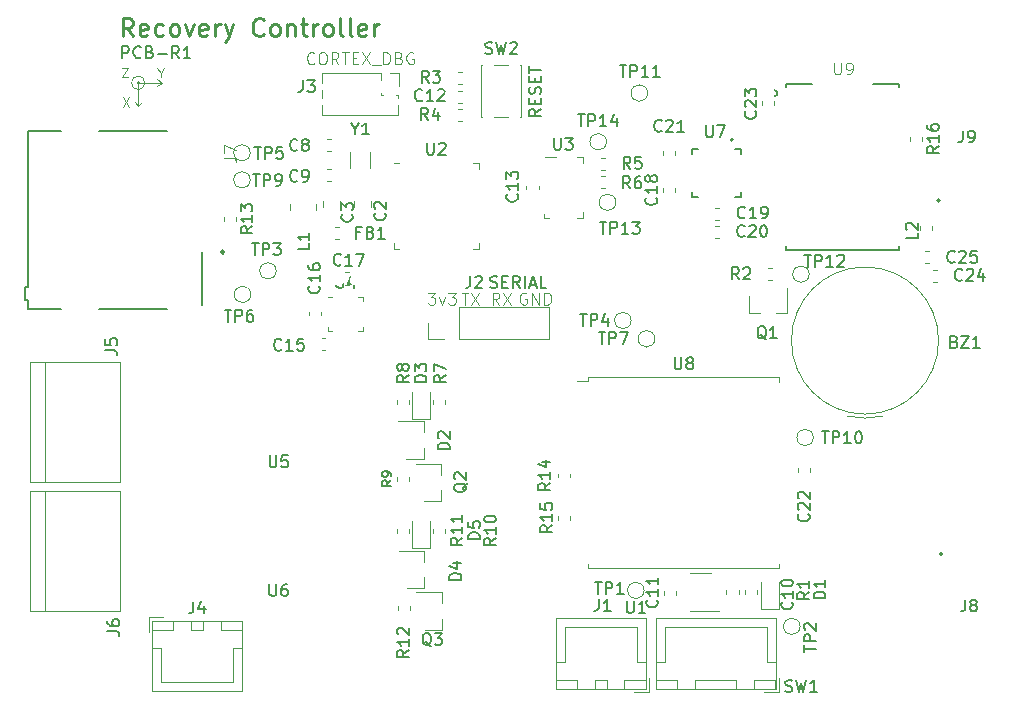
<source format=gto>
G04 #@! TF.GenerationSoftware,KiCad,Pcbnew,(5.1.4)-1*
G04 #@! TF.CreationDate,2022-02-20T14:42:12-05:00*
G04 #@! TF.ProjectId,Recovery PCB,5265636f-7665-4727-9920-5043422e6b69,rev?*
G04 #@! TF.SameCoordinates,Original*
G04 #@! TF.FileFunction,Legend,Top*
G04 #@! TF.FilePolarity,Positive*
%FSLAX46Y46*%
G04 Gerber Fmt 4.6, Leading zero omitted, Abs format (unit mm)*
G04 Created by KiCad (PCBNEW (5.1.4)-1) date 2022-02-20 14:42:12*
%MOMM*%
%LPD*%
G04 APERTURE LIST*
%ADD10C,0.150000*%
%ADD11C,0.250000*%
%ADD12C,0.120000*%
%ADD13C,0.100000*%
%ADD14C,0.200000*%
%ADD15C,0.127000*%
%ADD16C,0.240000*%
%ADD17C,0.015000*%
%ADD18C,0.010000*%
%ADD19C,0.977000*%
%ADD20R,1.602000X1.102000*%
%ADD21R,1.602000X0.802000*%
%ADD22R,0.802000X1.602000*%
%ADD23R,2.102000X1.102000*%
%ADD24R,0.892000X0.362000*%
%ADD25R,0.362000X0.892000*%
%ADD26C,2.502000*%
%ADD27C,1.702000*%
%ADD28R,0.352000X0.502000*%
%ADD29R,0.502000X0.352000*%
%ADD30C,0.352000*%
%ADD31C,5.252000*%
%ADD32R,3.602000X1.602000*%
%ADD33R,2.502000X1.202000*%
%ADD34C,1.052000*%
%ADD35R,1.502000X0.722000*%
%ADD36C,0.902000*%
%ADD37C,6.502000*%
%ADD38R,1.162000X0.752000*%
%ADD39R,1.802000X1.802000*%
%ADD40O,1.802000X1.802000*%
%ADD41C,1.077000*%
%ADD42O,1.802000X2.102000*%
%ADD43C,1.802000*%
%ADD44R,1.002000X0.902000*%
%ADD45R,1.902000X1.102000*%
%ADD46R,1.052000X0.652000*%
%ADD47C,1.102000*%
%ADD48O,1.802000X2.052000*%
%ADD49R,0.752000X1.152000*%
%ADD50R,0.902000X1.002000*%
%ADD51C,1.352000*%
%ADD52C,3.102000*%
%ADD53R,3.102000X3.102000*%
%ADD54O,1.102000X1.102000*%
%ADD55R,1.102000X1.102000*%
%ADD56R,2.102000X2.102000*%
%ADD57C,2.102000*%
G04 APERTURE END LIST*
D10*
X101012857Y-70692380D02*
X101012857Y-69692380D01*
X101393809Y-69692380D01*
X101489047Y-69740000D01*
X101536666Y-69787619D01*
X101584285Y-69882857D01*
X101584285Y-70025714D01*
X101536666Y-70120952D01*
X101489047Y-70168571D01*
X101393809Y-70216190D01*
X101012857Y-70216190D01*
X102584285Y-70597142D02*
X102536666Y-70644761D01*
X102393809Y-70692380D01*
X102298571Y-70692380D01*
X102155714Y-70644761D01*
X102060476Y-70549523D01*
X102012857Y-70454285D01*
X101965238Y-70263809D01*
X101965238Y-70120952D01*
X102012857Y-69930476D01*
X102060476Y-69835238D01*
X102155714Y-69740000D01*
X102298571Y-69692380D01*
X102393809Y-69692380D01*
X102536666Y-69740000D01*
X102584285Y-69787619D01*
X103346190Y-70168571D02*
X103489047Y-70216190D01*
X103536666Y-70263809D01*
X103584285Y-70359047D01*
X103584285Y-70501904D01*
X103536666Y-70597142D01*
X103489047Y-70644761D01*
X103393809Y-70692380D01*
X103012857Y-70692380D01*
X103012857Y-69692380D01*
X103346190Y-69692380D01*
X103441428Y-69740000D01*
X103489047Y-69787619D01*
X103536666Y-69882857D01*
X103536666Y-69978095D01*
X103489047Y-70073333D01*
X103441428Y-70120952D01*
X103346190Y-70168571D01*
X103012857Y-70168571D01*
X104012857Y-70311428D02*
X104774761Y-70311428D01*
X105822380Y-70692380D02*
X105489047Y-70216190D01*
X105250952Y-70692380D02*
X105250952Y-69692380D01*
X105631904Y-69692380D01*
X105727142Y-69740000D01*
X105774761Y-69787619D01*
X105822380Y-69882857D01*
X105822380Y-70025714D01*
X105774761Y-70120952D01*
X105727142Y-70168571D01*
X105631904Y-70216190D01*
X105250952Y-70216190D01*
X106774761Y-70692380D02*
X106203333Y-70692380D01*
X106489047Y-70692380D02*
X106489047Y-69692380D01*
X106393809Y-69835238D01*
X106298571Y-69930476D01*
X106203333Y-69978095D01*
D11*
X101907142Y-68828571D02*
X101407142Y-68114285D01*
X101050000Y-68828571D02*
X101050000Y-67328571D01*
X101621428Y-67328571D01*
X101764285Y-67400000D01*
X101835714Y-67471428D01*
X101907142Y-67614285D01*
X101907142Y-67828571D01*
X101835714Y-67971428D01*
X101764285Y-68042857D01*
X101621428Y-68114285D01*
X101050000Y-68114285D01*
X103121428Y-68757142D02*
X102978571Y-68828571D01*
X102692857Y-68828571D01*
X102550000Y-68757142D01*
X102478571Y-68614285D01*
X102478571Y-68042857D01*
X102550000Y-67900000D01*
X102692857Y-67828571D01*
X102978571Y-67828571D01*
X103121428Y-67900000D01*
X103192857Y-68042857D01*
X103192857Y-68185714D01*
X102478571Y-68328571D01*
X104478571Y-68757142D02*
X104335714Y-68828571D01*
X104050000Y-68828571D01*
X103907142Y-68757142D01*
X103835714Y-68685714D01*
X103764285Y-68542857D01*
X103764285Y-68114285D01*
X103835714Y-67971428D01*
X103907142Y-67900000D01*
X104050000Y-67828571D01*
X104335714Y-67828571D01*
X104478571Y-67900000D01*
X105335714Y-68828571D02*
X105192857Y-68757142D01*
X105121428Y-68685714D01*
X105050000Y-68542857D01*
X105050000Y-68114285D01*
X105121428Y-67971428D01*
X105192857Y-67900000D01*
X105335714Y-67828571D01*
X105550000Y-67828571D01*
X105692857Y-67900000D01*
X105764285Y-67971428D01*
X105835714Y-68114285D01*
X105835714Y-68542857D01*
X105764285Y-68685714D01*
X105692857Y-68757142D01*
X105550000Y-68828571D01*
X105335714Y-68828571D01*
X106335714Y-67828571D02*
X106692857Y-68828571D01*
X107050000Y-67828571D01*
X108192857Y-68757142D02*
X108050000Y-68828571D01*
X107764285Y-68828571D01*
X107621428Y-68757142D01*
X107550000Y-68614285D01*
X107550000Y-68042857D01*
X107621428Y-67900000D01*
X107764285Y-67828571D01*
X108050000Y-67828571D01*
X108192857Y-67900000D01*
X108264285Y-68042857D01*
X108264285Y-68185714D01*
X107550000Y-68328571D01*
X108907142Y-68828571D02*
X108907142Y-67828571D01*
X108907142Y-68114285D02*
X108978571Y-67971428D01*
X109050000Y-67900000D01*
X109192857Y-67828571D01*
X109335714Y-67828571D01*
X109692857Y-67828571D02*
X110050000Y-68828571D01*
X110407142Y-67828571D02*
X110050000Y-68828571D01*
X109907142Y-69185714D01*
X109835714Y-69257142D01*
X109692857Y-69328571D01*
X112978571Y-68685714D02*
X112907142Y-68757142D01*
X112692857Y-68828571D01*
X112550000Y-68828571D01*
X112335714Y-68757142D01*
X112192857Y-68614285D01*
X112121428Y-68471428D01*
X112050000Y-68185714D01*
X112050000Y-67971428D01*
X112121428Y-67685714D01*
X112192857Y-67542857D01*
X112335714Y-67400000D01*
X112550000Y-67328571D01*
X112692857Y-67328571D01*
X112907142Y-67400000D01*
X112978571Y-67471428D01*
X113835714Y-68828571D02*
X113692857Y-68757142D01*
X113621428Y-68685714D01*
X113550000Y-68542857D01*
X113550000Y-68114285D01*
X113621428Y-67971428D01*
X113692857Y-67900000D01*
X113835714Y-67828571D01*
X114050000Y-67828571D01*
X114192857Y-67900000D01*
X114264285Y-67971428D01*
X114335714Y-68114285D01*
X114335714Y-68542857D01*
X114264285Y-68685714D01*
X114192857Y-68757142D01*
X114050000Y-68828571D01*
X113835714Y-68828571D01*
X114978571Y-67828571D02*
X114978571Y-68828571D01*
X114978571Y-67971428D02*
X115050000Y-67900000D01*
X115192857Y-67828571D01*
X115407142Y-67828571D01*
X115550000Y-67900000D01*
X115621428Y-68042857D01*
X115621428Y-68828571D01*
X116121428Y-67828571D02*
X116692857Y-67828571D01*
X116335714Y-67328571D02*
X116335714Y-68614285D01*
X116407142Y-68757142D01*
X116550000Y-68828571D01*
X116692857Y-68828571D01*
X117192857Y-68828571D02*
X117192857Y-67828571D01*
X117192857Y-68114285D02*
X117264285Y-67971428D01*
X117335714Y-67900000D01*
X117478571Y-67828571D01*
X117621428Y-67828571D01*
X118335714Y-68828571D02*
X118192857Y-68757142D01*
X118121428Y-68685714D01*
X118050000Y-68542857D01*
X118050000Y-68114285D01*
X118121428Y-67971428D01*
X118192857Y-67900000D01*
X118335714Y-67828571D01*
X118550000Y-67828571D01*
X118692857Y-67900000D01*
X118764285Y-67971428D01*
X118835714Y-68114285D01*
X118835714Y-68542857D01*
X118764285Y-68685714D01*
X118692857Y-68757142D01*
X118550000Y-68828571D01*
X118335714Y-68828571D01*
X119692857Y-68828571D02*
X119550000Y-68757142D01*
X119478571Y-68614285D01*
X119478571Y-67328571D01*
X120478571Y-68828571D02*
X120335714Y-68757142D01*
X120264285Y-68614285D01*
X120264285Y-67328571D01*
X121621428Y-68757142D02*
X121478571Y-68828571D01*
X121192857Y-68828571D01*
X121050000Y-68757142D01*
X120978571Y-68614285D01*
X120978571Y-68042857D01*
X121050000Y-67900000D01*
X121192857Y-67828571D01*
X121478571Y-67828571D01*
X121621428Y-67900000D01*
X121692857Y-68042857D01*
X121692857Y-68185714D01*
X120978571Y-68328571D01*
X122335714Y-68828571D02*
X122335714Y-67828571D01*
X122335714Y-68114285D02*
X122407142Y-67971428D01*
X122478571Y-67900000D01*
X122621428Y-67828571D01*
X122764285Y-67828571D01*
D12*
X104360000Y-72780000D02*
X103960000Y-72480000D01*
X102360000Y-72780000D02*
X104360000Y-72780000D01*
X104360000Y-72780000D02*
X103960000Y-73080000D01*
X102360000Y-74780000D02*
X102060000Y-74380000D01*
X102360000Y-74780000D02*
X102660000Y-74380000D01*
X102360000Y-72780000D02*
X102360000Y-74780000D01*
X102925685Y-72780000D02*
G75*
G03X102925685Y-72780000I-565685J0D01*
G01*
X102471803Y-72780000D02*
G75*
G03X102471803Y-72780000I-111803J0D01*
G01*
D13*
X101526666Y-72318095D02*
X100993333Y-72318095D01*
X101526666Y-71518095D01*
X100993333Y-71518095D01*
X101626666Y-74818095D02*
X101093333Y-74018095D01*
X101093333Y-74818095D02*
X101626666Y-74018095D01*
X104260000Y-71930952D02*
X104260000Y-72311904D01*
X103993333Y-71511904D02*
X104260000Y-71930952D01*
X104526666Y-71511904D01*
X117270238Y-71107142D02*
X117222619Y-71154761D01*
X117079761Y-71202380D01*
X116984523Y-71202380D01*
X116841666Y-71154761D01*
X116746428Y-71059523D01*
X116698809Y-70964285D01*
X116651190Y-70773809D01*
X116651190Y-70630952D01*
X116698809Y-70440476D01*
X116746428Y-70345238D01*
X116841666Y-70250000D01*
X116984523Y-70202380D01*
X117079761Y-70202380D01*
X117222619Y-70250000D01*
X117270238Y-70297619D01*
X117889285Y-70202380D02*
X118079761Y-70202380D01*
X118175000Y-70250000D01*
X118270238Y-70345238D01*
X118317857Y-70535714D01*
X118317857Y-70869047D01*
X118270238Y-71059523D01*
X118175000Y-71154761D01*
X118079761Y-71202380D01*
X117889285Y-71202380D01*
X117794047Y-71154761D01*
X117698809Y-71059523D01*
X117651190Y-70869047D01*
X117651190Y-70535714D01*
X117698809Y-70345238D01*
X117794047Y-70250000D01*
X117889285Y-70202380D01*
X119317857Y-71202380D02*
X118984523Y-70726190D01*
X118746428Y-71202380D02*
X118746428Y-70202380D01*
X119127380Y-70202380D01*
X119222619Y-70250000D01*
X119270238Y-70297619D01*
X119317857Y-70392857D01*
X119317857Y-70535714D01*
X119270238Y-70630952D01*
X119222619Y-70678571D01*
X119127380Y-70726190D01*
X118746428Y-70726190D01*
X119603571Y-70202380D02*
X120175000Y-70202380D01*
X119889285Y-71202380D02*
X119889285Y-70202380D01*
X120508333Y-70678571D02*
X120841666Y-70678571D01*
X120984523Y-71202380D02*
X120508333Y-71202380D01*
X120508333Y-70202380D01*
X120984523Y-70202380D01*
X121317857Y-70202380D02*
X121984523Y-71202380D01*
X121984523Y-70202380D02*
X121317857Y-71202380D01*
X122127380Y-71297619D02*
X122889285Y-71297619D01*
X123127380Y-71202380D02*
X123127380Y-70202380D01*
X123365476Y-70202380D01*
X123508333Y-70250000D01*
X123603571Y-70345238D01*
X123651190Y-70440476D01*
X123698809Y-70630952D01*
X123698809Y-70773809D01*
X123651190Y-70964285D01*
X123603571Y-71059523D01*
X123508333Y-71154761D01*
X123365476Y-71202380D01*
X123127380Y-71202380D01*
X124460714Y-70678571D02*
X124603571Y-70726190D01*
X124651190Y-70773809D01*
X124698809Y-70869047D01*
X124698809Y-71011904D01*
X124651190Y-71107142D01*
X124603571Y-71154761D01*
X124508333Y-71202380D01*
X124127380Y-71202380D01*
X124127380Y-70202380D01*
X124460714Y-70202380D01*
X124555952Y-70250000D01*
X124603571Y-70297619D01*
X124651190Y-70392857D01*
X124651190Y-70488095D01*
X124603571Y-70583333D01*
X124555952Y-70630952D01*
X124460714Y-70678571D01*
X124127380Y-70678571D01*
X125651190Y-70250000D02*
X125555952Y-70202380D01*
X125413095Y-70202380D01*
X125270238Y-70250000D01*
X125175000Y-70345238D01*
X125127380Y-70440476D01*
X125079761Y-70630952D01*
X125079761Y-70773809D01*
X125127380Y-70964285D01*
X125175000Y-71059523D01*
X125270238Y-71154761D01*
X125413095Y-71202380D01*
X125508333Y-71202380D01*
X125651190Y-71154761D01*
X125698809Y-71107142D01*
X125698809Y-70773809D01*
X125508333Y-70773809D01*
D10*
X136452380Y-75002380D02*
X135976190Y-75335714D01*
X136452380Y-75573809D02*
X135452380Y-75573809D01*
X135452380Y-75192857D01*
X135500000Y-75097619D01*
X135547619Y-75050000D01*
X135642857Y-75002380D01*
X135785714Y-75002380D01*
X135880952Y-75050000D01*
X135928571Y-75097619D01*
X135976190Y-75192857D01*
X135976190Y-75573809D01*
X135928571Y-74573809D02*
X135928571Y-74240476D01*
X136452380Y-74097619D02*
X136452380Y-74573809D01*
X135452380Y-74573809D01*
X135452380Y-74097619D01*
X136404761Y-73716666D02*
X136452380Y-73573809D01*
X136452380Y-73335714D01*
X136404761Y-73240476D01*
X136357142Y-73192857D01*
X136261904Y-73145238D01*
X136166666Y-73145238D01*
X136071428Y-73192857D01*
X136023809Y-73240476D01*
X135976190Y-73335714D01*
X135928571Y-73526190D01*
X135880952Y-73621428D01*
X135833333Y-73669047D01*
X135738095Y-73716666D01*
X135642857Y-73716666D01*
X135547619Y-73669047D01*
X135500000Y-73621428D01*
X135452380Y-73526190D01*
X135452380Y-73288095D01*
X135500000Y-73145238D01*
X135928571Y-72716666D02*
X135928571Y-72383333D01*
X136452380Y-72240476D02*
X136452380Y-72716666D01*
X135452380Y-72716666D01*
X135452380Y-72240476D01*
X135452380Y-71954761D02*
X135452380Y-71383333D01*
X136452380Y-71669047D02*
X135452380Y-71669047D01*
D13*
X135238095Y-90600000D02*
X135142857Y-90552380D01*
X135000000Y-90552380D01*
X134857142Y-90600000D01*
X134761904Y-90695238D01*
X134714285Y-90790476D01*
X134666666Y-90980952D01*
X134666666Y-91123809D01*
X134714285Y-91314285D01*
X134761904Y-91409523D01*
X134857142Y-91504761D01*
X135000000Y-91552380D01*
X135095238Y-91552380D01*
X135238095Y-91504761D01*
X135285714Y-91457142D01*
X135285714Y-91123809D01*
X135095238Y-91123809D01*
X135714285Y-91552380D02*
X135714285Y-90552380D01*
X136285714Y-91552380D01*
X136285714Y-90552380D01*
X136761904Y-91552380D02*
X136761904Y-90552380D01*
X137000000Y-90552380D01*
X137142857Y-90600000D01*
X137238095Y-90695238D01*
X137285714Y-90790476D01*
X137333333Y-90980952D01*
X137333333Y-91123809D01*
X137285714Y-91314285D01*
X137238095Y-91409523D01*
X137142857Y-91504761D01*
X137000000Y-91552380D01*
X136761904Y-91552380D01*
X126909523Y-90552380D02*
X127528571Y-90552380D01*
X127195238Y-90933333D01*
X127338095Y-90933333D01*
X127433333Y-90980952D01*
X127480952Y-91028571D01*
X127528571Y-91123809D01*
X127528571Y-91361904D01*
X127480952Y-91457142D01*
X127433333Y-91504761D01*
X127338095Y-91552380D01*
X127052380Y-91552380D01*
X126957142Y-91504761D01*
X126909523Y-91457142D01*
X127861904Y-90885714D02*
X128100000Y-91552380D01*
X128338095Y-90885714D01*
X128623809Y-90552380D02*
X129242857Y-90552380D01*
X128909523Y-90933333D01*
X129052380Y-90933333D01*
X129147619Y-90980952D01*
X129195238Y-91028571D01*
X129242857Y-91123809D01*
X129242857Y-91361904D01*
X129195238Y-91457142D01*
X129147619Y-91504761D01*
X129052380Y-91552380D01*
X128766666Y-91552380D01*
X128671428Y-91504761D01*
X128623809Y-91457142D01*
D10*
X132190476Y-90104761D02*
X132333333Y-90152380D01*
X132571428Y-90152380D01*
X132666666Y-90104761D01*
X132714285Y-90057142D01*
X132761904Y-89961904D01*
X132761904Y-89866666D01*
X132714285Y-89771428D01*
X132666666Y-89723809D01*
X132571428Y-89676190D01*
X132380952Y-89628571D01*
X132285714Y-89580952D01*
X132238095Y-89533333D01*
X132190476Y-89438095D01*
X132190476Y-89342857D01*
X132238095Y-89247619D01*
X132285714Y-89200000D01*
X132380952Y-89152380D01*
X132619047Y-89152380D01*
X132761904Y-89200000D01*
X133190476Y-89628571D02*
X133523809Y-89628571D01*
X133666666Y-90152380D02*
X133190476Y-90152380D01*
X133190476Y-89152380D01*
X133666666Y-89152380D01*
X134666666Y-90152380D02*
X134333333Y-89676190D01*
X134095238Y-90152380D02*
X134095238Y-89152380D01*
X134476190Y-89152380D01*
X134571428Y-89200000D01*
X134619047Y-89247619D01*
X134666666Y-89342857D01*
X134666666Y-89485714D01*
X134619047Y-89580952D01*
X134571428Y-89628571D01*
X134476190Y-89676190D01*
X134095238Y-89676190D01*
X135095238Y-90152380D02*
X135095238Y-89152380D01*
X135523809Y-89866666D02*
X136000000Y-89866666D01*
X135428571Y-90152380D02*
X135761904Y-89152380D01*
X136095238Y-90152380D01*
X136904761Y-90152380D02*
X136428571Y-90152380D01*
X136428571Y-89152380D01*
D13*
X132933333Y-91552380D02*
X132600000Y-91076190D01*
X132361904Y-91552380D02*
X132361904Y-90552380D01*
X132742857Y-90552380D01*
X132838095Y-90600000D01*
X132885714Y-90647619D01*
X132933333Y-90742857D01*
X132933333Y-90885714D01*
X132885714Y-90980952D01*
X132838095Y-91028571D01*
X132742857Y-91076190D01*
X132361904Y-91076190D01*
X133266666Y-90552380D02*
X133933333Y-91552380D01*
X133933333Y-90552380D02*
X133266666Y-91552380D01*
X129738095Y-90552380D02*
X130309523Y-90552380D01*
X130023809Y-91552380D02*
X130023809Y-90552380D01*
X130547619Y-90552380D02*
X131214285Y-91552380D01*
X131214285Y-90552380D02*
X130547619Y-91552380D01*
D12*
X147830200Y-81666721D02*
X147830200Y-81992279D01*
X146810200Y-81666721D02*
X146810200Y-81992279D01*
X151179921Y-84882000D02*
X151505479Y-84882000D01*
X151179921Y-85902000D02*
X151505479Y-85902000D01*
X159260000Y-105399721D02*
X159260000Y-105725279D01*
X158240000Y-105399721D02*
X158240000Y-105725279D01*
X147850200Y-78591721D02*
X147850200Y-78917279D01*
X146830200Y-78591721D02*
X146830200Y-78917279D01*
X151179921Y-83342000D02*
X151505479Y-83342000D01*
X151179921Y-84362000D02*
X151505479Y-84362000D01*
X167700000Y-77675279D02*
X167700000Y-77349721D01*
X168720000Y-77675279D02*
X168720000Y-77349721D01*
D14*
X157190000Y-86920000D02*
X157190000Y-86620000D01*
X166790000Y-86920000D02*
X157190000Y-86920000D01*
X166790000Y-86620000D02*
X166790000Y-86920000D01*
X166790000Y-72920000D02*
X166790000Y-73120000D01*
X164590000Y-72920000D02*
X166790000Y-72920000D01*
X157190000Y-72920000D02*
X159390000Y-72920000D01*
X157190000Y-73120000D02*
X157190000Y-72920000D01*
X156240000Y-73420000D02*
G75*
G02X156490000Y-73670000I0J-250000D01*
G01*
X155990000Y-73670000D02*
G75*
G02X156240000Y-73420000I250000J0D01*
G01*
X156240000Y-73920000D02*
G75*
G02X155990000Y-73670000I0J250000D01*
G01*
X156490000Y-73670000D02*
G75*
G02X156240000Y-73920000I-250000J0D01*
G01*
D12*
X140440000Y-98030000D02*
X139540000Y-98030000D01*
X140440000Y-97680000D02*
X140440000Y-98030000D01*
X156640000Y-113880000D02*
X156640000Y-113480000D01*
X140440000Y-113880000D02*
X156640000Y-113880000D01*
X140440000Y-113480000D02*
X140440000Y-113880000D01*
X156640000Y-97680000D02*
X156640000Y-98080000D01*
X140440000Y-97680000D02*
X156640000Y-97680000D01*
D14*
X152720200Y-77602000D02*
G75*
G03X152720200Y-77602000I-100000J0D01*
G01*
D15*
X149270200Y-78802000D02*
X149270200Y-78352000D01*
X149720200Y-78352000D02*
X149270200Y-78352000D01*
X149720200Y-82452000D02*
X149270200Y-82452000D01*
X149270200Y-82452000D02*
X149270200Y-82002000D01*
X153370200Y-82452000D02*
X152920200Y-82452000D01*
X153370200Y-82452000D02*
X153370200Y-82002000D01*
X153370200Y-78352000D02*
X152920200Y-78352000D01*
X153370200Y-78802000D02*
X153370200Y-78352000D01*
D12*
X118461000Y-90890569D02*
X118811000Y-90890569D01*
X121361000Y-90890569D02*
X121361000Y-91240569D01*
X121011000Y-90890569D02*
X121361000Y-90890569D01*
X121361000Y-93790569D02*
X121011000Y-93790569D01*
X121361000Y-93440569D02*
X121361000Y-93790569D01*
X118461000Y-93790569D02*
X118461000Y-93440569D01*
X118811000Y-93790569D02*
X118461000Y-93790569D01*
X124456569Y-79610000D02*
X123981569Y-79610000D01*
X131201569Y-86830000D02*
X131201569Y-86355000D01*
X130726569Y-86830000D02*
X131201569Y-86830000D01*
X123981569Y-86830000D02*
X123981569Y-86355000D01*
X124456569Y-86830000D02*
X123981569Y-86830000D01*
X131201569Y-79610000D02*
X131201569Y-80085000D01*
X130726569Y-79610000D02*
X131201569Y-79610000D01*
X138900000Y-109760279D02*
X138900000Y-109434721D01*
X137880000Y-109760279D02*
X137880000Y-109434721D01*
X137870000Y-105859721D02*
X137870000Y-106185279D01*
X138890000Y-105859721D02*
X138890000Y-106185279D01*
D14*
X170440000Y-112680000D02*
G75*
G03X170440000Y-112680000I-100000J0D01*
G01*
X93050000Y-91900000D02*
X95830000Y-91900000D01*
X93050000Y-91200000D02*
X93050000Y-91900000D01*
X92800000Y-91200000D02*
X93050000Y-91200000D01*
X92800000Y-90100000D02*
X92800000Y-91200000D01*
X93050000Y-90100000D02*
X92800000Y-90100000D01*
D16*
X109650000Y-87100000D02*
G75*
G03X109650000Y-87100000I-120000J0D01*
G01*
D14*
X99030000Y-91900000D02*
X104830000Y-91900000D01*
X107800000Y-87100000D02*
X107800000Y-91600000D01*
X99030000Y-76850000D02*
X104830000Y-76850000D01*
X93050000Y-76850000D02*
X95830000Y-76850000D01*
X93050000Y-76850000D02*
X93050000Y-90100000D01*
D12*
X169600000Y-85235279D02*
X169600000Y-84909721D01*
X168580000Y-85235279D02*
X168580000Y-84909721D01*
X141870279Y-80640000D02*
X141544721Y-80640000D01*
X141870279Y-81660000D02*
X141544721Y-81660000D01*
X150900000Y-114290000D02*
X149100000Y-114290000D01*
X149100000Y-117510000D02*
X151550000Y-117510000D01*
D14*
X170220000Y-82750000D02*
G75*
G03X170220000Y-82750000I-100000J0D01*
G01*
D12*
X126890000Y-94430000D02*
X126890000Y-93100000D01*
X128220000Y-94430000D02*
X126890000Y-94430000D01*
X129490000Y-94430000D02*
X129490000Y-91770000D01*
X129490000Y-91770000D02*
X137170000Y-91770000D01*
X129490000Y-94430000D02*
X137170000Y-94430000D01*
X137170000Y-94430000D02*
X137170000Y-91770000D01*
X122060000Y-83271078D02*
X122060000Y-82753922D01*
X120640000Y-83271078D02*
X120640000Y-82753922D01*
X119410000Y-83296078D02*
X119410000Y-82778922D01*
X117990000Y-83296078D02*
X117990000Y-82778922D01*
X103540000Y-118340000D02*
X103540000Y-124310000D01*
X103540000Y-124310000D02*
X111160000Y-124310000D01*
X111160000Y-124310000D02*
X111160000Y-118340000D01*
X111160000Y-118340000D02*
X103540000Y-118340000D01*
X106850000Y-118350000D02*
X106850000Y-119100000D01*
X106850000Y-119100000D02*
X107850000Y-119100000D01*
X107850000Y-119100000D02*
X107850000Y-118350000D01*
X107850000Y-118350000D02*
X106850000Y-118350000D01*
X103550000Y-118350000D02*
X103550000Y-119100000D01*
X103550000Y-119100000D02*
X105350000Y-119100000D01*
X105350000Y-119100000D02*
X105350000Y-118350000D01*
X105350000Y-118350000D02*
X103550000Y-118350000D01*
X109350000Y-118350000D02*
X109350000Y-119100000D01*
X109350000Y-119100000D02*
X111150000Y-119100000D01*
X111150000Y-119100000D02*
X111150000Y-118350000D01*
X111150000Y-118350000D02*
X109350000Y-118350000D01*
X103550000Y-120600000D02*
X104300000Y-120600000D01*
X104300000Y-120600000D02*
X104300000Y-123550000D01*
X104300000Y-123550000D02*
X107350000Y-123550000D01*
X111150000Y-120600000D02*
X110400000Y-120600000D01*
X110400000Y-120600000D02*
X110400000Y-123550000D01*
X110400000Y-123550000D02*
X107350000Y-123550000D01*
X104500000Y-118050000D02*
X103250000Y-118050000D01*
X103250000Y-118050000D02*
X103250000Y-119300000D01*
X125360000Y-117057221D02*
X125360000Y-117382779D01*
X124340000Y-117057221D02*
X124340000Y-117382779D01*
X125300000Y-106174721D02*
X125300000Y-106500279D01*
X124280000Y-106174721D02*
X124280000Y-106500279D01*
X128070000Y-119090000D02*
X128070000Y-118160000D01*
X128070000Y-115930000D02*
X128070000Y-116860000D01*
X128070000Y-115930000D02*
X125910000Y-115930000D01*
X128070000Y-119090000D02*
X126610000Y-119090000D01*
X128010000Y-108190000D02*
X126550000Y-108190000D01*
X128010000Y-105030000D02*
X125850000Y-105030000D01*
X128010000Y-105030000D02*
X128010000Y-105960000D01*
X128010000Y-108190000D02*
X128010000Y-107260000D01*
X126570000Y-115540000D02*
X126570000Y-114610000D01*
X126570000Y-112380000D02*
X126570000Y-113310000D01*
X126570000Y-112380000D02*
X124410000Y-112380000D01*
X126570000Y-115540000D02*
X125110000Y-115540000D01*
X126530000Y-104610000D02*
X126530000Y-103680000D01*
X126530000Y-101450000D02*
X126530000Y-102380000D01*
X126530000Y-101450000D02*
X124370000Y-101450000D01*
X126530000Y-104610000D02*
X125070000Y-104610000D01*
X122025000Y-80005000D02*
X122025000Y-78655000D01*
X120275000Y-80005000D02*
X120275000Y-78655000D01*
X139481569Y-79040000D02*
X139981569Y-79040000D01*
X139981569Y-79040000D02*
X139981569Y-79540000D01*
X139981569Y-83740000D02*
X139981569Y-84240000D01*
X139981569Y-84240000D02*
X139481569Y-84240000D01*
X137181569Y-84240000D02*
X136681569Y-84240000D01*
X136681569Y-84240000D02*
X136681569Y-83740000D01*
X136781569Y-79040000D02*
X137731569Y-79040000D01*
X158400000Y-118800000D02*
G75*
G03X158400000Y-118800000I-700000J0D01*
G01*
X145490000Y-73650000D02*
G75*
G03X145490000Y-73650000I-700000J0D01*
G01*
X111850000Y-78700000D02*
G75*
G03X111850000Y-78700000I-700000J0D01*
G01*
X145200000Y-115750000D02*
G75*
G03X145200000Y-115750000I-700000J0D01*
G01*
X159530000Y-102810000D02*
G75*
G03X159530000Y-102810000I-700000J0D01*
G01*
X146100000Y-94450000D02*
G75*
G03X146100000Y-94450000I-700000J0D01*
G01*
X144100000Y-92900000D02*
G75*
G03X144100000Y-92900000I-700000J0D01*
G01*
X142010000Y-77770000D02*
G75*
G03X142010000Y-77770000I-700000J0D01*
G01*
X142800000Y-82900000D02*
G75*
G03X142800000Y-82900000I-700000J0D01*
G01*
X111850000Y-81000000D02*
G75*
G03X111850000Y-81000000I-700000J0D01*
G01*
X111900000Y-90700000D02*
G75*
G03X111900000Y-90700000I-700000J0D01*
G01*
X114050000Y-88700000D02*
G75*
G03X114050000Y-88700000I-700000J0D01*
G01*
X159180000Y-88980000D02*
G75*
G03X159180000Y-88980000I-700000J0D01*
G01*
X156620000Y-124390000D02*
X156620000Y-123140000D01*
X155370000Y-124390000D02*
X156620000Y-124390000D01*
X146970000Y-118890000D02*
X151270000Y-118890000D01*
X146970000Y-121840000D02*
X146970000Y-118890000D01*
X146220000Y-121840000D02*
X146970000Y-121840000D01*
X155570000Y-118890000D02*
X151270000Y-118890000D01*
X155570000Y-121840000D02*
X155570000Y-118890000D01*
X156320000Y-121840000D02*
X155570000Y-121840000D01*
X146220000Y-124090000D02*
X148020000Y-124090000D01*
X146220000Y-123340000D02*
X146220000Y-124090000D01*
X148020000Y-123340000D02*
X146220000Y-123340000D01*
X148020000Y-124090000D02*
X148020000Y-123340000D01*
X154520000Y-124090000D02*
X156320000Y-124090000D01*
X154520000Y-123340000D02*
X154520000Y-124090000D01*
X156320000Y-123340000D02*
X154520000Y-123340000D01*
X156320000Y-124090000D02*
X156320000Y-123340000D01*
X149520000Y-124090000D02*
X153020000Y-124090000D01*
X149520000Y-123340000D02*
X149520000Y-124090000D01*
X153020000Y-123340000D02*
X149520000Y-123340000D01*
X153020000Y-124090000D02*
X153020000Y-123340000D01*
X146210000Y-124100000D02*
X156330000Y-124100000D01*
X146210000Y-118130000D02*
X146210000Y-124100000D01*
X156330000Y-118130000D02*
X146210000Y-118130000D01*
X156330000Y-124100000D02*
X156330000Y-118130000D01*
X134790000Y-75640000D02*
X134790000Y-71240000D01*
X134790000Y-71240000D02*
X134670000Y-71240000D01*
X133660000Y-71240000D02*
X132520000Y-71240000D01*
X131510000Y-71240000D02*
X131390000Y-71240000D01*
X131390000Y-71240000D02*
X131390000Y-75640000D01*
X131390000Y-75640000D02*
X131510000Y-75640000D01*
X132520000Y-75640000D02*
X133660000Y-75640000D01*
X134670000Y-75640000D02*
X134790000Y-75640000D01*
X110660000Y-84137221D02*
X110660000Y-84462779D01*
X109640000Y-84137221D02*
X109640000Y-84462779D01*
X125320000Y-110547221D02*
X125320000Y-110872779D01*
X124300000Y-110547221D02*
X124300000Y-110872779D01*
X125310000Y-99637221D02*
X125310000Y-99962779D01*
X124290000Y-99637221D02*
X124290000Y-99962779D01*
X127300000Y-110872779D02*
X127300000Y-110547221D01*
X128320000Y-110872779D02*
X128320000Y-110547221D01*
X127310000Y-99942779D02*
X127310000Y-99617221D01*
X128330000Y-99942779D02*
X128330000Y-99617221D01*
X141865279Y-80130000D02*
X141539721Y-80130000D01*
X141865279Y-79110000D02*
X141539721Y-79110000D01*
X154770000Y-116020279D02*
X154770000Y-115694721D01*
X153750000Y-116020279D02*
X153750000Y-115694721D01*
X129800279Y-72910000D02*
X129474721Y-72910000D01*
X129800279Y-71890000D02*
X129474721Y-71890000D01*
X129474721Y-75000000D02*
X129800279Y-75000000D01*
X129474721Y-76020000D02*
X129800279Y-76020000D01*
X156015279Y-88470000D02*
X155689721Y-88470000D01*
X156015279Y-89490000D02*
X155689721Y-89490000D01*
X154110000Y-92280000D02*
X154110000Y-90820000D01*
X157270000Y-92280000D02*
X157270000Y-90120000D01*
X157270000Y-92280000D02*
X156340000Y-92280000D01*
X154110000Y-92280000D02*
X155040000Y-92280000D01*
X117460000Y-83038748D02*
X117460000Y-83561252D01*
X115240000Y-83038748D02*
X115240000Y-83561252D01*
X94510000Y-117520000D02*
X94510000Y-107360000D01*
X93240000Y-117520000D02*
X100860000Y-117520000D01*
X100860000Y-117520000D02*
X100860000Y-107360000D01*
X100860000Y-107360000D02*
X93240000Y-107360000D01*
X93240000Y-107360000D02*
X93240000Y-117520000D01*
X94510000Y-106620000D02*
X94510000Y-96460000D01*
X93240000Y-106620000D02*
X100860000Y-106620000D01*
X100860000Y-106620000D02*
X100860000Y-96460000D01*
X100860000Y-96460000D02*
X93240000Y-96460000D01*
X93240000Y-96460000D02*
X93240000Y-106620000D01*
X145330000Y-124100000D02*
X145330000Y-118130000D01*
X145330000Y-118130000D02*
X137710000Y-118130000D01*
X137710000Y-118130000D02*
X137710000Y-124100000D01*
X137710000Y-124100000D02*
X145330000Y-124100000D01*
X142020000Y-124090000D02*
X142020000Y-123340000D01*
X142020000Y-123340000D02*
X141020000Y-123340000D01*
X141020000Y-123340000D02*
X141020000Y-124090000D01*
X141020000Y-124090000D02*
X142020000Y-124090000D01*
X145320000Y-124090000D02*
X145320000Y-123340000D01*
X145320000Y-123340000D02*
X143520000Y-123340000D01*
X143520000Y-123340000D02*
X143520000Y-124090000D01*
X143520000Y-124090000D02*
X145320000Y-124090000D01*
X139520000Y-124090000D02*
X139520000Y-123340000D01*
X139520000Y-123340000D02*
X137720000Y-123340000D01*
X137720000Y-123340000D02*
X137720000Y-124090000D01*
X137720000Y-124090000D02*
X139520000Y-124090000D01*
X145320000Y-121840000D02*
X144570000Y-121840000D01*
X144570000Y-121840000D02*
X144570000Y-118890000D01*
X144570000Y-118890000D02*
X141520000Y-118890000D01*
X137720000Y-121840000D02*
X138470000Y-121840000D01*
X138470000Y-121840000D02*
X138470000Y-118890000D01*
X138470000Y-118890000D02*
X141520000Y-118890000D01*
X144370000Y-124390000D02*
X145620000Y-124390000D01*
X145620000Y-124390000D02*
X145620000Y-123140000D01*
X117895000Y-71950000D02*
X117895000Y-72772470D01*
X117895000Y-74657530D02*
X117895000Y-75480000D01*
X117895000Y-73387530D02*
X117895000Y-74042470D01*
X122910000Y-71950000D02*
X117895000Y-71950000D01*
X124365000Y-75480000D02*
X117895000Y-75480000D01*
X122910000Y-71950000D02*
X122910000Y-72516529D01*
X122910000Y-73643471D02*
X122910000Y-73786529D01*
X122963471Y-73840000D02*
X123106529Y-73840000D01*
X124233471Y-73840000D02*
X124365000Y-73840000D01*
X124365000Y-73840000D02*
X124365000Y-74042470D01*
X124365000Y-74657530D02*
X124365000Y-75480000D01*
X123670000Y-71950000D02*
X124430000Y-71950000D01*
X124430000Y-71950000D02*
X124430000Y-73080000D01*
X119390379Y-85981000D02*
X119064821Y-85981000D01*
X119390379Y-84961000D02*
X119064821Y-84961000D01*
X125585000Y-109897500D02*
X125585000Y-112182500D01*
X125585000Y-112182500D02*
X127055000Y-112182500D01*
X127055000Y-112182500D02*
X127055000Y-109897500D01*
X125565000Y-98977500D02*
X125565000Y-101262500D01*
X125565000Y-101262500D02*
X127035000Y-101262500D01*
X127035000Y-101262500D02*
X127035000Y-98977500D01*
X156605000Y-117347500D02*
X156605000Y-115062500D01*
X155135000Y-117347500D02*
X156605000Y-117347500D01*
X155135000Y-115062500D02*
X155135000Y-117347500D01*
X168975921Y-87018400D02*
X169301479Y-87018400D01*
X168975921Y-88038400D02*
X169301479Y-88038400D01*
X169661721Y-88618600D02*
X169987279Y-88618600D01*
X169661721Y-89638600D02*
X169987279Y-89638600D01*
X155140000Y-74334721D02*
X155140000Y-74660279D01*
X156160000Y-74334721D02*
X156160000Y-74660279D01*
X119887221Y-88840000D02*
X120212779Y-88840000D01*
X119887221Y-89860000D02*
X120212779Y-89860000D01*
X116840000Y-92475279D02*
X116840000Y-92149721D01*
X117860000Y-92475279D02*
X117860000Y-92149721D01*
X117887221Y-94390000D02*
X118212779Y-94390000D01*
X117887221Y-95410000D02*
X118212779Y-95410000D01*
X136260000Y-81487221D02*
X136260000Y-81812779D01*
X135240000Y-81487221D02*
X135240000Y-81812779D01*
X146840000Y-116162779D02*
X146840000Y-115837221D01*
X147860000Y-116162779D02*
X147860000Y-115837221D01*
X153190000Y-116022779D02*
X153190000Y-115697221D01*
X152170000Y-116022779D02*
X152170000Y-115697221D01*
X129474721Y-73440000D02*
X129800279Y-73440000D01*
X129474721Y-74460000D02*
X129800279Y-74460000D01*
X118337221Y-80090000D02*
X118662779Y-80090000D01*
X118337221Y-81110000D02*
X118662779Y-81110000D01*
X118337221Y-77540000D02*
X118662779Y-77540000D01*
X118337221Y-78560000D02*
X118662779Y-78560000D01*
X170130000Y-94600000D02*
G75*
G03X170130000Y-94600000I-6230000J0D01*
G01*
X165399999Y-101000000D02*
G75*
G02X162400000Y-101000000I-1499999J6400000D01*
G01*
D10*
X146207342Y-82494857D02*
X146254961Y-82542476D01*
X146302580Y-82685333D01*
X146302580Y-82780571D01*
X146254961Y-82923428D01*
X146159723Y-83018666D01*
X146064485Y-83066285D01*
X145874009Y-83113904D01*
X145731152Y-83113904D01*
X145540676Y-83066285D01*
X145445438Y-83018666D01*
X145350200Y-82923428D01*
X145302580Y-82780571D01*
X145302580Y-82685333D01*
X145350200Y-82542476D01*
X145397819Y-82494857D01*
X146302580Y-81542476D02*
X146302580Y-82113904D01*
X146302580Y-81828190D02*
X145302580Y-81828190D01*
X145445438Y-81923428D01*
X145540676Y-82018666D01*
X145588295Y-82113904D01*
X145731152Y-80971047D02*
X145683533Y-81066285D01*
X145635914Y-81113904D01*
X145540676Y-81161523D01*
X145493057Y-81161523D01*
X145397819Y-81113904D01*
X145350200Y-81066285D01*
X145302580Y-80971047D01*
X145302580Y-80780571D01*
X145350200Y-80685333D01*
X145397819Y-80637714D01*
X145493057Y-80590095D01*
X145540676Y-80590095D01*
X145635914Y-80637714D01*
X145683533Y-80685333D01*
X145731152Y-80780571D01*
X145731152Y-80971047D01*
X145778771Y-81066285D01*
X145826390Y-81113904D01*
X145921628Y-81161523D01*
X146112104Y-81161523D01*
X146207342Y-81113904D01*
X146254961Y-81066285D01*
X146302580Y-80971047D01*
X146302580Y-80780571D01*
X146254961Y-80685333D01*
X146207342Y-80637714D01*
X146112104Y-80590095D01*
X145921628Y-80590095D01*
X145826390Y-80637714D01*
X145778771Y-80685333D01*
X145731152Y-80780571D01*
X153699842Y-85739142D02*
X153652223Y-85786761D01*
X153509366Y-85834380D01*
X153414128Y-85834380D01*
X153271271Y-85786761D01*
X153176033Y-85691523D01*
X153128414Y-85596285D01*
X153080795Y-85405809D01*
X153080795Y-85262952D01*
X153128414Y-85072476D01*
X153176033Y-84977238D01*
X153271271Y-84882000D01*
X153414128Y-84834380D01*
X153509366Y-84834380D01*
X153652223Y-84882000D01*
X153699842Y-84929619D01*
X154080795Y-84929619D02*
X154128414Y-84882000D01*
X154223652Y-84834380D01*
X154461747Y-84834380D01*
X154556985Y-84882000D01*
X154604604Y-84929619D01*
X154652223Y-85024857D01*
X154652223Y-85120095D01*
X154604604Y-85262952D01*
X154033176Y-85834380D01*
X154652223Y-85834380D01*
X155271271Y-84834380D02*
X155366509Y-84834380D01*
X155461747Y-84882000D01*
X155509366Y-84929619D01*
X155556985Y-85024857D01*
X155604604Y-85215333D01*
X155604604Y-85453428D01*
X155556985Y-85643904D01*
X155509366Y-85739142D01*
X155461747Y-85786761D01*
X155366509Y-85834380D01*
X155271271Y-85834380D01*
X155176033Y-85786761D01*
X155128414Y-85739142D01*
X155080795Y-85643904D01*
X155033176Y-85453428D01*
X155033176Y-85215333D01*
X155080795Y-85024857D01*
X155128414Y-84929619D01*
X155176033Y-84882000D01*
X155271271Y-84834380D01*
X159107142Y-109302857D02*
X159154761Y-109350476D01*
X159202380Y-109493333D01*
X159202380Y-109588571D01*
X159154761Y-109731428D01*
X159059523Y-109826666D01*
X158964285Y-109874285D01*
X158773809Y-109921904D01*
X158630952Y-109921904D01*
X158440476Y-109874285D01*
X158345238Y-109826666D01*
X158250000Y-109731428D01*
X158202380Y-109588571D01*
X158202380Y-109493333D01*
X158250000Y-109350476D01*
X158297619Y-109302857D01*
X158297619Y-108921904D02*
X158250000Y-108874285D01*
X158202380Y-108779047D01*
X158202380Y-108540952D01*
X158250000Y-108445714D01*
X158297619Y-108398095D01*
X158392857Y-108350476D01*
X158488095Y-108350476D01*
X158630952Y-108398095D01*
X159202380Y-108969523D01*
X159202380Y-108350476D01*
X158297619Y-107969523D02*
X158250000Y-107921904D01*
X158202380Y-107826666D01*
X158202380Y-107588571D01*
X158250000Y-107493333D01*
X158297619Y-107445714D01*
X158392857Y-107398095D01*
X158488095Y-107398095D01*
X158630952Y-107445714D01*
X159202380Y-108017142D01*
X159202380Y-107398095D01*
X146677342Y-76819142D02*
X146629723Y-76866761D01*
X146486866Y-76914380D01*
X146391628Y-76914380D01*
X146248771Y-76866761D01*
X146153533Y-76771523D01*
X146105914Y-76676285D01*
X146058295Y-76485809D01*
X146058295Y-76342952D01*
X146105914Y-76152476D01*
X146153533Y-76057238D01*
X146248771Y-75962000D01*
X146391628Y-75914380D01*
X146486866Y-75914380D01*
X146629723Y-75962000D01*
X146677342Y-76009619D01*
X147058295Y-76009619D02*
X147105914Y-75962000D01*
X147201152Y-75914380D01*
X147439247Y-75914380D01*
X147534485Y-75962000D01*
X147582104Y-76009619D01*
X147629723Y-76104857D01*
X147629723Y-76200095D01*
X147582104Y-76342952D01*
X147010676Y-76914380D01*
X147629723Y-76914380D01*
X148582104Y-76914380D02*
X148010676Y-76914380D01*
X148296390Y-76914380D02*
X148296390Y-75914380D01*
X148201152Y-76057238D01*
X148105914Y-76152476D01*
X148010676Y-76200095D01*
X153742342Y-84159142D02*
X153694723Y-84206761D01*
X153551866Y-84254380D01*
X153456628Y-84254380D01*
X153313771Y-84206761D01*
X153218533Y-84111523D01*
X153170914Y-84016285D01*
X153123295Y-83825809D01*
X153123295Y-83682952D01*
X153170914Y-83492476D01*
X153218533Y-83397238D01*
X153313771Y-83302000D01*
X153456628Y-83254380D01*
X153551866Y-83254380D01*
X153694723Y-83302000D01*
X153742342Y-83349619D01*
X154694723Y-84254380D02*
X154123295Y-84254380D01*
X154409009Y-84254380D02*
X154409009Y-83254380D01*
X154313771Y-83397238D01*
X154218533Y-83492476D01*
X154123295Y-83540095D01*
X155170914Y-84254380D02*
X155361390Y-84254380D01*
X155456628Y-84206761D01*
X155504247Y-84159142D01*
X155599485Y-84016285D01*
X155647104Y-83825809D01*
X155647104Y-83444857D01*
X155599485Y-83349619D01*
X155551866Y-83302000D01*
X155456628Y-83254380D01*
X155266152Y-83254380D01*
X155170914Y-83302000D01*
X155123295Y-83349619D01*
X155075676Y-83444857D01*
X155075676Y-83682952D01*
X155123295Y-83778190D01*
X155170914Y-83825809D01*
X155266152Y-83873428D01*
X155456628Y-83873428D01*
X155551866Y-83825809D01*
X155599485Y-83778190D01*
X155647104Y-83682952D01*
X170142380Y-78152857D02*
X169666190Y-78486190D01*
X170142380Y-78724285D02*
X169142380Y-78724285D01*
X169142380Y-78343333D01*
X169190000Y-78248095D01*
X169237619Y-78200476D01*
X169332857Y-78152857D01*
X169475714Y-78152857D01*
X169570952Y-78200476D01*
X169618571Y-78248095D01*
X169666190Y-78343333D01*
X169666190Y-78724285D01*
X170142380Y-77200476D02*
X170142380Y-77771904D01*
X170142380Y-77486190D02*
X169142380Y-77486190D01*
X169285238Y-77581428D01*
X169380476Y-77676666D01*
X169428095Y-77771904D01*
X169142380Y-76343333D02*
X169142380Y-76533809D01*
X169190000Y-76629047D01*
X169237619Y-76676666D01*
X169380476Y-76771904D01*
X169570952Y-76819523D01*
X169951904Y-76819523D01*
X170047142Y-76771904D01*
X170094761Y-76724285D01*
X170142380Y-76629047D01*
X170142380Y-76438571D01*
X170094761Y-76343333D01*
X170047142Y-76295714D01*
X169951904Y-76248095D01*
X169713809Y-76248095D01*
X169618571Y-76295714D01*
X169570952Y-76343333D01*
X169523333Y-76438571D01*
X169523333Y-76629047D01*
X169570952Y-76724285D01*
X169618571Y-76771904D01*
X169713809Y-76819523D01*
D17*
X161278095Y-71062380D02*
X161278095Y-71871904D01*
X161325714Y-71967142D01*
X161373333Y-72014761D01*
X161468571Y-72062380D01*
X161659047Y-72062380D01*
X161754285Y-72014761D01*
X161801904Y-71967142D01*
X161849523Y-71871904D01*
X161849523Y-71062380D01*
X162373333Y-72062380D02*
X162563809Y-72062380D01*
X162659047Y-72014761D01*
X162706666Y-71967142D01*
X162801904Y-71824285D01*
X162849523Y-71633809D01*
X162849523Y-71252857D01*
X162801904Y-71157619D01*
X162754285Y-71110000D01*
X162659047Y-71062380D01*
X162468571Y-71062380D01*
X162373333Y-71110000D01*
X162325714Y-71157619D01*
X162278095Y-71252857D01*
X162278095Y-71490952D01*
X162325714Y-71586190D01*
X162373333Y-71633809D01*
X162468571Y-71681428D01*
X162659047Y-71681428D01*
X162754285Y-71633809D01*
X162801904Y-71586190D01*
X162849523Y-71490952D01*
D10*
X147778095Y-96032380D02*
X147778095Y-96841904D01*
X147825714Y-96937142D01*
X147873333Y-96984761D01*
X147968571Y-97032380D01*
X148159047Y-97032380D01*
X148254285Y-96984761D01*
X148301904Y-96937142D01*
X148349523Y-96841904D01*
X148349523Y-96032380D01*
X148968571Y-96460952D02*
X148873333Y-96413333D01*
X148825714Y-96365714D01*
X148778095Y-96270476D01*
X148778095Y-96222857D01*
X148825714Y-96127619D01*
X148873333Y-96080000D01*
X148968571Y-96032380D01*
X149159047Y-96032380D01*
X149254285Y-96080000D01*
X149301904Y-96127619D01*
X149349523Y-96222857D01*
X149349523Y-96270476D01*
X149301904Y-96365714D01*
X149254285Y-96413333D01*
X149159047Y-96460952D01*
X148968571Y-96460952D01*
X148873333Y-96508571D01*
X148825714Y-96556190D01*
X148778095Y-96651428D01*
X148778095Y-96841904D01*
X148825714Y-96937142D01*
X148873333Y-96984761D01*
X148968571Y-97032380D01*
X149159047Y-97032380D01*
X149254285Y-96984761D01*
X149301904Y-96937142D01*
X149349523Y-96841904D01*
X149349523Y-96651428D01*
X149301904Y-96556190D01*
X149254285Y-96508571D01*
X149159047Y-96460952D01*
X150437011Y-76383458D02*
X150437011Y-77194346D01*
X150484710Y-77289744D01*
X150532410Y-77337443D01*
X150627808Y-77385143D01*
X150818605Y-77385143D01*
X150914004Y-77337443D01*
X150961703Y-77289744D01*
X151009402Y-77194346D01*
X151009402Y-76383458D01*
X151390997Y-76383458D02*
X152058787Y-76383458D01*
X151629493Y-77385143D01*
X113478095Y-115232380D02*
X113478095Y-116041904D01*
X113525714Y-116137142D01*
X113573333Y-116184761D01*
X113668571Y-116232380D01*
X113859047Y-116232380D01*
X113954285Y-116184761D01*
X114001904Y-116137142D01*
X114049523Y-116041904D01*
X114049523Y-115232380D01*
X114954285Y-115232380D02*
X114763809Y-115232380D01*
X114668571Y-115280000D01*
X114620952Y-115327619D01*
X114525714Y-115470476D01*
X114478095Y-115660952D01*
X114478095Y-116041904D01*
X114525714Y-116137142D01*
X114573333Y-116184761D01*
X114668571Y-116232380D01*
X114859047Y-116232380D01*
X114954285Y-116184761D01*
X115001904Y-116137142D01*
X115049523Y-116041904D01*
X115049523Y-115803809D01*
X115001904Y-115708571D01*
X114954285Y-115660952D01*
X114859047Y-115613333D01*
X114668571Y-115613333D01*
X114573333Y-115660952D01*
X114525714Y-115708571D01*
X114478095Y-115803809D01*
X113488095Y-104332380D02*
X113488095Y-105141904D01*
X113535714Y-105237142D01*
X113583333Y-105284761D01*
X113678571Y-105332380D01*
X113869047Y-105332380D01*
X113964285Y-105284761D01*
X114011904Y-105237142D01*
X114059523Y-105141904D01*
X114059523Y-104332380D01*
X115011904Y-104332380D02*
X114535714Y-104332380D01*
X114488095Y-104808571D01*
X114535714Y-104760952D01*
X114630952Y-104713333D01*
X114869047Y-104713333D01*
X114964285Y-104760952D01*
X115011904Y-104808571D01*
X115059523Y-104903809D01*
X115059523Y-105141904D01*
X115011904Y-105237142D01*
X114964285Y-105284761D01*
X114869047Y-105332380D01*
X114630952Y-105332380D01*
X114535714Y-105284761D01*
X114488095Y-105237142D01*
X119149095Y-89142949D02*
X119149095Y-89952473D01*
X119196714Y-90047711D01*
X119244333Y-90095330D01*
X119339571Y-90142949D01*
X119530047Y-90142949D01*
X119625285Y-90095330D01*
X119672904Y-90047711D01*
X119720523Y-89952473D01*
X119720523Y-89142949D01*
X120625285Y-89476283D02*
X120625285Y-90142949D01*
X120387190Y-89095330D02*
X120149095Y-89809616D01*
X120768142Y-89809616D01*
X126829664Y-77852380D02*
X126829664Y-78661904D01*
X126877283Y-78757142D01*
X126924902Y-78804761D01*
X127020140Y-78852380D01*
X127210616Y-78852380D01*
X127305854Y-78804761D01*
X127353473Y-78757142D01*
X127401092Y-78661904D01*
X127401092Y-77852380D01*
X127829664Y-77947619D02*
X127877283Y-77900000D01*
X127972521Y-77852380D01*
X128210616Y-77852380D01*
X128305854Y-77900000D01*
X128353473Y-77947619D01*
X128401092Y-78042857D01*
X128401092Y-78138095D01*
X128353473Y-78280952D01*
X127782045Y-78852380D01*
X128401092Y-78852380D01*
X137412380Y-110240357D02*
X136936190Y-110573690D01*
X137412380Y-110811785D02*
X136412380Y-110811785D01*
X136412380Y-110430833D01*
X136460000Y-110335595D01*
X136507619Y-110287976D01*
X136602857Y-110240357D01*
X136745714Y-110240357D01*
X136840952Y-110287976D01*
X136888571Y-110335595D01*
X136936190Y-110430833D01*
X136936190Y-110811785D01*
X137412380Y-109287976D02*
X137412380Y-109859404D01*
X137412380Y-109573690D02*
X136412380Y-109573690D01*
X136555238Y-109668928D01*
X136650476Y-109764166D01*
X136698095Y-109859404D01*
X136412380Y-108383214D02*
X136412380Y-108859404D01*
X136888571Y-108907023D01*
X136840952Y-108859404D01*
X136793333Y-108764166D01*
X136793333Y-108526071D01*
X136840952Y-108430833D01*
X136888571Y-108383214D01*
X136983809Y-108335595D01*
X137221904Y-108335595D01*
X137317142Y-108383214D01*
X137364761Y-108430833D01*
X137412380Y-108526071D01*
X137412380Y-108764166D01*
X137364761Y-108859404D01*
X137317142Y-108907023D01*
X137252380Y-106665357D02*
X136776190Y-106998690D01*
X137252380Y-107236785D02*
X136252380Y-107236785D01*
X136252380Y-106855833D01*
X136300000Y-106760595D01*
X136347619Y-106712976D01*
X136442857Y-106665357D01*
X136585714Y-106665357D01*
X136680952Y-106712976D01*
X136728571Y-106760595D01*
X136776190Y-106855833D01*
X136776190Y-107236785D01*
X137252380Y-105712976D02*
X137252380Y-106284404D01*
X137252380Y-105998690D02*
X136252380Y-105998690D01*
X136395238Y-106093928D01*
X136490476Y-106189166D01*
X136538095Y-106284404D01*
X136585714Y-104855833D02*
X137252380Y-104855833D01*
X136204761Y-105093928D02*
X136919047Y-105332023D01*
X136919047Y-104712976D01*
X172374666Y-116538780D02*
X172374666Y-117253066D01*
X172327047Y-117395923D01*
X172231809Y-117491161D01*
X172088952Y-117538780D01*
X171993714Y-117538780D01*
X172993714Y-116967352D02*
X172898476Y-116919733D01*
X172850857Y-116872114D01*
X172803238Y-116776876D01*
X172803238Y-116729257D01*
X172850857Y-116634019D01*
X172898476Y-116586400D01*
X172993714Y-116538780D01*
X173184190Y-116538780D01*
X173279428Y-116586400D01*
X173327047Y-116634019D01*
X173374666Y-116729257D01*
X173374666Y-116776876D01*
X173327047Y-116872114D01*
X173279428Y-116919733D01*
X173184190Y-116967352D01*
X172993714Y-116967352D01*
X172898476Y-117014971D01*
X172850857Y-117062590D01*
X172803238Y-117157828D01*
X172803238Y-117348304D01*
X172850857Y-117443542D01*
X172898476Y-117491161D01*
X172993714Y-117538780D01*
X173184190Y-117538780D01*
X173279428Y-117491161D01*
X173327047Y-117443542D01*
X173374666Y-117348304D01*
X173374666Y-117157828D01*
X173327047Y-117062590D01*
X173279428Y-117014971D01*
X173184190Y-116967352D01*
D17*
X109617380Y-79108333D02*
X110331666Y-79108333D01*
X110474523Y-79155952D01*
X110569761Y-79251190D01*
X110617380Y-79394047D01*
X110617380Y-79489285D01*
X109617380Y-78727380D02*
X109617380Y-78060714D01*
X110617380Y-78489285D01*
D10*
X168346380Y-85485266D02*
X168346380Y-85961457D01*
X167346380Y-85961457D01*
X167441619Y-85199552D02*
X167394000Y-85151933D01*
X167346380Y-85056695D01*
X167346380Y-84818600D01*
X167394000Y-84723361D01*
X167441619Y-84675742D01*
X167536857Y-84628123D01*
X167632095Y-84628123D01*
X167774952Y-84675742D01*
X168346380Y-85247171D01*
X168346380Y-84628123D01*
X144003733Y-81706980D02*
X143670400Y-81230790D01*
X143432304Y-81706980D02*
X143432304Y-80706980D01*
X143813257Y-80706980D01*
X143908495Y-80754600D01*
X143956114Y-80802219D01*
X144003733Y-80897457D01*
X144003733Y-81040314D01*
X143956114Y-81135552D01*
X143908495Y-81183171D01*
X143813257Y-81230790D01*
X143432304Y-81230790D01*
X144860876Y-80706980D02*
X144670400Y-80706980D01*
X144575161Y-80754600D01*
X144527542Y-80802219D01*
X144432304Y-80945076D01*
X144384685Y-81135552D01*
X144384685Y-81516504D01*
X144432304Y-81611742D01*
X144479923Y-81659361D01*
X144575161Y-81706980D01*
X144765638Y-81706980D01*
X144860876Y-81659361D01*
X144908495Y-81611742D01*
X144956114Y-81516504D01*
X144956114Y-81278409D01*
X144908495Y-81183171D01*
X144860876Y-81135552D01*
X144765638Y-81087933D01*
X144575161Y-81087933D01*
X144479923Y-81135552D01*
X144432304Y-81183171D01*
X144384685Y-81278409D01*
X143738095Y-116652380D02*
X143738095Y-117461904D01*
X143785714Y-117557142D01*
X143833333Y-117604761D01*
X143928571Y-117652380D01*
X144119047Y-117652380D01*
X144214285Y-117604761D01*
X144261904Y-117557142D01*
X144309523Y-117461904D01*
X144309523Y-116652380D01*
X145309523Y-117652380D02*
X144738095Y-117652380D01*
X145023809Y-117652380D02*
X145023809Y-116652380D01*
X144928571Y-116795238D01*
X144833333Y-116890476D01*
X144738095Y-116938095D01*
X172183466Y-76820780D02*
X172183466Y-77535066D01*
X172135847Y-77677923D01*
X172040609Y-77773161D01*
X171897752Y-77820780D01*
X171802514Y-77820780D01*
X172707276Y-77820780D02*
X172897752Y-77820780D01*
X172992990Y-77773161D01*
X173040609Y-77725542D01*
X173135847Y-77582685D01*
X173183466Y-77392209D01*
X173183466Y-77011257D01*
X173135847Y-76916019D01*
X173088228Y-76868400D01*
X172992990Y-76820780D01*
X172802514Y-76820780D01*
X172707276Y-76868400D01*
X172659657Y-76916019D01*
X172612038Y-77011257D01*
X172612038Y-77249352D01*
X172659657Y-77344590D01*
X172707276Y-77392209D01*
X172802514Y-77439828D01*
X172992990Y-77439828D01*
X173088228Y-77392209D01*
X173135847Y-77344590D01*
X173183466Y-77249352D01*
X130466666Y-89152380D02*
X130466666Y-89866666D01*
X130419047Y-90009523D01*
X130323809Y-90104761D01*
X130180952Y-90152380D01*
X130085714Y-90152380D01*
X130895238Y-89247619D02*
X130942857Y-89200000D01*
X131038095Y-89152380D01*
X131276190Y-89152380D01*
X131371428Y-89200000D01*
X131419047Y-89247619D01*
X131466666Y-89342857D01*
X131466666Y-89438095D01*
X131419047Y-89580952D01*
X130847619Y-90152380D01*
X131466666Y-90152380D01*
X123242342Y-83808866D02*
X123289961Y-83856485D01*
X123337580Y-83999342D01*
X123337580Y-84094580D01*
X123289961Y-84237438D01*
X123194723Y-84332676D01*
X123099485Y-84380295D01*
X122909009Y-84427914D01*
X122766152Y-84427914D01*
X122575676Y-84380295D01*
X122480438Y-84332676D01*
X122385200Y-84237438D01*
X122337580Y-84094580D01*
X122337580Y-83999342D01*
X122385200Y-83856485D01*
X122432819Y-83808866D01*
X122432819Y-83427914D02*
X122385200Y-83380295D01*
X122337580Y-83285057D01*
X122337580Y-83046961D01*
X122385200Y-82951723D01*
X122432819Y-82904104D01*
X122528057Y-82856485D01*
X122623295Y-82856485D01*
X122766152Y-82904104D01*
X123337580Y-83475533D01*
X123337580Y-82856485D01*
X120448342Y-83910466D02*
X120495961Y-83958085D01*
X120543580Y-84100942D01*
X120543580Y-84196180D01*
X120495961Y-84339038D01*
X120400723Y-84434276D01*
X120305485Y-84481895D01*
X120115009Y-84529514D01*
X119972152Y-84529514D01*
X119781676Y-84481895D01*
X119686438Y-84434276D01*
X119591200Y-84339038D01*
X119543580Y-84196180D01*
X119543580Y-84100942D01*
X119591200Y-83958085D01*
X119638819Y-83910466D01*
X119543580Y-83577133D02*
X119543580Y-82958085D01*
X119924533Y-83291419D01*
X119924533Y-83148561D01*
X119972152Y-83053323D01*
X120019771Y-83005704D01*
X120115009Y-82958085D01*
X120353104Y-82958085D01*
X120448342Y-83005704D01*
X120495961Y-83053323D01*
X120543580Y-83148561D01*
X120543580Y-83434276D01*
X120495961Y-83529514D01*
X120448342Y-83577133D01*
X107016666Y-116702380D02*
X107016666Y-117416666D01*
X106969047Y-117559523D01*
X106873809Y-117654761D01*
X106730952Y-117702380D01*
X106635714Y-117702380D01*
X107921428Y-117035714D02*
X107921428Y-117702380D01*
X107683333Y-116654761D02*
X107445238Y-117369047D01*
X108064285Y-117369047D01*
X125292380Y-120802857D02*
X124816190Y-121136190D01*
X125292380Y-121374285D02*
X124292380Y-121374285D01*
X124292380Y-120993333D01*
X124340000Y-120898095D01*
X124387619Y-120850476D01*
X124482857Y-120802857D01*
X124625714Y-120802857D01*
X124720952Y-120850476D01*
X124768571Y-120898095D01*
X124816190Y-120993333D01*
X124816190Y-121374285D01*
X125292380Y-119850476D02*
X125292380Y-120421904D01*
X125292380Y-120136190D02*
X124292380Y-120136190D01*
X124435238Y-120231428D01*
X124530476Y-120326666D01*
X124578095Y-120421904D01*
X124387619Y-119469523D02*
X124340000Y-119421904D01*
X124292380Y-119326666D01*
X124292380Y-119088571D01*
X124340000Y-118993333D01*
X124387619Y-118945714D01*
X124482857Y-118898095D01*
X124578095Y-118898095D01*
X124720952Y-118945714D01*
X125292380Y-119517142D01*
X125292380Y-118898095D01*
X123781904Y-106443333D02*
X123400952Y-106710000D01*
X123781904Y-106900476D02*
X122981904Y-106900476D01*
X122981904Y-106595714D01*
X123020000Y-106519523D01*
X123058095Y-106481428D01*
X123134285Y-106443333D01*
X123248571Y-106443333D01*
X123324761Y-106481428D01*
X123362857Y-106519523D01*
X123400952Y-106595714D01*
X123400952Y-106900476D01*
X123781904Y-106062380D02*
X123781904Y-105910000D01*
X123743809Y-105833809D01*
X123705714Y-105795714D01*
X123591428Y-105719523D01*
X123439047Y-105681428D01*
X123134285Y-105681428D01*
X123058095Y-105719523D01*
X123020000Y-105757619D01*
X122981904Y-105833809D01*
X122981904Y-105986190D01*
X123020000Y-106062380D01*
X123058095Y-106100476D01*
X123134285Y-106138571D01*
X123324761Y-106138571D01*
X123400952Y-106100476D01*
X123439047Y-106062380D01*
X123477142Y-105986190D01*
X123477142Y-105833809D01*
X123439047Y-105757619D01*
X123400952Y-105719523D01*
X123324761Y-105681428D01*
X127174761Y-120477619D02*
X127079523Y-120430000D01*
X126984285Y-120334761D01*
X126841428Y-120191904D01*
X126746190Y-120144285D01*
X126650952Y-120144285D01*
X126698571Y-120382380D02*
X126603333Y-120334761D01*
X126508095Y-120239523D01*
X126460476Y-120049047D01*
X126460476Y-119715714D01*
X126508095Y-119525238D01*
X126603333Y-119430000D01*
X126698571Y-119382380D01*
X126889047Y-119382380D01*
X126984285Y-119430000D01*
X127079523Y-119525238D01*
X127127142Y-119715714D01*
X127127142Y-120049047D01*
X127079523Y-120239523D01*
X126984285Y-120334761D01*
X126889047Y-120382380D01*
X126698571Y-120382380D01*
X127460476Y-119382380D02*
X128079523Y-119382380D01*
X127746190Y-119763333D01*
X127889047Y-119763333D01*
X127984285Y-119810952D01*
X128031904Y-119858571D01*
X128079523Y-119953809D01*
X128079523Y-120191904D01*
X128031904Y-120287142D01*
X127984285Y-120334761D01*
X127889047Y-120382380D01*
X127603333Y-120382380D01*
X127508095Y-120334761D01*
X127460476Y-120287142D01*
X130217619Y-106675238D02*
X130170000Y-106770476D01*
X130074761Y-106865714D01*
X129931904Y-107008571D01*
X129884285Y-107103809D01*
X129884285Y-107199047D01*
X130122380Y-107151428D02*
X130074761Y-107246666D01*
X129979523Y-107341904D01*
X129789047Y-107389523D01*
X129455714Y-107389523D01*
X129265238Y-107341904D01*
X129170000Y-107246666D01*
X129122380Y-107151428D01*
X129122380Y-106960952D01*
X129170000Y-106865714D01*
X129265238Y-106770476D01*
X129455714Y-106722857D01*
X129789047Y-106722857D01*
X129979523Y-106770476D01*
X130074761Y-106865714D01*
X130122380Y-106960952D01*
X130122380Y-107151428D01*
X129217619Y-106341904D02*
X129170000Y-106294285D01*
X129122380Y-106199047D01*
X129122380Y-105960952D01*
X129170000Y-105865714D01*
X129217619Y-105818095D01*
X129312857Y-105770476D01*
X129408095Y-105770476D01*
X129550952Y-105818095D01*
X130122380Y-106389523D01*
X130122380Y-105770476D01*
X129712980Y-114860295D02*
X128712980Y-114860295D01*
X128712980Y-114622200D01*
X128760600Y-114479342D01*
X128855838Y-114384104D01*
X128951076Y-114336485D01*
X129141552Y-114288866D01*
X129284409Y-114288866D01*
X129474885Y-114336485D01*
X129570123Y-114384104D01*
X129665361Y-114479342D01*
X129712980Y-114622200D01*
X129712980Y-114860295D01*
X129046314Y-113431723D02*
X129712980Y-113431723D01*
X128665361Y-113669819D02*
X129379647Y-113907914D01*
X129379647Y-113288866D01*
X128722380Y-103818095D02*
X127722380Y-103818095D01*
X127722380Y-103580000D01*
X127770000Y-103437142D01*
X127865238Y-103341904D01*
X127960476Y-103294285D01*
X128150952Y-103246666D01*
X128293809Y-103246666D01*
X128484285Y-103294285D01*
X128579523Y-103341904D01*
X128674761Y-103437142D01*
X128722380Y-103580000D01*
X128722380Y-103818095D01*
X127817619Y-102865714D02*
X127770000Y-102818095D01*
X127722380Y-102722857D01*
X127722380Y-102484761D01*
X127770000Y-102389523D01*
X127817619Y-102341904D01*
X127912857Y-102294285D01*
X128008095Y-102294285D01*
X128150952Y-102341904D01*
X128722380Y-102913333D01*
X128722380Y-102294285D01*
X120723809Y-76676190D02*
X120723809Y-77152380D01*
X120390476Y-76152380D02*
X120723809Y-76676190D01*
X121057142Y-76152380D01*
X121914285Y-77152380D02*
X121342857Y-77152380D01*
X121628571Y-77152380D02*
X121628571Y-76152380D01*
X121533333Y-76295238D01*
X121438095Y-76390476D01*
X121342857Y-76438095D01*
X137569664Y-77442380D02*
X137569664Y-78251904D01*
X137617283Y-78347142D01*
X137664902Y-78394761D01*
X137760140Y-78442380D01*
X137950616Y-78442380D01*
X138045854Y-78394761D01*
X138093473Y-78347142D01*
X138141092Y-78251904D01*
X138141092Y-77442380D01*
X138522045Y-77442380D02*
X139141092Y-77442380D01*
X138807759Y-77823333D01*
X138950616Y-77823333D01*
X139045854Y-77870952D01*
X139093473Y-77918571D01*
X139141092Y-78013809D01*
X139141092Y-78251904D01*
X139093473Y-78347142D01*
X139045854Y-78394761D01*
X138950616Y-78442380D01*
X138664902Y-78442380D01*
X138569664Y-78394761D01*
X138522045Y-78347142D01*
X158752380Y-120961904D02*
X158752380Y-120390476D01*
X159752380Y-120676190D02*
X158752380Y-120676190D01*
X159752380Y-120057142D02*
X158752380Y-120057142D01*
X158752380Y-119676190D01*
X158800000Y-119580952D01*
X158847619Y-119533333D01*
X158942857Y-119485714D01*
X159085714Y-119485714D01*
X159180952Y-119533333D01*
X159228571Y-119580952D01*
X159276190Y-119676190D01*
X159276190Y-120057142D01*
X158847619Y-119104761D02*
X158800000Y-119057142D01*
X158752380Y-118961904D01*
X158752380Y-118723809D01*
X158800000Y-118628571D01*
X158847619Y-118580952D01*
X158942857Y-118533333D01*
X159038095Y-118533333D01*
X159180952Y-118580952D01*
X159752380Y-119152380D01*
X159752380Y-118533333D01*
X143131904Y-71282380D02*
X143703333Y-71282380D01*
X143417619Y-72282380D02*
X143417619Y-71282380D01*
X144036666Y-72282380D02*
X144036666Y-71282380D01*
X144417619Y-71282380D01*
X144512857Y-71330000D01*
X144560476Y-71377619D01*
X144608095Y-71472857D01*
X144608095Y-71615714D01*
X144560476Y-71710952D01*
X144512857Y-71758571D01*
X144417619Y-71806190D01*
X144036666Y-71806190D01*
X145560476Y-72282380D02*
X144989047Y-72282380D01*
X145274761Y-72282380D02*
X145274761Y-71282380D01*
X145179523Y-71425238D01*
X145084285Y-71520476D01*
X144989047Y-71568095D01*
X146512857Y-72282380D02*
X145941428Y-72282380D01*
X146227142Y-72282380D02*
X146227142Y-71282380D01*
X146131904Y-71425238D01*
X146036666Y-71520476D01*
X145941428Y-71568095D01*
X112198095Y-78212380D02*
X112769523Y-78212380D01*
X112483809Y-79212380D02*
X112483809Y-78212380D01*
X113102857Y-79212380D02*
X113102857Y-78212380D01*
X113483809Y-78212380D01*
X113579047Y-78260000D01*
X113626666Y-78307619D01*
X113674285Y-78402857D01*
X113674285Y-78545714D01*
X113626666Y-78640952D01*
X113579047Y-78688571D01*
X113483809Y-78736190D01*
X113102857Y-78736190D01*
X114579047Y-78212380D02*
X114102857Y-78212380D01*
X114055238Y-78688571D01*
X114102857Y-78640952D01*
X114198095Y-78593333D01*
X114436190Y-78593333D01*
X114531428Y-78640952D01*
X114579047Y-78688571D01*
X114626666Y-78783809D01*
X114626666Y-79021904D01*
X114579047Y-79117142D01*
X114531428Y-79164761D01*
X114436190Y-79212380D01*
X114198095Y-79212380D01*
X114102857Y-79164761D01*
X114055238Y-79117142D01*
X141038095Y-115052380D02*
X141609523Y-115052380D01*
X141323809Y-116052380D02*
X141323809Y-115052380D01*
X141942857Y-116052380D02*
X141942857Y-115052380D01*
X142323809Y-115052380D01*
X142419047Y-115100000D01*
X142466666Y-115147619D01*
X142514285Y-115242857D01*
X142514285Y-115385714D01*
X142466666Y-115480952D01*
X142419047Y-115528571D01*
X142323809Y-115576190D01*
X141942857Y-115576190D01*
X143466666Y-116052380D02*
X142895238Y-116052380D01*
X143180952Y-116052380D02*
X143180952Y-115052380D01*
X143085714Y-115195238D01*
X142990476Y-115290476D01*
X142895238Y-115338095D01*
X160251904Y-102282380D02*
X160823333Y-102282380D01*
X160537619Y-103282380D02*
X160537619Y-102282380D01*
X161156666Y-103282380D02*
X161156666Y-102282380D01*
X161537619Y-102282380D01*
X161632857Y-102330000D01*
X161680476Y-102377619D01*
X161728095Y-102472857D01*
X161728095Y-102615714D01*
X161680476Y-102710952D01*
X161632857Y-102758571D01*
X161537619Y-102806190D01*
X161156666Y-102806190D01*
X162680476Y-103282380D02*
X162109047Y-103282380D01*
X162394761Y-103282380D02*
X162394761Y-102282380D01*
X162299523Y-102425238D01*
X162204285Y-102520476D01*
X162109047Y-102568095D01*
X163299523Y-102282380D02*
X163394761Y-102282380D01*
X163490000Y-102330000D01*
X163537619Y-102377619D01*
X163585238Y-102472857D01*
X163632857Y-102663333D01*
X163632857Y-102901428D01*
X163585238Y-103091904D01*
X163537619Y-103187142D01*
X163490000Y-103234761D01*
X163394761Y-103282380D01*
X163299523Y-103282380D01*
X163204285Y-103234761D01*
X163156666Y-103187142D01*
X163109047Y-103091904D01*
X163061428Y-102901428D01*
X163061428Y-102663333D01*
X163109047Y-102472857D01*
X163156666Y-102377619D01*
X163204285Y-102330000D01*
X163299523Y-102282380D01*
X141338095Y-93892380D02*
X141909523Y-93892380D01*
X141623809Y-94892380D02*
X141623809Y-93892380D01*
X142242857Y-94892380D02*
X142242857Y-93892380D01*
X142623809Y-93892380D01*
X142719047Y-93940000D01*
X142766666Y-93987619D01*
X142814285Y-94082857D01*
X142814285Y-94225714D01*
X142766666Y-94320952D01*
X142719047Y-94368571D01*
X142623809Y-94416190D01*
X142242857Y-94416190D01*
X143147619Y-93892380D02*
X143814285Y-93892380D01*
X143385714Y-94892380D01*
X139768095Y-92342380D02*
X140339523Y-92342380D01*
X140053809Y-93342380D02*
X140053809Y-92342380D01*
X140672857Y-93342380D02*
X140672857Y-92342380D01*
X141053809Y-92342380D01*
X141149047Y-92390000D01*
X141196666Y-92437619D01*
X141244285Y-92532857D01*
X141244285Y-92675714D01*
X141196666Y-92770952D01*
X141149047Y-92818571D01*
X141053809Y-92866190D01*
X140672857Y-92866190D01*
X142101428Y-92675714D02*
X142101428Y-93342380D01*
X141863333Y-92294761D02*
X141625238Y-93009047D01*
X142244285Y-93009047D01*
X139581904Y-75462380D02*
X140153333Y-75462380D01*
X139867619Y-76462380D02*
X139867619Y-75462380D01*
X140486666Y-76462380D02*
X140486666Y-75462380D01*
X140867619Y-75462380D01*
X140962857Y-75510000D01*
X141010476Y-75557619D01*
X141058095Y-75652857D01*
X141058095Y-75795714D01*
X141010476Y-75890952D01*
X140962857Y-75938571D01*
X140867619Y-75986190D01*
X140486666Y-75986190D01*
X142010476Y-76462380D02*
X141439047Y-76462380D01*
X141724761Y-76462380D02*
X141724761Y-75462380D01*
X141629523Y-75605238D01*
X141534285Y-75700476D01*
X141439047Y-75748095D01*
X142867619Y-75795714D02*
X142867619Y-76462380D01*
X142629523Y-75414761D02*
X142391428Y-76129047D01*
X143010476Y-76129047D01*
X141431904Y-84552380D02*
X142003333Y-84552380D01*
X141717619Y-85552380D02*
X141717619Y-84552380D01*
X142336666Y-85552380D02*
X142336666Y-84552380D01*
X142717619Y-84552380D01*
X142812857Y-84600000D01*
X142860476Y-84647619D01*
X142908095Y-84742857D01*
X142908095Y-84885714D01*
X142860476Y-84980952D01*
X142812857Y-85028571D01*
X142717619Y-85076190D01*
X142336666Y-85076190D01*
X143860476Y-85552380D02*
X143289047Y-85552380D01*
X143574761Y-85552380D02*
X143574761Y-84552380D01*
X143479523Y-84695238D01*
X143384285Y-84790476D01*
X143289047Y-84838095D01*
X144193809Y-84552380D02*
X144812857Y-84552380D01*
X144479523Y-84933333D01*
X144622380Y-84933333D01*
X144717619Y-84980952D01*
X144765238Y-85028571D01*
X144812857Y-85123809D01*
X144812857Y-85361904D01*
X144765238Y-85457142D01*
X144717619Y-85504761D01*
X144622380Y-85552380D01*
X144336666Y-85552380D01*
X144241428Y-85504761D01*
X144193809Y-85457142D01*
X112088095Y-80502380D02*
X112659523Y-80502380D01*
X112373809Y-81502380D02*
X112373809Y-80502380D01*
X112992857Y-81502380D02*
X112992857Y-80502380D01*
X113373809Y-80502380D01*
X113469047Y-80550000D01*
X113516666Y-80597619D01*
X113564285Y-80692857D01*
X113564285Y-80835714D01*
X113516666Y-80930952D01*
X113469047Y-80978571D01*
X113373809Y-81026190D01*
X112992857Y-81026190D01*
X114040476Y-81502380D02*
X114230952Y-81502380D01*
X114326190Y-81454761D01*
X114373809Y-81407142D01*
X114469047Y-81264285D01*
X114516666Y-81073809D01*
X114516666Y-80692857D01*
X114469047Y-80597619D01*
X114421428Y-80550000D01*
X114326190Y-80502380D01*
X114135714Y-80502380D01*
X114040476Y-80550000D01*
X113992857Y-80597619D01*
X113945238Y-80692857D01*
X113945238Y-80930952D01*
X113992857Y-81026190D01*
X114040476Y-81073809D01*
X114135714Y-81121428D01*
X114326190Y-81121428D01*
X114421428Y-81073809D01*
X114469047Y-81026190D01*
X114516666Y-80930952D01*
X109688095Y-92002380D02*
X110259523Y-92002380D01*
X109973809Y-93002380D02*
X109973809Y-92002380D01*
X110592857Y-93002380D02*
X110592857Y-92002380D01*
X110973809Y-92002380D01*
X111069047Y-92050000D01*
X111116666Y-92097619D01*
X111164285Y-92192857D01*
X111164285Y-92335714D01*
X111116666Y-92430952D01*
X111069047Y-92478571D01*
X110973809Y-92526190D01*
X110592857Y-92526190D01*
X112021428Y-92002380D02*
X111830952Y-92002380D01*
X111735714Y-92050000D01*
X111688095Y-92097619D01*
X111592857Y-92240476D01*
X111545238Y-92430952D01*
X111545238Y-92811904D01*
X111592857Y-92907142D01*
X111640476Y-92954761D01*
X111735714Y-93002380D01*
X111926190Y-93002380D01*
X112021428Y-92954761D01*
X112069047Y-92907142D01*
X112116666Y-92811904D01*
X112116666Y-92573809D01*
X112069047Y-92478571D01*
X112021428Y-92430952D01*
X111926190Y-92383333D01*
X111735714Y-92383333D01*
X111640476Y-92430952D01*
X111592857Y-92478571D01*
X111545238Y-92573809D01*
X111988095Y-86352380D02*
X112559523Y-86352380D01*
X112273809Y-87352380D02*
X112273809Y-86352380D01*
X112892857Y-87352380D02*
X112892857Y-86352380D01*
X113273809Y-86352380D01*
X113369047Y-86400000D01*
X113416666Y-86447619D01*
X113464285Y-86542857D01*
X113464285Y-86685714D01*
X113416666Y-86780952D01*
X113369047Y-86828571D01*
X113273809Y-86876190D01*
X112892857Y-86876190D01*
X113797619Y-86352380D02*
X114416666Y-86352380D01*
X114083333Y-86733333D01*
X114226190Y-86733333D01*
X114321428Y-86780952D01*
X114369047Y-86828571D01*
X114416666Y-86923809D01*
X114416666Y-87161904D01*
X114369047Y-87257142D01*
X114321428Y-87304761D01*
X114226190Y-87352380D01*
X113940476Y-87352380D01*
X113845238Y-87304761D01*
X113797619Y-87257142D01*
X158761904Y-87352380D02*
X159333333Y-87352380D01*
X159047619Y-88352380D02*
X159047619Y-87352380D01*
X159666666Y-88352380D02*
X159666666Y-87352380D01*
X160047619Y-87352380D01*
X160142857Y-87400000D01*
X160190476Y-87447619D01*
X160238095Y-87542857D01*
X160238095Y-87685714D01*
X160190476Y-87780952D01*
X160142857Y-87828571D01*
X160047619Y-87876190D01*
X159666666Y-87876190D01*
X161190476Y-88352380D02*
X160619047Y-88352380D01*
X160904761Y-88352380D02*
X160904761Y-87352380D01*
X160809523Y-87495238D01*
X160714285Y-87590476D01*
X160619047Y-87638095D01*
X161571428Y-87447619D02*
X161619047Y-87400000D01*
X161714285Y-87352380D01*
X161952380Y-87352380D01*
X162047619Y-87400000D01*
X162095238Y-87447619D01*
X162142857Y-87542857D01*
X162142857Y-87638095D01*
X162095238Y-87780952D01*
X161523809Y-88352380D01*
X162142857Y-88352380D01*
X157166666Y-124304761D02*
X157309523Y-124352380D01*
X157547619Y-124352380D01*
X157642857Y-124304761D01*
X157690476Y-124257142D01*
X157738095Y-124161904D01*
X157738095Y-124066666D01*
X157690476Y-123971428D01*
X157642857Y-123923809D01*
X157547619Y-123876190D01*
X157357142Y-123828571D01*
X157261904Y-123780952D01*
X157214285Y-123733333D01*
X157166666Y-123638095D01*
X157166666Y-123542857D01*
X157214285Y-123447619D01*
X157261904Y-123400000D01*
X157357142Y-123352380D01*
X157595238Y-123352380D01*
X157738095Y-123400000D01*
X158071428Y-123352380D02*
X158309523Y-124352380D01*
X158500000Y-123638095D01*
X158690476Y-124352380D01*
X158928571Y-123352380D01*
X159833333Y-124352380D02*
X159261904Y-124352380D01*
X159547619Y-124352380D02*
X159547619Y-123352380D01*
X159452380Y-123495238D01*
X159357142Y-123590476D01*
X159261904Y-123638095D01*
X131766666Y-70279761D02*
X131909523Y-70327380D01*
X132147619Y-70327380D01*
X132242857Y-70279761D01*
X132290476Y-70232142D01*
X132338095Y-70136904D01*
X132338095Y-70041666D01*
X132290476Y-69946428D01*
X132242857Y-69898809D01*
X132147619Y-69851190D01*
X131957142Y-69803571D01*
X131861904Y-69755952D01*
X131814285Y-69708333D01*
X131766666Y-69613095D01*
X131766666Y-69517857D01*
X131814285Y-69422619D01*
X131861904Y-69375000D01*
X131957142Y-69327380D01*
X132195238Y-69327380D01*
X132338095Y-69375000D01*
X132671428Y-69327380D02*
X132909523Y-70327380D01*
X133100000Y-69613095D01*
X133290476Y-70327380D01*
X133528571Y-69327380D01*
X133861904Y-69422619D02*
X133909523Y-69375000D01*
X134004761Y-69327380D01*
X134242857Y-69327380D01*
X134338095Y-69375000D01*
X134385714Y-69422619D01*
X134433333Y-69517857D01*
X134433333Y-69613095D01*
X134385714Y-69755952D01*
X133814285Y-70327380D01*
X134433333Y-70327380D01*
X112032380Y-84942857D02*
X111556190Y-85276190D01*
X112032380Y-85514285D02*
X111032380Y-85514285D01*
X111032380Y-85133333D01*
X111080000Y-85038095D01*
X111127619Y-84990476D01*
X111222857Y-84942857D01*
X111365714Y-84942857D01*
X111460952Y-84990476D01*
X111508571Y-85038095D01*
X111556190Y-85133333D01*
X111556190Y-85514285D01*
X112032380Y-83990476D02*
X112032380Y-84561904D01*
X112032380Y-84276190D02*
X111032380Y-84276190D01*
X111175238Y-84371428D01*
X111270476Y-84466666D01*
X111318095Y-84561904D01*
X111032380Y-83657142D02*
X111032380Y-83038095D01*
X111413333Y-83371428D01*
X111413333Y-83228571D01*
X111460952Y-83133333D01*
X111508571Y-83085714D01*
X111603809Y-83038095D01*
X111841904Y-83038095D01*
X111937142Y-83085714D01*
X111984761Y-83133333D01*
X112032380Y-83228571D01*
X112032380Y-83514285D01*
X111984761Y-83609523D01*
X111937142Y-83657142D01*
X129814580Y-111310657D02*
X129338390Y-111643990D01*
X129814580Y-111882085D02*
X128814580Y-111882085D01*
X128814580Y-111501133D01*
X128862200Y-111405895D01*
X128909819Y-111358276D01*
X129005057Y-111310657D01*
X129147914Y-111310657D01*
X129243152Y-111358276D01*
X129290771Y-111405895D01*
X129338390Y-111501133D01*
X129338390Y-111882085D01*
X129814580Y-110358276D02*
X129814580Y-110929704D01*
X129814580Y-110643990D02*
X128814580Y-110643990D01*
X128957438Y-110739228D01*
X129052676Y-110834466D01*
X129100295Y-110929704D01*
X129814580Y-109405895D02*
X129814580Y-109977323D01*
X129814580Y-109691609D02*
X128814580Y-109691609D01*
X128957438Y-109786847D01*
X129052676Y-109882085D01*
X129100295Y-109977323D01*
X125293380Y-97524866D02*
X124817190Y-97858200D01*
X125293380Y-98096295D02*
X124293380Y-98096295D01*
X124293380Y-97715342D01*
X124341000Y-97620104D01*
X124388619Y-97572485D01*
X124483857Y-97524866D01*
X124626714Y-97524866D01*
X124721952Y-97572485D01*
X124769571Y-97620104D01*
X124817190Y-97715342D01*
X124817190Y-98096295D01*
X124721952Y-96953438D02*
X124674333Y-97048676D01*
X124626714Y-97096295D01*
X124531476Y-97143914D01*
X124483857Y-97143914D01*
X124388619Y-97096295D01*
X124341000Y-97048676D01*
X124293380Y-96953438D01*
X124293380Y-96762961D01*
X124341000Y-96667723D01*
X124388619Y-96620104D01*
X124483857Y-96572485D01*
X124531476Y-96572485D01*
X124626714Y-96620104D01*
X124674333Y-96667723D01*
X124721952Y-96762961D01*
X124721952Y-96953438D01*
X124769571Y-97048676D01*
X124817190Y-97096295D01*
X124912428Y-97143914D01*
X125102904Y-97143914D01*
X125198142Y-97096295D01*
X125245761Y-97048676D01*
X125293380Y-96953438D01*
X125293380Y-96762961D01*
X125245761Y-96667723D01*
X125198142Y-96620104D01*
X125102904Y-96572485D01*
X124912428Y-96572485D01*
X124817190Y-96620104D01*
X124769571Y-96667723D01*
X124721952Y-96762961D01*
X132659380Y-111336057D02*
X132183190Y-111669390D01*
X132659380Y-111907485D02*
X131659380Y-111907485D01*
X131659380Y-111526533D01*
X131707000Y-111431295D01*
X131754619Y-111383676D01*
X131849857Y-111336057D01*
X131992714Y-111336057D01*
X132087952Y-111383676D01*
X132135571Y-111431295D01*
X132183190Y-111526533D01*
X132183190Y-111907485D01*
X132659380Y-110383676D02*
X132659380Y-110955104D01*
X132659380Y-110669390D02*
X131659380Y-110669390D01*
X131802238Y-110764628D01*
X131897476Y-110859866D01*
X131945095Y-110955104D01*
X131659380Y-109764628D02*
X131659380Y-109669390D01*
X131707000Y-109574152D01*
X131754619Y-109526533D01*
X131849857Y-109478914D01*
X132040333Y-109431295D01*
X132278428Y-109431295D01*
X132468904Y-109478914D01*
X132564142Y-109526533D01*
X132611761Y-109574152D01*
X132659380Y-109669390D01*
X132659380Y-109764628D01*
X132611761Y-109859866D01*
X132564142Y-109907485D01*
X132468904Y-109955104D01*
X132278428Y-110002723D01*
X132040333Y-110002723D01*
X131849857Y-109955104D01*
X131754619Y-109907485D01*
X131707000Y-109859866D01*
X131659380Y-109764628D01*
X128392180Y-97550266D02*
X127915990Y-97883600D01*
X128392180Y-98121695D02*
X127392180Y-98121695D01*
X127392180Y-97740742D01*
X127439800Y-97645504D01*
X127487419Y-97597885D01*
X127582657Y-97550266D01*
X127725514Y-97550266D01*
X127820752Y-97597885D01*
X127868371Y-97645504D01*
X127915990Y-97740742D01*
X127915990Y-98121695D01*
X127392180Y-97216933D02*
X127392180Y-96550266D01*
X128392180Y-96978838D01*
X144033333Y-80052380D02*
X143700000Y-79576190D01*
X143461904Y-80052380D02*
X143461904Y-79052380D01*
X143842857Y-79052380D01*
X143938095Y-79100000D01*
X143985714Y-79147619D01*
X144033333Y-79242857D01*
X144033333Y-79385714D01*
X143985714Y-79480952D01*
X143938095Y-79528571D01*
X143842857Y-79576190D01*
X143461904Y-79576190D01*
X144938095Y-79052380D02*
X144461904Y-79052380D01*
X144414285Y-79528571D01*
X144461904Y-79480952D01*
X144557142Y-79433333D01*
X144795238Y-79433333D01*
X144890476Y-79480952D01*
X144938095Y-79528571D01*
X144985714Y-79623809D01*
X144985714Y-79861904D01*
X144938095Y-79957142D01*
X144890476Y-80004761D01*
X144795238Y-80052380D01*
X144557142Y-80052380D01*
X144461904Y-80004761D01*
X144414285Y-79957142D01*
X159172380Y-115906666D02*
X158696190Y-116240000D01*
X159172380Y-116478095D02*
X158172380Y-116478095D01*
X158172380Y-116097142D01*
X158220000Y-116001904D01*
X158267619Y-115954285D01*
X158362857Y-115906666D01*
X158505714Y-115906666D01*
X158600952Y-115954285D01*
X158648571Y-116001904D01*
X158696190Y-116097142D01*
X158696190Y-116478095D01*
X159172380Y-114954285D02*
X159172380Y-115525714D01*
X159172380Y-115240000D02*
X158172380Y-115240000D01*
X158315238Y-115335238D01*
X158410476Y-115430476D01*
X158458095Y-115525714D01*
X126953333Y-72772380D02*
X126620000Y-72296190D01*
X126381904Y-72772380D02*
X126381904Y-71772380D01*
X126762857Y-71772380D01*
X126858095Y-71820000D01*
X126905714Y-71867619D01*
X126953333Y-71962857D01*
X126953333Y-72105714D01*
X126905714Y-72200952D01*
X126858095Y-72248571D01*
X126762857Y-72296190D01*
X126381904Y-72296190D01*
X127286666Y-71772380D02*
X127905714Y-71772380D01*
X127572380Y-72153333D01*
X127715238Y-72153333D01*
X127810476Y-72200952D01*
X127858095Y-72248571D01*
X127905714Y-72343809D01*
X127905714Y-72581904D01*
X127858095Y-72677142D01*
X127810476Y-72724761D01*
X127715238Y-72772380D01*
X127429523Y-72772380D01*
X127334285Y-72724761D01*
X127286666Y-72677142D01*
X126903333Y-75922380D02*
X126570000Y-75446190D01*
X126331904Y-75922380D02*
X126331904Y-74922380D01*
X126712857Y-74922380D01*
X126808095Y-74970000D01*
X126855714Y-75017619D01*
X126903333Y-75112857D01*
X126903333Y-75255714D01*
X126855714Y-75350952D01*
X126808095Y-75398571D01*
X126712857Y-75446190D01*
X126331904Y-75446190D01*
X127760476Y-75255714D02*
X127760476Y-75922380D01*
X127522380Y-74874761D02*
X127284285Y-75589047D01*
X127903333Y-75589047D01*
X153223333Y-89412380D02*
X152890000Y-88936190D01*
X152651904Y-89412380D02*
X152651904Y-88412380D01*
X153032857Y-88412380D01*
X153128095Y-88460000D01*
X153175714Y-88507619D01*
X153223333Y-88602857D01*
X153223333Y-88745714D01*
X153175714Y-88840952D01*
X153128095Y-88888571D01*
X153032857Y-88936190D01*
X152651904Y-88936190D01*
X153604285Y-88507619D02*
X153651904Y-88460000D01*
X153747142Y-88412380D01*
X153985238Y-88412380D01*
X154080476Y-88460000D01*
X154128095Y-88507619D01*
X154175714Y-88602857D01*
X154175714Y-88698095D01*
X154128095Y-88840952D01*
X153556666Y-89412380D01*
X154175714Y-89412380D01*
X155529761Y-94497619D02*
X155434523Y-94450000D01*
X155339285Y-94354761D01*
X155196428Y-94211904D01*
X155101190Y-94164285D01*
X155005952Y-94164285D01*
X155053571Y-94402380D02*
X154958333Y-94354761D01*
X154863095Y-94259523D01*
X154815476Y-94069047D01*
X154815476Y-93735714D01*
X154863095Y-93545238D01*
X154958333Y-93450000D01*
X155053571Y-93402380D01*
X155244047Y-93402380D01*
X155339285Y-93450000D01*
X155434523Y-93545238D01*
X155482142Y-93735714D01*
X155482142Y-94069047D01*
X155434523Y-94259523D01*
X155339285Y-94354761D01*
X155244047Y-94402380D01*
X155053571Y-94402380D01*
X156434523Y-94402380D02*
X155863095Y-94402380D01*
X156148809Y-94402380D02*
X156148809Y-93402380D01*
X156053571Y-93545238D01*
X155958333Y-93640476D01*
X155863095Y-93688095D01*
X116852380Y-86366666D02*
X116852380Y-86842857D01*
X115852380Y-86842857D01*
X116852380Y-85509523D02*
X116852380Y-86080952D01*
X116852380Y-85795238D02*
X115852380Y-85795238D01*
X115995238Y-85890476D01*
X116090476Y-85985714D01*
X116138095Y-86080952D01*
X99762380Y-119213333D02*
X100476666Y-119213333D01*
X100619523Y-119260952D01*
X100714761Y-119356190D01*
X100762380Y-119499047D01*
X100762380Y-119594285D01*
X99762380Y-118308571D02*
X99762380Y-118499047D01*
X99810000Y-118594285D01*
X99857619Y-118641904D01*
X100000476Y-118737142D01*
X100190952Y-118784761D01*
X100571904Y-118784761D01*
X100667142Y-118737142D01*
X100714761Y-118689523D01*
X100762380Y-118594285D01*
X100762380Y-118403809D01*
X100714761Y-118308571D01*
X100667142Y-118260952D01*
X100571904Y-118213333D01*
X100333809Y-118213333D01*
X100238571Y-118260952D01*
X100190952Y-118308571D01*
X100143333Y-118403809D01*
X100143333Y-118594285D01*
X100190952Y-118689523D01*
X100238571Y-118737142D01*
X100333809Y-118784761D01*
X99584380Y-95425333D02*
X100298666Y-95425333D01*
X100441523Y-95472952D01*
X100536761Y-95568190D01*
X100584380Y-95711047D01*
X100584380Y-95806285D01*
X99584380Y-94472952D02*
X99584380Y-94949142D01*
X100060571Y-94996761D01*
X100012952Y-94949142D01*
X99965333Y-94853904D01*
X99965333Y-94615809D01*
X100012952Y-94520571D01*
X100060571Y-94472952D01*
X100155809Y-94425333D01*
X100393904Y-94425333D01*
X100489142Y-94472952D01*
X100536761Y-94520571D01*
X100584380Y-94615809D01*
X100584380Y-94853904D01*
X100536761Y-94949142D01*
X100489142Y-94996761D01*
X141366666Y-116502380D02*
X141366666Y-117216666D01*
X141319047Y-117359523D01*
X141223809Y-117454761D01*
X141080952Y-117502380D01*
X140985714Y-117502380D01*
X142366666Y-117502380D02*
X141795238Y-117502380D01*
X142080952Y-117502380D02*
X142080952Y-116502380D01*
X141985714Y-116645238D01*
X141890476Y-116740476D01*
X141795238Y-116788095D01*
X116316666Y-72552380D02*
X116316666Y-73266666D01*
X116269047Y-73409523D01*
X116173809Y-73504761D01*
X116030952Y-73552380D01*
X115935714Y-73552380D01*
X116697619Y-72552380D02*
X117316666Y-72552380D01*
X116983333Y-72933333D01*
X117126190Y-72933333D01*
X117221428Y-72980952D01*
X117269047Y-73028571D01*
X117316666Y-73123809D01*
X117316666Y-73361904D01*
X117269047Y-73457142D01*
X117221428Y-73504761D01*
X117126190Y-73552380D01*
X116840476Y-73552380D01*
X116745238Y-73504761D01*
X116697619Y-73457142D01*
X121176866Y-85447371D02*
X120843533Y-85447371D01*
X120843533Y-85971180D02*
X120843533Y-84971180D01*
X121319723Y-84971180D01*
X122034009Y-85447371D02*
X122176866Y-85494990D01*
X122224485Y-85542609D01*
X122272104Y-85637847D01*
X122272104Y-85780704D01*
X122224485Y-85875942D01*
X122176866Y-85923561D01*
X122081628Y-85971180D01*
X121700676Y-85971180D01*
X121700676Y-84971180D01*
X122034009Y-84971180D01*
X122129247Y-85018800D01*
X122176866Y-85066419D01*
X122224485Y-85161657D01*
X122224485Y-85256895D01*
X122176866Y-85352133D01*
X122129247Y-85399752D01*
X122034009Y-85447371D01*
X121700676Y-85447371D01*
X123224485Y-85971180D02*
X122653057Y-85971180D01*
X122938771Y-85971180D02*
X122938771Y-84971180D01*
X122843533Y-85114038D01*
X122748295Y-85209276D01*
X122653057Y-85256895D01*
X131287780Y-111405895D02*
X130287780Y-111405895D01*
X130287780Y-111167800D01*
X130335400Y-111024942D01*
X130430638Y-110929704D01*
X130525876Y-110882085D01*
X130716352Y-110834466D01*
X130859209Y-110834466D01*
X131049685Y-110882085D01*
X131144923Y-110929704D01*
X131240161Y-111024942D01*
X131287780Y-111167800D01*
X131287780Y-111405895D01*
X130287780Y-109929704D02*
X130287780Y-110405895D01*
X130763971Y-110453514D01*
X130716352Y-110405895D01*
X130668733Y-110310657D01*
X130668733Y-110072561D01*
X130716352Y-109977323D01*
X130763971Y-109929704D01*
X130859209Y-109882085D01*
X131097304Y-109882085D01*
X131192542Y-109929704D01*
X131240161Y-109977323D01*
X131287780Y-110072561D01*
X131287780Y-110310657D01*
X131240161Y-110405895D01*
X131192542Y-110453514D01*
X126766580Y-98096295D02*
X125766580Y-98096295D01*
X125766580Y-97858200D01*
X125814200Y-97715342D01*
X125909438Y-97620104D01*
X126004676Y-97572485D01*
X126195152Y-97524866D01*
X126338009Y-97524866D01*
X126528485Y-97572485D01*
X126623723Y-97620104D01*
X126718961Y-97715342D01*
X126766580Y-97858200D01*
X126766580Y-98096295D01*
X125766580Y-97191533D02*
X125766580Y-96572485D01*
X126147533Y-96905819D01*
X126147533Y-96762961D01*
X126195152Y-96667723D01*
X126242771Y-96620104D01*
X126338009Y-96572485D01*
X126576104Y-96572485D01*
X126671342Y-96620104D01*
X126718961Y-96667723D01*
X126766580Y-96762961D01*
X126766580Y-97048676D01*
X126718961Y-97143914D01*
X126671342Y-97191533D01*
X160552380Y-116438095D02*
X159552380Y-116438095D01*
X159552380Y-116200000D01*
X159600000Y-116057142D01*
X159695238Y-115961904D01*
X159790476Y-115914285D01*
X159980952Y-115866666D01*
X160123809Y-115866666D01*
X160314285Y-115914285D01*
X160409523Y-115961904D01*
X160504761Y-116057142D01*
X160552380Y-116200000D01*
X160552380Y-116438095D01*
X160552380Y-114914285D02*
X160552380Y-115485714D01*
X160552380Y-115200000D02*
X159552380Y-115200000D01*
X159695238Y-115295238D01*
X159790476Y-115390476D01*
X159838095Y-115485714D01*
X171492942Y-87910942D02*
X171445323Y-87958561D01*
X171302466Y-88006180D01*
X171207228Y-88006180D01*
X171064371Y-87958561D01*
X170969133Y-87863323D01*
X170921514Y-87768085D01*
X170873895Y-87577609D01*
X170873895Y-87434752D01*
X170921514Y-87244276D01*
X170969133Y-87149038D01*
X171064371Y-87053800D01*
X171207228Y-87006180D01*
X171302466Y-87006180D01*
X171445323Y-87053800D01*
X171492942Y-87101419D01*
X171873895Y-87101419D02*
X171921514Y-87053800D01*
X172016752Y-87006180D01*
X172254847Y-87006180D01*
X172350085Y-87053800D01*
X172397704Y-87101419D01*
X172445323Y-87196657D01*
X172445323Y-87291895D01*
X172397704Y-87434752D01*
X171826276Y-88006180D01*
X172445323Y-88006180D01*
X173350085Y-87006180D02*
X172873895Y-87006180D01*
X172826276Y-87482371D01*
X172873895Y-87434752D01*
X172969133Y-87387133D01*
X173207228Y-87387133D01*
X173302466Y-87434752D01*
X173350085Y-87482371D01*
X173397704Y-87577609D01*
X173397704Y-87815704D01*
X173350085Y-87910942D01*
X173302466Y-87958561D01*
X173207228Y-88006180D01*
X172969133Y-88006180D01*
X172873895Y-87958561D01*
X172826276Y-87910942D01*
X172119142Y-89435742D02*
X172071523Y-89483361D01*
X171928666Y-89530980D01*
X171833428Y-89530980D01*
X171690571Y-89483361D01*
X171595333Y-89388123D01*
X171547714Y-89292885D01*
X171500095Y-89102409D01*
X171500095Y-88959552D01*
X171547714Y-88769076D01*
X171595333Y-88673838D01*
X171690571Y-88578600D01*
X171833428Y-88530980D01*
X171928666Y-88530980D01*
X172071523Y-88578600D01*
X172119142Y-88626219D01*
X172500095Y-88626219D02*
X172547714Y-88578600D01*
X172642952Y-88530980D01*
X172881047Y-88530980D01*
X172976285Y-88578600D01*
X173023904Y-88626219D01*
X173071523Y-88721457D01*
X173071523Y-88816695D01*
X173023904Y-88959552D01*
X172452476Y-89530980D01*
X173071523Y-89530980D01*
X173928666Y-88864314D02*
X173928666Y-89530980D01*
X173690571Y-88483361D02*
X173452476Y-89197647D01*
X174071523Y-89197647D01*
X154607142Y-75192857D02*
X154654761Y-75240476D01*
X154702380Y-75383333D01*
X154702380Y-75478571D01*
X154654761Y-75621428D01*
X154559523Y-75716666D01*
X154464285Y-75764285D01*
X154273809Y-75811904D01*
X154130952Y-75811904D01*
X153940476Y-75764285D01*
X153845238Y-75716666D01*
X153750000Y-75621428D01*
X153702380Y-75478571D01*
X153702380Y-75383333D01*
X153750000Y-75240476D01*
X153797619Y-75192857D01*
X153797619Y-74811904D02*
X153750000Y-74764285D01*
X153702380Y-74669047D01*
X153702380Y-74430952D01*
X153750000Y-74335714D01*
X153797619Y-74288095D01*
X153892857Y-74240476D01*
X153988095Y-74240476D01*
X154130952Y-74288095D01*
X154702380Y-74859523D01*
X154702380Y-74240476D01*
X153702380Y-73907142D02*
X153702380Y-73288095D01*
X154083333Y-73621428D01*
X154083333Y-73478571D01*
X154130952Y-73383333D01*
X154178571Y-73335714D01*
X154273809Y-73288095D01*
X154511904Y-73288095D01*
X154607142Y-73335714D01*
X154654761Y-73383333D01*
X154702380Y-73478571D01*
X154702380Y-73764285D01*
X154654761Y-73859523D01*
X154607142Y-73907142D01*
X119529642Y-88157142D02*
X119482023Y-88204761D01*
X119339166Y-88252380D01*
X119243928Y-88252380D01*
X119101071Y-88204761D01*
X119005833Y-88109523D01*
X118958214Y-88014285D01*
X118910595Y-87823809D01*
X118910595Y-87680952D01*
X118958214Y-87490476D01*
X119005833Y-87395238D01*
X119101071Y-87300000D01*
X119243928Y-87252380D01*
X119339166Y-87252380D01*
X119482023Y-87300000D01*
X119529642Y-87347619D01*
X120482023Y-88252380D02*
X119910595Y-88252380D01*
X120196309Y-88252380D02*
X120196309Y-87252380D01*
X120101071Y-87395238D01*
X120005833Y-87490476D01*
X119910595Y-87538095D01*
X120815357Y-87252380D02*
X121482023Y-87252380D01*
X121053452Y-88252380D01*
X117657142Y-89982857D02*
X117704761Y-90030476D01*
X117752380Y-90173333D01*
X117752380Y-90268571D01*
X117704761Y-90411428D01*
X117609523Y-90506666D01*
X117514285Y-90554285D01*
X117323809Y-90601904D01*
X117180952Y-90601904D01*
X116990476Y-90554285D01*
X116895238Y-90506666D01*
X116800000Y-90411428D01*
X116752380Y-90268571D01*
X116752380Y-90173333D01*
X116800000Y-90030476D01*
X116847619Y-89982857D01*
X117752380Y-89030476D02*
X117752380Y-89601904D01*
X117752380Y-89316190D02*
X116752380Y-89316190D01*
X116895238Y-89411428D01*
X116990476Y-89506666D01*
X117038095Y-89601904D01*
X116752380Y-88173333D02*
X116752380Y-88363809D01*
X116800000Y-88459047D01*
X116847619Y-88506666D01*
X116990476Y-88601904D01*
X117180952Y-88649523D01*
X117561904Y-88649523D01*
X117657142Y-88601904D01*
X117704761Y-88554285D01*
X117752380Y-88459047D01*
X117752380Y-88268571D01*
X117704761Y-88173333D01*
X117657142Y-88125714D01*
X117561904Y-88078095D01*
X117323809Y-88078095D01*
X117228571Y-88125714D01*
X117180952Y-88173333D01*
X117133333Y-88268571D01*
X117133333Y-88459047D01*
X117180952Y-88554285D01*
X117228571Y-88601904D01*
X117323809Y-88649523D01*
X114477142Y-95357142D02*
X114429523Y-95404761D01*
X114286666Y-95452380D01*
X114191428Y-95452380D01*
X114048571Y-95404761D01*
X113953333Y-95309523D01*
X113905714Y-95214285D01*
X113858095Y-95023809D01*
X113858095Y-94880952D01*
X113905714Y-94690476D01*
X113953333Y-94595238D01*
X114048571Y-94500000D01*
X114191428Y-94452380D01*
X114286666Y-94452380D01*
X114429523Y-94500000D01*
X114477142Y-94547619D01*
X115429523Y-95452380D02*
X114858095Y-95452380D01*
X115143809Y-95452380D02*
X115143809Y-94452380D01*
X115048571Y-94595238D01*
X114953333Y-94690476D01*
X114858095Y-94738095D01*
X116334285Y-94452380D02*
X115858095Y-94452380D01*
X115810476Y-94928571D01*
X115858095Y-94880952D01*
X115953333Y-94833333D01*
X116191428Y-94833333D01*
X116286666Y-94880952D01*
X116334285Y-94928571D01*
X116381904Y-95023809D01*
X116381904Y-95261904D01*
X116334285Y-95357142D01*
X116286666Y-95404761D01*
X116191428Y-95452380D01*
X115953333Y-95452380D01*
X115858095Y-95404761D01*
X115810476Y-95357142D01*
X134437142Y-82210357D02*
X134484761Y-82257976D01*
X134532380Y-82400833D01*
X134532380Y-82496071D01*
X134484761Y-82638928D01*
X134389523Y-82734166D01*
X134294285Y-82781785D01*
X134103809Y-82829404D01*
X133960952Y-82829404D01*
X133770476Y-82781785D01*
X133675238Y-82734166D01*
X133580000Y-82638928D01*
X133532380Y-82496071D01*
X133532380Y-82400833D01*
X133580000Y-82257976D01*
X133627619Y-82210357D01*
X134532380Y-81257976D02*
X134532380Y-81829404D01*
X134532380Y-81543690D02*
X133532380Y-81543690D01*
X133675238Y-81638928D01*
X133770476Y-81734166D01*
X133818095Y-81829404D01*
X133532380Y-80924642D02*
X133532380Y-80305595D01*
X133913333Y-80638928D01*
X133913333Y-80496071D01*
X133960952Y-80400833D01*
X134008571Y-80353214D01*
X134103809Y-80305595D01*
X134341904Y-80305595D01*
X134437142Y-80353214D01*
X134484761Y-80400833D01*
X134532380Y-80496071D01*
X134532380Y-80781785D01*
X134484761Y-80877023D01*
X134437142Y-80924642D01*
X146277142Y-116570357D02*
X146324761Y-116617976D01*
X146372380Y-116760833D01*
X146372380Y-116856071D01*
X146324761Y-116998928D01*
X146229523Y-117094166D01*
X146134285Y-117141785D01*
X145943809Y-117189404D01*
X145800952Y-117189404D01*
X145610476Y-117141785D01*
X145515238Y-117094166D01*
X145420000Y-116998928D01*
X145372380Y-116856071D01*
X145372380Y-116760833D01*
X145420000Y-116617976D01*
X145467619Y-116570357D01*
X146372380Y-115617976D02*
X146372380Y-116189404D01*
X146372380Y-115903690D02*
X145372380Y-115903690D01*
X145515238Y-115998928D01*
X145610476Y-116094166D01*
X145658095Y-116189404D01*
X146372380Y-114665595D02*
X146372380Y-115237023D01*
X146372380Y-114951309D02*
X145372380Y-114951309D01*
X145515238Y-115046547D01*
X145610476Y-115141785D01*
X145658095Y-115237023D01*
X157707142Y-116742857D02*
X157754761Y-116790476D01*
X157802380Y-116933333D01*
X157802380Y-117028571D01*
X157754761Y-117171428D01*
X157659523Y-117266666D01*
X157564285Y-117314285D01*
X157373809Y-117361904D01*
X157230952Y-117361904D01*
X157040476Y-117314285D01*
X156945238Y-117266666D01*
X156850000Y-117171428D01*
X156802380Y-117028571D01*
X156802380Y-116933333D01*
X156850000Y-116790476D01*
X156897619Y-116742857D01*
X157802380Y-115790476D02*
X157802380Y-116361904D01*
X157802380Y-116076190D02*
X156802380Y-116076190D01*
X156945238Y-116171428D01*
X157040476Y-116266666D01*
X157088095Y-116361904D01*
X156802380Y-115171428D02*
X156802380Y-115076190D01*
X156850000Y-114980952D01*
X156897619Y-114933333D01*
X156992857Y-114885714D01*
X157183333Y-114838095D01*
X157421428Y-114838095D01*
X157611904Y-114885714D01*
X157707142Y-114933333D01*
X157754761Y-114980952D01*
X157802380Y-115076190D01*
X157802380Y-115171428D01*
X157754761Y-115266666D01*
X157707142Y-115314285D01*
X157611904Y-115361904D01*
X157421428Y-115409523D01*
X157183333Y-115409523D01*
X156992857Y-115361904D01*
X156897619Y-115314285D01*
X156850000Y-115266666D01*
X156802380Y-115171428D01*
X126407142Y-74237142D02*
X126359523Y-74284761D01*
X126216666Y-74332380D01*
X126121428Y-74332380D01*
X125978571Y-74284761D01*
X125883333Y-74189523D01*
X125835714Y-74094285D01*
X125788095Y-73903809D01*
X125788095Y-73760952D01*
X125835714Y-73570476D01*
X125883333Y-73475238D01*
X125978571Y-73380000D01*
X126121428Y-73332380D01*
X126216666Y-73332380D01*
X126359523Y-73380000D01*
X126407142Y-73427619D01*
X127359523Y-74332380D02*
X126788095Y-74332380D01*
X127073809Y-74332380D02*
X127073809Y-73332380D01*
X126978571Y-73475238D01*
X126883333Y-73570476D01*
X126788095Y-73618095D01*
X127740476Y-73427619D02*
X127788095Y-73380000D01*
X127883333Y-73332380D01*
X128121428Y-73332380D01*
X128216666Y-73380000D01*
X128264285Y-73427619D01*
X128311904Y-73522857D01*
X128311904Y-73618095D01*
X128264285Y-73760952D01*
X127692857Y-74332380D01*
X128311904Y-74332380D01*
X115833333Y-81057142D02*
X115785714Y-81104761D01*
X115642857Y-81152380D01*
X115547619Y-81152380D01*
X115404761Y-81104761D01*
X115309523Y-81009523D01*
X115261904Y-80914285D01*
X115214285Y-80723809D01*
X115214285Y-80580952D01*
X115261904Y-80390476D01*
X115309523Y-80295238D01*
X115404761Y-80200000D01*
X115547619Y-80152380D01*
X115642857Y-80152380D01*
X115785714Y-80200000D01*
X115833333Y-80247619D01*
X116309523Y-81152380D02*
X116500000Y-81152380D01*
X116595238Y-81104761D01*
X116642857Y-81057142D01*
X116738095Y-80914285D01*
X116785714Y-80723809D01*
X116785714Y-80342857D01*
X116738095Y-80247619D01*
X116690476Y-80200000D01*
X116595238Y-80152380D01*
X116404761Y-80152380D01*
X116309523Y-80200000D01*
X116261904Y-80247619D01*
X116214285Y-80342857D01*
X116214285Y-80580952D01*
X116261904Y-80676190D01*
X116309523Y-80723809D01*
X116404761Y-80771428D01*
X116595238Y-80771428D01*
X116690476Y-80723809D01*
X116738095Y-80676190D01*
X116785714Y-80580952D01*
X115833333Y-78457142D02*
X115785714Y-78504761D01*
X115642857Y-78552380D01*
X115547619Y-78552380D01*
X115404761Y-78504761D01*
X115309523Y-78409523D01*
X115261904Y-78314285D01*
X115214285Y-78123809D01*
X115214285Y-77980952D01*
X115261904Y-77790476D01*
X115309523Y-77695238D01*
X115404761Y-77600000D01*
X115547619Y-77552380D01*
X115642857Y-77552380D01*
X115785714Y-77600000D01*
X115833333Y-77647619D01*
X116404761Y-77980952D02*
X116309523Y-77933333D01*
X116261904Y-77885714D01*
X116214285Y-77790476D01*
X116214285Y-77742857D01*
X116261904Y-77647619D01*
X116309523Y-77600000D01*
X116404761Y-77552380D01*
X116595238Y-77552380D01*
X116690476Y-77600000D01*
X116738095Y-77647619D01*
X116785714Y-77742857D01*
X116785714Y-77790476D01*
X116738095Y-77885714D01*
X116690476Y-77933333D01*
X116595238Y-77980952D01*
X116404761Y-77980952D01*
X116309523Y-78028571D01*
X116261904Y-78076190D01*
X116214285Y-78171428D01*
X116214285Y-78361904D01*
X116261904Y-78457142D01*
X116309523Y-78504761D01*
X116404761Y-78552380D01*
X116595238Y-78552380D01*
X116690476Y-78504761D01*
X116738095Y-78457142D01*
X116785714Y-78361904D01*
X116785714Y-78171428D01*
X116738095Y-78076190D01*
X116690476Y-78028571D01*
X116595238Y-77980952D01*
X171469047Y-94698571D02*
X171611904Y-94746190D01*
X171659523Y-94793809D01*
X171707142Y-94889047D01*
X171707142Y-95031904D01*
X171659523Y-95127142D01*
X171611904Y-95174761D01*
X171516666Y-95222380D01*
X171135714Y-95222380D01*
X171135714Y-94222380D01*
X171469047Y-94222380D01*
X171564285Y-94270000D01*
X171611904Y-94317619D01*
X171659523Y-94412857D01*
X171659523Y-94508095D01*
X171611904Y-94603333D01*
X171564285Y-94650952D01*
X171469047Y-94698571D01*
X171135714Y-94698571D01*
X172040476Y-94222380D02*
X172707142Y-94222380D01*
X172040476Y-95222380D01*
X172707142Y-95222380D01*
X173611904Y-95222380D02*
X173040476Y-95222380D01*
X173326190Y-95222380D02*
X173326190Y-94222380D01*
X173230952Y-94365238D01*
X173135714Y-94460476D01*
X173040476Y-94508095D01*
%LPC*%
D14*
X166990000Y-87120000D02*
X165990000Y-87120000D01*
X166990000Y-86620000D02*
X166990000Y-87120000D01*
X156990000Y-72720000D02*
X157990000Y-72720000D01*
X156990000Y-73120000D02*
X156990000Y-72720000D01*
D18*
G36*
X119011000Y-91440569D02*
G01*
X120811000Y-91440569D01*
X120811000Y-93240569D01*
X119011000Y-93240569D01*
X119011000Y-91440569D01*
G37*
X119011000Y-91440569D02*
X120811000Y-91440569D01*
X120811000Y-93240569D01*
X119011000Y-93240569D01*
X119011000Y-91440569D01*
D13*
G36*
X147625891Y-82129676D02*
G01*
X147649601Y-82133193D01*
X147672852Y-82139017D01*
X147695420Y-82147092D01*
X147717089Y-82157341D01*
X147737648Y-82169664D01*
X147756901Y-82183942D01*
X147774661Y-82200039D01*
X147790758Y-82217799D01*
X147805036Y-82237052D01*
X147817359Y-82257611D01*
X147827608Y-82279280D01*
X147835683Y-82301848D01*
X147841507Y-82325099D01*
X147845024Y-82348809D01*
X147846200Y-82372750D01*
X147846200Y-82861250D01*
X147845024Y-82885191D01*
X147841507Y-82908901D01*
X147835683Y-82932152D01*
X147827608Y-82954720D01*
X147817359Y-82976389D01*
X147805036Y-82996948D01*
X147790758Y-83016201D01*
X147774661Y-83033961D01*
X147756901Y-83050058D01*
X147737648Y-83064336D01*
X147717089Y-83076659D01*
X147695420Y-83086908D01*
X147672852Y-83094983D01*
X147649601Y-83100807D01*
X147625891Y-83104324D01*
X147601950Y-83105500D01*
X147038450Y-83105500D01*
X147014509Y-83104324D01*
X146990799Y-83100807D01*
X146967548Y-83094983D01*
X146944980Y-83086908D01*
X146923311Y-83076659D01*
X146902752Y-83064336D01*
X146883499Y-83050058D01*
X146865739Y-83033961D01*
X146849642Y-83016201D01*
X146835364Y-82996948D01*
X146823041Y-82976389D01*
X146812792Y-82954720D01*
X146804717Y-82932152D01*
X146798893Y-82908901D01*
X146795376Y-82885191D01*
X146794200Y-82861250D01*
X146794200Y-82372750D01*
X146795376Y-82348809D01*
X146798893Y-82325099D01*
X146804717Y-82301848D01*
X146812792Y-82279280D01*
X146823041Y-82257611D01*
X146835364Y-82237052D01*
X146849642Y-82217799D01*
X146865739Y-82200039D01*
X146883499Y-82183942D01*
X146902752Y-82169664D01*
X146923311Y-82157341D01*
X146944980Y-82147092D01*
X146967548Y-82139017D01*
X146990799Y-82133193D01*
X147014509Y-82129676D01*
X147038450Y-82128500D01*
X147601950Y-82128500D01*
X147625891Y-82129676D01*
X147625891Y-82129676D01*
G37*
D19*
X147320200Y-82617000D03*
D13*
G36*
X147625891Y-80554676D02*
G01*
X147649601Y-80558193D01*
X147672852Y-80564017D01*
X147695420Y-80572092D01*
X147717089Y-80582341D01*
X147737648Y-80594664D01*
X147756901Y-80608942D01*
X147774661Y-80625039D01*
X147790758Y-80642799D01*
X147805036Y-80662052D01*
X147817359Y-80682611D01*
X147827608Y-80704280D01*
X147835683Y-80726848D01*
X147841507Y-80750099D01*
X147845024Y-80773809D01*
X147846200Y-80797750D01*
X147846200Y-81286250D01*
X147845024Y-81310191D01*
X147841507Y-81333901D01*
X147835683Y-81357152D01*
X147827608Y-81379720D01*
X147817359Y-81401389D01*
X147805036Y-81421948D01*
X147790758Y-81441201D01*
X147774661Y-81458961D01*
X147756901Y-81475058D01*
X147737648Y-81489336D01*
X147717089Y-81501659D01*
X147695420Y-81511908D01*
X147672852Y-81519983D01*
X147649601Y-81525807D01*
X147625891Y-81529324D01*
X147601950Y-81530500D01*
X147038450Y-81530500D01*
X147014509Y-81529324D01*
X146990799Y-81525807D01*
X146967548Y-81519983D01*
X146944980Y-81511908D01*
X146923311Y-81501659D01*
X146902752Y-81489336D01*
X146883499Y-81475058D01*
X146865739Y-81458961D01*
X146849642Y-81441201D01*
X146835364Y-81421948D01*
X146823041Y-81401389D01*
X146812792Y-81379720D01*
X146804717Y-81357152D01*
X146798893Y-81333901D01*
X146795376Y-81310191D01*
X146794200Y-81286250D01*
X146794200Y-80797750D01*
X146795376Y-80773809D01*
X146798893Y-80750099D01*
X146804717Y-80726848D01*
X146812792Y-80704280D01*
X146823041Y-80682611D01*
X146835364Y-80662052D01*
X146849642Y-80642799D01*
X146865739Y-80625039D01*
X146883499Y-80608942D01*
X146902752Y-80594664D01*
X146923311Y-80582341D01*
X146944980Y-80572092D01*
X146967548Y-80564017D01*
X146990799Y-80558193D01*
X147014509Y-80554676D01*
X147038450Y-80553500D01*
X147601950Y-80553500D01*
X147625891Y-80554676D01*
X147625891Y-80554676D01*
G37*
D19*
X147320200Y-81042000D03*
D13*
G36*
X152398391Y-84867176D02*
G01*
X152422101Y-84870693D01*
X152445352Y-84876517D01*
X152467920Y-84884592D01*
X152489589Y-84894841D01*
X152510148Y-84907164D01*
X152529401Y-84921442D01*
X152547161Y-84937539D01*
X152563258Y-84955299D01*
X152577536Y-84974552D01*
X152589859Y-84995111D01*
X152600108Y-85016780D01*
X152608183Y-85039348D01*
X152614007Y-85062599D01*
X152617524Y-85086309D01*
X152618700Y-85110250D01*
X152618700Y-85673750D01*
X152617524Y-85697691D01*
X152614007Y-85721401D01*
X152608183Y-85744652D01*
X152600108Y-85767220D01*
X152589859Y-85788889D01*
X152577536Y-85809448D01*
X152563258Y-85828701D01*
X152547161Y-85846461D01*
X152529401Y-85862558D01*
X152510148Y-85876836D01*
X152489589Y-85889159D01*
X152467920Y-85899408D01*
X152445352Y-85907483D01*
X152422101Y-85913307D01*
X152398391Y-85916824D01*
X152374450Y-85918000D01*
X151885950Y-85918000D01*
X151862009Y-85916824D01*
X151838299Y-85913307D01*
X151815048Y-85907483D01*
X151792480Y-85899408D01*
X151770811Y-85889159D01*
X151750252Y-85876836D01*
X151730999Y-85862558D01*
X151713239Y-85846461D01*
X151697142Y-85828701D01*
X151682864Y-85809448D01*
X151670541Y-85788889D01*
X151660292Y-85767220D01*
X151652217Y-85744652D01*
X151646393Y-85721401D01*
X151642876Y-85697691D01*
X151641700Y-85673750D01*
X151641700Y-85110250D01*
X151642876Y-85086309D01*
X151646393Y-85062599D01*
X151652217Y-85039348D01*
X151660292Y-85016780D01*
X151670541Y-84995111D01*
X151682864Y-84974552D01*
X151697142Y-84955299D01*
X151713239Y-84937539D01*
X151730999Y-84921442D01*
X151750252Y-84907164D01*
X151770811Y-84894841D01*
X151792480Y-84884592D01*
X151815048Y-84876517D01*
X151838299Y-84870693D01*
X151862009Y-84867176D01*
X151885950Y-84866000D01*
X152374450Y-84866000D01*
X152398391Y-84867176D01*
X152398391Y-84867176D01*
G37*
D19*
X152130200Y-85392000D03*
D13*
G36*
X150823391Y-84867176D02*
G01*
X150847101Y-84870693D01*
X150870352Y-84876517D01*
X150892920Y-84884592D01*
X150914589Y-84894841D01*
X150935148Y-84907164D01*
X150954401Y-84921442D01*
X150972161Y-84937539D01*
X150988258Y-84955299D01*
X151002536Y-84974552D01*
X151014859Y-84995111D01*
X151025108Y-85016780D01*
X151033183Y-85039348D01*
X151039007Y-85062599D01*
X151042524Y-85086309D01*
X151043700Y-85110250D01*
X151043700Y-85673750D01*
X151042524Y-85697691D01*
X151039007Y-85721401D01*
X151033183Y-85744652D01*
X151025108Y-85767220D01*
X151014859Y-85788889D01*
X151002536Y-85809448D01*
X150988258Y-85828701D01*
X150972161Y-85846461D01*
X150954401Y-85862558D01*
X150935148Y-85876836D01*
X150914589Y-85889159D01*
X150892920Y-85899408D01*
X150870352Y-85907483D01*
X150847101Y-85913307D01*
X150823391Y-85916824D01*
X150799450Y-85918000D01*
X150310950Y-85918000D01*
X150287009Y-85916824D01*
X150263299Y-85913307D01*
X150240048Y-85907483D01*
X150217480Y-85899408D01*
X150195811Y-85889159D01*
X150175252Y-85876836D01*
X150155999Y-85862558D01*
X150138239Y-85846461D01*
X150122142Y-85828701D01*
X150107864Y-85809448D01*
X150095541Y-85788889D01*
X150085292Y-85767220D01*
X150077217Y-85744652D01*
X150071393Y-85721401D01*
X150067876Y-85697691D01*
X150066700Y-85673750D01*
X150066700Y-85110250D01*
X150067876Y-85086309D01*
X150071393Y-85062599D01*
X150077217Y-85039348D01*
X150085292Y-85016780D01*
X150095541Y-84995111D01*
X150107864Y-84974552D01*
X150122142Y-84955299D01*
X150138239Y-84937539D01*
X150155999Y-84921442D01*
X150175252Y-84907164D01*
X150195811Y-84894841D01*
X150217480Y-84884592D01*
X150240048Y-84876517D01*
X150263299Y-84870693D01*
X150287009Y-84867176D01*
X150310950Y-84866000D01*
X150799450Y-84866000D01*
X150823391Y-84867176D01*
X150823391Y-84867176D01*
G37*
D19*
X150555200Y-85392000D03*
D13*
G36*
X159055691Y-105862676D02*
G01*
X159079401Y-105866193D01*
X159102652Y-105872017D01*
X159125220Y-105880092D01*
X159146889Y-105890341D01*
X159167448Y-105902664D01*
X159186701Y-105916942D01*
X159204461Y-105933039D01*
X159220558Y-105950799D01*
X159234836Y-105970052D01*
X159247159Y-105990611D01*
X159257408Y-106012280D01*
X159265483Y-106034848D01*
X159271307Y-106058099D01*
X159274824Y-106081809D01*
X159276000Y-106105750D01*
X159276000Y-106594250D01*
X159274824Y-106618191D01*
X159271307Y-106641901D01*
X159265483Y-106665152D01*
X159257408Y-106687720D01*
X159247159Y-106709389D01*
X159234836Y-106729948D01*
X159220558Y-106749201D01*
X159204461Y-106766961D01*
X159186701Y-106783058D01*
X159167448Y-106797336D01*
X159146889Y-106809659D01*
X159125220Y-106819908D01*
X159102652Y-106827983D01*
X159079401Y-106833807D01*
X159055691Y-106837324D01*
X159031750Y-106838500D01*
X158468250Y-106838500D01*
X158444309Y-106837324D01*
X158420599Y-106833807D01*
X158397348Y-106827983D01*
X158374780Y-106819908D01*
X158353111Y-106809659D01*
X158332552Y-106797336D01*
X158313299Y-106783058D01*
X158295539Y-106766961D01*
X158279442Y-106749201D01*
X158265164Y-106729948D01*
X158252841Y-106709389D01*
X158242592Y-106687720D01*
X158234517Y-106665152D01*
X158228693Y-106641901D01*
X158225176Y-106618191D01*
X158224000Y-106594250D01*
X158224000Y-106105750D01*
X158225176Y-106081809D01*
X158228693Y-106058099D01*
X158234517Y-106034848D01*
X158242592Y-106012280D01*
X158252841Y-105990611D01*
X158265164Y-105970052D01*
X158279442Y-105950799D01*
X158295539Y-105933039D01*
X158313299Y-105916942D01*
X158332552Y-105902664D01*
X158353111Y-105890341D01*
X158374780Y-105880092D01*
X158397348Y-105872017D01*
X158420599Y-105866193D01*
X158444309Y-105862676D01*
X158468250Y-105861500D01*
X159031750Y-105861500D01*
X159055691Y-105862676D01*
X159055691Y-105862676D01*
G37*
D19*
X158750000Y-106350000D03*
D13*
G36*
X159055691Y-104287676D02*
G01*
X159079401Y-104291193D01*
X159102652Y-104297017D01*
X159125220Y-104305092D01*
X159146889Y-104315341D01*
X159167448Y-104327664D01*
X159186701Y-104341942D01*
X159204461Y-104358039D01*
X159220558Y-104375799D01*
X159234836Y-104395052D01*
X159247159Y-104415611D01*
X159257408Y-104437280D01*
X159265483Y-104459848D01*
X159271307Y-104483099D01*
X159274824Y-104506809D01*
X159276000Y-104530750D01*
X159276000Y-105019250D01*
X159274824Y-105043191D01*
X159271307Y-105066901D01*
X159265483Y-105090152D01*
X159257408Y-105112720D01*
X159247159Y-105134389D01*
X159234836Y-105154948D01*
X159220558Y-105174201D01*
X159204461Y-105191961D01*
X159186701Y-105208058D01*
X159167448Y-105222336D01*
X159146889Y-105234659D01*
X159125220Y-105244908D01*
X159102652Y-105252983D01*
X159079401Y-105258807D01*
X159055691Y-105262324D01*
X159031750Y-105263500D01*
X158468250Y-105263500D01*
X158444309Y-105262324D01*
X158420599Y-105258807D01*
X158397348Y-105252983D01*
X158374780Y-105244908D01*
X158353111Y-105234659D01*
X158332552Y-105222336D01*
X158313299Y-105208058D01*
X158295539Y-105191961D01*
X158279442Y-105174201D01*
X158265164Y-105154948D01*
X158252841Y-105134389D01*
X158242592Y-105112720D01*
X158234517Y-105090152D01*
X158228693Y-105066901D01*
X158225176Y-105043191D01*
X158224000Y-105019250D01*
X158224000Y-104530750D01*
X158225176Y-104506809D01*
X158228693Y-104483099D01*
X158234517Y-104459848D01*
X158242592Y-104437280D01*
X158252841Y-104415611D01*
X158265164Y-104395052D01*
X158279442Y-104375799D01*
X158295539Y-104358039D01*
X158313299Y-104341942D01*
X158332552Y-104327664D01*
X158353111Y-104315341D01*
X158374780Y-104305092D01*
X158397348Y-104297017D01*
X158420599Y-104291193D01*
X158444309Y-104287676D01*
X158468250Y-104286500D01*
X159031750Y-104286500D01*
X159055691Y-104287676D01*
X159055691Y-104287676D01*
G37*
D19*
X158750000Y-104775000D03*
D13*
G36*
X147645891Y-79054676D02*
G01*
X147669601Y-79058193D01*
X147692852Y-79064017D01*
X147715420Y-79072092D01*
X147737089Y-79082341D01*
X147757648Y-79094664D01*
X147776901Y-79108942D01*
X147794661Y-79125039D01*
X147810758Y-79142799D01*
X147825036Y-79162052D01*
X147837359Y-79182611D01*
X147847608Y-79204280D01*
X147855683Y-79226848D01*
X147861507Y-79250099D01*
X147865024Y-79273809D01*
X147866200Y-79297750D01*
X147866200Y-79786250D01*
X147865024Y-79810191D01*
X147861507Y-79833901D01*
X147855683Y-79857152D01*
X147847608Y-79879720D01*
X147837359Y-79901389D01*
X147825036Y-79921948D01*
X147810758Y-79941201D01*
X147794661Y-79958961D01*
X147776901Y-79975058D01*
X147757648Y-79989336D01*
X147737089Y-80001659D01*
X147715420Y-80011908D01*
X147692852Y-80019983D01*
X147669601Y-80025807D01*
X147645891Y-80029324D01*
X147621950Y-80030500D01*
X147058450Y-80030500D01*
X147034509Y-80029324D01*
X147010799Y-80025807D01*
X146987548Y-80019983D01*
X146964980Y-80011908D01*
X146943311Y-80001659D01*
X146922752Y-79989336D01*
X146903499Y-79975058D01*
X146885739Y-79958961D01*
X146869642Y-79941201D01*
X146855364Y-79921948D01*
X146843041Y-79901389D01*
X146832792Y-79879720D01*
X146824717Y-79857152D01*
X146818893Y-79833901D01*
X146815376Y-79810191D01*
X146814200Y-79786250D01*
X146814200Y-79297750D01*
X146815376Y-79273809D01*
X146818893Y-79250099D01*
X146824717Y-79226848D01*
X146832792Y-79204280D01*
X146843041Y-79182611D01*
X146855364Y-79162052D01*
X146869642Y-79142799D01*
X146885739Y-79125039D01*
X146903499Y-79108942D01*
X146922752Y-79094664D01*
X146943311Y-79082341D01*
X146964980Y-79072092D01*
X146987548Y-79064017D01*
X147010799Y-79058193D01*
X147034509Y-79054676D01*
X147058450Y-79053500D01*
X147621950Y-79053500D01*
X147645891Y-79054676D01*
X147645891Y-79054676D01*
G37*
D19*
X147340200Y-79542000D03*
D13*
G36*
X147645891Y-77479676D02*
G01*
X147669601Y-77483193D01*
X147692852Y-77489017D01*
X147715420Y-77497092D01*
X147737089Y-77507341D01*
X147757648Y-77519664D01*
X147776901Y-77533942D01*
X147794661Y-77550039D01*
X147810758Y-77567799D01*
X147825036Y-77587052D01*
X147837359Y-77607611D01*
X147847608Y-77629280D01*
X147855683Y-77651848D01*
X147861507Y-77675099D01*
X147865024Y-77698809D01*
X147866200Y-77722750D01*
X147866200Y-78211250D01*
X147865024Y-78235191D01*
X147861507Y-78258901D01*
X147855683Y-78282152D01*
X147847608Y-78304720D01*
X147837359Y-78326389D01*
X147825036Y-78346948D01*
X147810758Y-78366201D01*
X147794661Y-78383961D01*
X147776901Y-78400058D01*
X147757648Y-78414336D01*
X147737089Y-78426659D01*
X147715420Y-78436908D01*
X147692852Y-78444983D01*
X147669601Y-78450807D01*
X147645891Y-78454324D01*
X147621950Y-78455500D01*
X147058450Y-78455500D01*
X147034509Y-78454324D01*
X147010799Y-78450807D01*
X146987548Y-78444983D01*
X146964980Y-78436908D01*
X146943311Y-78426659D01*
X146922752Y-78414336D01*
X146903499Y-78400058D01*
X146885739Y-78383961D01*
X146869642Y-78366201D01*
X146855364Y-78346948D01*
X146843041Y-78326389D01*
X146832792Y-78304720D01*
X146824717Y-78282152D01*
X146818893Y-78258901D01*
X146815376Y-78235191D01*
X146814200Y-78211250D01*
X146814200Y-77722750D01*
X146815376Y-77698809D01*
X146818893Y-77675099D01*
X146824717Y-77651848D01*
X146832792Y-77629280D01*
X146843041Y-77607611D01*
X146855364Y-77587052D01*
X146869642Y-77567799D01*
X146885739Y-77550039D01*
X146903499Y-77533942D01*
X146922752Y-77519664D01*
X146943311Y-77507341D01*
X146964980Y-77497092D01*
X146987548Y-77489017D01*
X147010799Y-77483193D01*
X147034509Y-77479676D01*
X147058450Y-77478500D01*
X147621950Y-77478500D01*
X147645891Y-77479676D01*
X147645891Y-77479676D01*
G37*
D19*
X147340200Y-77967000D03*
D13*
G36*
X152398391Y-83327176D02*
G01*
X152422101Y-83330693D01*
X152445352Y-83336517D01*
X152467920Y-83344592D01*
X152489589Y-83354841D01*
X152510148Y-83367164D01*
X152529401Y-83381442D01*
X152547161Y-83397539D01*
X152563258Y-83415299D01*
X152577536Y-83434552D01*
X152589859Y-83455111D01*
X152600108Y-83476780D01*
X152608183Y-83499348D01*
X152614007Y-83522599D01*
X152617524Y-83546309D01*
X152618700Y-83570250D01*
X152618700Y-84133750D01*
X152617524Y-84157691D01*
X152614007Y-84181401D01*
X152608183Y-84204652D01*
X152600108Y-84227220D01*
X152589859Y-84248889D01*
X152577536Y-84269448D01*
X152563258Y-84288701D01*
X152547161Y-84306461D01*
X152529401Y-84322558D01*
X152510148Y-84336836D01*
X152489589Y-84349159D01*
X152467920Y-84359408D01*
X152445352Y-84367483D01*
X152422101Y-84373307D01*
X152398391Y-84376824D01*
X152374450Y-84378000D01*
X151885950Y-84378000D01*
X151862009Y-84376824D01*
X151838299Y-84373307D01*
X151815048Y-84367483D01*
X151792480Y-84359408D01*
X151770811Y-84349159D01*
X151750252Y-84336836D01*
X151730999Y-84322558D01*
X151713239Y-84306461D01*
X151697142Y-84288701D01*
X151682864Y-84269448D01*
X151670541Y-84248889D01*
X151660292Y-84227220D01*
X151652217Y-84204652D01*
X151646393Y-84181401D01*
X151642876Y-84157691D01*
X151641700Y-84133750D01*
X151641700Y-83570250D01*
X151642876Y-83546309D01*
X151646393Y-83522599D01*
X151652217Y-83499348D01*
X151660292Y-83476780D01*
X151670541Y-83455111D01*
X151682864Y-83434552D01*
X151697142Y-83415299D01*
X151713239Y-83397539D01*
X151730999Y-83381442D01*
X151750252Y-83367164D01*
X151770811Y-83354841D01*
X151792480Y-83344592D01*
X151815048Y-83336517D01*
X151838299Y-83330693D01*
X151862009Y-83327176D01*
X151885950Y-83326000D01*
X152374450Y-83326000D01*
X152398391Y-83327176D01*
X152398391Y-83327176D01*
G37*
D19*
X152130200Y-83852000D03*
D13*
G36*
X150823391Y-83327176D02*
G01*
X150847101Y-83330693D01*
X150870352Y-83336517D01*
X150892920Y-83344592D01*
X150914589Y-83354841D01*
X150935148Y-83367164D01*
X150954401Y-83381442D01*
X150972161Y-83397539D01*
X150988258Y-83415299D01*
X151002536Y-83434552D01*
X151014859Y-83455111D01*
X151025108Y-83476780D01*
X151033183Y-83499348D01*
X151039007Y-83522599D01*
X151042524Y-83546309D01*
X151043700Y-83570250D01*
X151043700Y-84133750D01*
X151042524Y-84157691D01*
X151039007Y-84181401D01*
X151033183Y-84204652D01*
X151025108Y-84227220D01*
X151014859Y-84248889D01*
X151002536Y-84269448D01*
X150988258Y-84288701D01*
X150972161Y-84306461D01*
X150954401Y-84322558D01*
X150935148Y-84336836D01*
X150914589Y-84349159D01*
X150892920Y-84359408D01*
X150870352Y-84367483D01*
X150847101Y-84373307D01*
X150823391Y-84376824D01*
X150799450Y-84378000D01*
X150310950Y-84378000D01*
X150287009Y-84376824D01*
X150263299Y-84373307D01*
X150240048Y-84367483D01*
X150217480Y-84359408D01*
X150195811Y-84349159D01*
X150175252Y-84336836D01*
X150155999Y-84322558D01*
X150138239Y-84306461D01*
X150122142Y-84288701D01*
X150107864Y-84269448D01*
X150095541Y-84248889D01*
X150085292Y-84227220D01*
X150077217Y-84204652D01*
X150071393Y-84181401D01*
X150067876Y-84157691D01*
X150066700Y-84133750D01*
X150066700Y-83570250D01*
X150067876Y-83546309D01*
X150071393Y-83522599D01*
X150077217Y-83499348D01*
X150085292Y-83476780D01*
X150095541Y-83455111D01*
X150107864Y-83434552D01*
X150122142Y-83415299D01*
X150138239Y-83397539D01*
X150155999Y-83381442D01*
X150175252Y-83367164D01*
X150195811Y-83354841D01*
X150217480Y-83344592D01*
X150240048Y-83336517D01*
X150263299Y-83330693D01*
X150287009Y-83327176D01*
X150310950Y-83326000D01*
X150799450Y-83326000D01*
X150823391Y-83327176D01*
X150823391Y-83327176D01*
G37*
D19*
X150555200Y-83852000D03*
D13*
G36*
X168515691Y-76237676D02*
G01*
X168539401Y-76241193D01*
X168562652Y-76247017D01*
X168585220Y-76255092D01*
X168606889Y-76265341D01*
X168627448Y-76277664D01*
X168646701Y-76291942D01*
X168664461Y-76308039D01*
X168680558Y-76325799D01*
X168694836Y-76345052D01*
X168707159Y-76365611D01*
X168717408Y-76387280D01*
X168725483Y-76409848D01*
X168731307Y-76433099D01*
X168734824Y-76456809D01*
X168736000Y-76480750D01*
X168736000Y-76969250D01*
X168734824Y-76993191D01*
X168731307Y-77016901D01*
X168725483Y-77040152D01*
X168717408Y-77062720D01*
X168707159Y-77084389D01*
X168694836Y-77104948D01*
X168680558Y-77124201D01*
X168664461Y-77141961D01*
X168646701Y-77158058D01*
X168627448Y-77172336D01*
X168606889Y-77184659D01*
X168585220Y-77194908D01*
X168562652Y-77202983D01*
X168539401Y-77208807D01*
X168515691Y-77212324D01*
X168491750Y-77213500D01*
X167928250Y-77213500D01*
X167904309Y-77212324D01*
X167880599Y-77208807D01*
X167857348Y-77202983D01*
X167834780Y-77194908D01*
X167813111Y-77184659D01*
X167792552Y-77172336D01*
X167773299Y-77158058D01*
X167755539Y-77141961D01*
X167739442Y-77124201D01*
X167725164Y-77104948D01*
X167712841Y-77084389D01*
X167702592Y-77062720D01*
X167694517Y-77040152D01*
X167688693Y-77016901D01*
X167685176Y-76993191D01*
X167684000Y-76969250D01*
X167684000Y-76480750D01*
X167685176Y-76456809D01*
X167688693Y-76433099D01*
X167694517Y-76409848D01*
X167702592Y-76387280D01*
X167712841Y-76365611D01*
X167725164Y-76345052D01*
X167739442Y-76325799D01*
X167755539Y-76308039D01*
X167773299Y-76291942D01*
X167792552Y-76277664D01*
X167813111Y-76265341D01*
X167834780Y-76255092D01*
X167857348Y-76247017D01*
X167880599Y-76241193D01*
X167904309Y-76237676D01*
X167928250Y-76236500D01*
X168491750Y-76236500D01*
X168515691Y-76237676D01*
X168515691Y-76237676D01*
G37*
D19*
X168210000Y-76725000D03*
D13*
G36*
X168515691Y-77812676D02*
G01*
X168539401Y-77816193D01*
X168562652Y-77822017D01*
X168585220Y-77830092D01*
X168606889Y-77840341D01*
X168627448Y-77852664D01*
X168646701Y-77866942D01*
X168664461Y-77883039D01*
X168680558Y-77900799D01*
X168694836Y-77920052D01*
X168707159Y-77940611D01*
X168717408Y-77962280D01*
X168725483Y-77984848D01*
X168731307Y-78008099D01*
X168734824Y-78031809D01*
X168736000Y-78055750D01*
X168736000Y-78544250D01*
X168734824Y-78568191D01*
X168731307Y-78591901D01*
X168725483Y-78615152D01*
X168717408Y-78637720D01*
X168707159Y-78659389D01*
X168694836Y-78679948D01*
X168680558Y-78699201D01*
X168664461Y-78716961D01*
X168646701Y-78733058D01*
X168627448Y-78747336D01*
X168606889Y-78759659D01*
X168585220Y-78769908D01*
X168562652Y-78777983D01*
X168539401Y-78783807D01*
X168515691Y-78787324D01*
X168491750Y-78788500D01*
X167928250Y-78788500D01*
X167904309Y-78787324D01*
X167880599Y-78783807D01*
X167857348Y-78777983D01*
X167834780Y-78769908D01*
X167813111Y-78759659D01*
X167792552Y-78747336D01*
X167773299Y-78733058D01*
X167755539Y-78716961D01*
X167739442Y-78699201D01*
X167725164Y-78679948D01*
X167712841Y-78659389D01*
X167702592Y-78637720D01*
X167694517Y-78615152D01*
X167688693Y-78591901D01*
X167685176Y-78568191D01*
X167684000Y-78544250D01*
X167684000Y-78055750D01*
X167685176Y-78031809D01*
X167688693Y-78008099D01*
X167694517Y-77984848D01*
X167702592Y-77962280D01*
X167712841Y-77940611D01*
X167725164Y-77920052D01*
X167739442Y-77900799D01*
X167755539Y-77883039D01*
X167773299Y-77866942D01*
X167792552Y-77852664D01*
X167813111Y-77840341D01*
X167834780Y-77830092D01*
X167857348Y-77822017D01*
X167880599Y-77816193D01*
X167904309Y-77812676D01*
X167928250Y-77811500D01*
X168491750Y-77811500D01*
X168515691Y-77812676D01*
X168515691Y-77812676D01*
G37*
D19*
X168210000Y-78300000D03*
D20*
X157590000Y-85870000D03*
D21*
X157590000Y-84720000D03*
X157590000Y-82720000D03*
X157590000Y-83720000D03*
X157590000Y-81720000D03*
X157590000Y-80720000D03*
X157590000Y-79720000D03*
X157590000Y-78720000D03*
X157590000Y-77720000D03*
X157590000Y-76720000D03*
X157590000Y-75720000D03*
X157590000Y-74720000D03*
X157590000Y-73720000D03*
D20*
X166390000Y-85870000D03*
D21*
X166390000Y-84720000D03*
X166390000Y-82720000D03*
X166390000Y-83720000D03*
X166390000Y-81720000D03*
X166390000Y-80720000D03*
X166390000Y-79720000D03*
X166390000Y-78720000D03*
X166390000Y-77720000D03*
X166390000Y-76720000D03*
X166390000Y-75720000D03*
X166390000Y-74720000D03*
X166390000Y-73720000D03*
D22*
X159990000Y-73320000D03*
X160990000Y-73320000D03*
X163990000Y-73320000D03*
X162990000Y-73320000D03*
X161990000Y-73320000D03*
D23*
X156540000Y-98780000D03*
X156540000Y-100780000D03*
X156540000Y-102780000D03*
X156540000Y-104780000D03*
X156540000Y-106780000D03*
X156540000Y-108780000D03*
X156540000Y-110780000D03*
X156540000Y-112780000D03*
X140540000Y-112780000D03*
X140540000Y-110780000D03*
X140540000Y-108780000D03*
X140540000Y-106780000D03*
X140540000Y-104780000D03*
X140540000Y-102780000D03*
X140540000Y-100780000D03*
X140540000Y-98780000D03*
D24*
X153290200Y-79152000D03*
X153290200Y-79652000D03*
X153290200Y-80152000D03*
X153290200Y-80652000D03*
X153290200Y-81152000D03*
X153290200Y-81652000D03*
D25*
X152570200Y-82372000D03*
X152070200Y-82372000D03*
X151570200Y-82372000D03*
X151070200Y-82372000D03*
X150570200Y-82372000D03*
X150070200Y-82372000D03*
D24*
X149350200Y-81652000D03*
X149350200Y-81152000D03*
X149350200Y-80652000D03*
X149350200Y-80152000D03*
X149350200Y-79652000D03*
X149350200Y-79152000D03*
D25*
X150070200Y-78432000D03*
X150570200Y-78432000D03*
X151070200Y-78432000D03*
X151570200Y-78432000D03*
X152070200Y-78432000D03*
X152570200Y-78432000D03*
D26*
X103870000Y-109922500D03*
X108950000Y-109922500D03*
D27*
X119110000Y-109922500D03*
X121650000Y-109922500D03*
D26*
X103870000Y-99022500D03*
X108950000Y-99022500D03*
D27*
X119110000Y-99022500D03*
X121650000Y-99022500D03*
D28*
X119161000Y-91040569D03*
X119661000Y-91040569D03*
X120161000Y-91040569D03*
X120661000Y-91040569D03*
D29*
X121211000Y-91590569D03*
X121211000Y-92090569D03*
X121211000Y-92590569D03*
X121211000Y-93090569D03*
D28*
X120661000Y-93640569D03*
X120161000Y-93640569D03*
X119661000Y-93640569D03*
X119161000Y-93640569D03*
D29*
X118611000Y-93090569D03*
X118611000Y-92590569D03*
X118611000Y-92090569D03*
X118611000Y-91590569D03*
D13*
G36*
X124938195Y-79294424D02*
G01*
X124946737Y-79295691D01*
X124955114Y-79297789D01*
X124963245Y-79300699D01*
X124971052Y-79304391D01*
X124978459Y-79308831D01*
X124985396Y-79313975D01*
X124991794Y-79319775D01*
X124997594Y-79326173D01*
X125002738Y-79333110D01*
X125007178Y-79340517D01*
X125010870Y-79348324D01*
X125013780Y-79356455D01*
X125015878Y-79364832D01*
X125017145Y-79373374D01*
X125017569Y-79382000D01*
X125017569Y-80183000D01*
X125017145Y-80191626D01*
X125015878Y-80200168D01*
X125013780Y-80208545D01*
X125010870Y-80216676D01*
X125007178Y-80224483D01*
X125002738Y-80231890D01*
X124997594Y-80238827D01*
X124991794Y-80245225D01*
X124985396Y-80251025D01*
X124978459Y-80256169D01*
X124971052Y-80260609D01*
X124963245Y-80264301D01*
X124955114Y-80267211D01*
X124946737Y-80269309D01*
X124938195Y-80270576D01*
X124929569Y-80271000D01*
X124753569Y-80271000D01*
X124744943Y-80270576D01*
X124736401Y-80269309D01*
X124728024Y-80267211D01*
X124719893Y-80264301D01*
X124712086Y-80260609D01*
X124704679Y-80256169D01*
X124697742Y-80251025D01*
X124691344Y-80245225D01*
X124685544Y-80238827D01*
X124680400Y-80231890D01*
X124675960Y-80224483D01*
X124672268Y-80216676D01*
X124669358Y-80208545D01*
X124667260Y-80200168D01*
X124665993Y-80191626D01*
X124665569Y-80183000D01*
X124665569Y-79382000D01*
X124665993Y-79373374D01*
X124667260Y-79364832D01*
X124669358Y-79356455D01*
X124672268Y-79348324D01*
X124675960Y-79340517D01*
X124680400Y-79333110D01*
X124685544Y-79326173D01*
X124691344Y-79319775D01*
X124697742Y-79313975D01*
X124704679Y-79308831D01*
X124712086Y-79304391D01*
X124719893Y-79300699D01*
X124728024Y-79297789D01*
X124736401Y-79295691D01*
X124744943Y-79294424D01*
X124753569Y-79294000D01*
X124929569Y-79294000D01*
X124938195Y-79294424D01*
X124938195Y-79294424D01*
G37*
D30*
X124841569Y-79782500D03*
D13*
G36*
X125438195Y-79294424D02*
G01*
X125446737Y-79295691D01*
X125455114Y-79297789D01*
X125463245Y-79300699D01*
X125471052Y-79304391D01*
X125478459Y-79308831D01*
X125485396Y-79313975D01*
X125491794Y-79319775D01*
X125497594Y-79326173D01*
X125502738Y-79333110D01*
X125507178Y-79340517D01*
X125510870Y-79348324D01*
X125513780Y-79356455D01*
X125515878Y-79364832D01*
X125517145Y-79373374D01*
X125517569Y-79382000D01*
X125517569Y-80183000D01*
X125517145Y-80191626D01*
X125515878Y-80200168D01*
X125513780Y-80208545D01*
X125510870Y-80216676D01*
X125507178Y-80224483D01*
X125502738Y-80231890D01*
X125497594Y-80238827D01*
X125491794Y-80245225D01*
X125485396Y-80251025D01*
X125478459Y-80256169D01*
X125471052Y-80260609D01*
X125463245Y-80264301D01*
X125455114Y-80267211D01*
X125446737Y-80269309D01*
X125438195Y-80270576D01*
X125429569Y-80271000D01*
X125253569Y-80271000D01*
X125244943Y-80270576D01*
X125236401Y-80269309D01*
X125228024Y-80267211D01*
X125219893Y-80264301D01*
X125212086Y-80260609D01*
X125204679Y-80256169D01*
X125197742Y-80251025D01*
X125191344Y-80245225D01*
X125185544Y-80238827D01*
X125180400Y-80231890D01*
X125175960Y-80224483D01*
X125172268Y-80216676D01*
X125169358Y-80208545D01*
X125167260Y-80200168D01*
X125165993Y-80191626D01*
X125165569Y-80183000D01*
X125165569Y-79382000D01*
X125165993Y-79373374D01*
X125167260Y-79364832D01*
X125169358Y-79356455D01*
X125172268Y-79348324D01*
X125175960Y-79340517D01*
X125180400Y-79333110D01*
X125185544Y-79326173D01*
X125191344Y-79319775D01*
X125197742Y-79313975D01*
X125204679Y-79308831D01*
X125212086Y-79304391D01*
X125219893Y-79300699D01*
X125228024Y-79297789D01*
X125236401Y-79295691D01*
X125244943Y-79294424D01*
X125253569Y-79294000D01*
X125429569Y-79294000D01*
X125438195Y-79294424D01*
X125438195Y-79294424D01*
G37*
D30*
X125341569Y-79782500D03*
D13*
G36*
X125938195Y-79294424D02*
G01*
X125946737Y-79295691D01*
X125955114Y-79297789D01*
X125963245Y-79300699D01*
X125971052Y-79304391D01*
X125978459Y-79308831D01*
X125985396Y-79313975D01*
X125991794Y-79319775D01*
X125997594Y-79326173D01*
X126002738Y-79333110D01*
X126007178Y-79340517D01*
X126010870Y-79348324D01*
X126013780Y-79356455D01*
X126015878Y-79364832D01*
X126017145Y-79373374D01*
X126017569Y-79382000D01*
X126017569Y-80183000D01*
X126017145Y-80191626D01*
X126015878Y-80200168D01*
X126013780Y-80208545D01*
X126010870Y-80216676D01*
X126007178Y-80224483D01*
X126002738Y-80231890D01*
X125997594Y-80238827D01*
X125991794Y-80245225D01*
X125985396Y-80251025D01*
X125978459Y-80256169D01*
X125971052Y-80260609D01*
X125963245Y-80264301D01*
X125955114Y-80267211D01*
X125946737Y-80269309D01*
X125938195Y-80270576D01*
X125929569Y-80271000D01*
X125753569Y-80271000D01*
X125744943Y-80270576D01*
X125736401Y-80269309D01*
X125728024Y-80267211D01*
X125719893Y-80264301D01*
X125712086Y-80260609D01*
X125704679Y-80256169D01*
X125697742Y-80251025D01*
X125691344Y-80245225D01*
X125685544Y-80238827D01*
X125680400Y-80231890D01*
X125675960Y-80224483D01*
X125672268Y-80216676D01*
X125669358Y-80208545D01*
X125667260Y-80200168D01*
X125665993Y-80191626D01*
X125665569Y-80183000D01*
X125665569Y-79382000D01*
X125665993Y-79373374D01*
X125667260Y-79364832D01*
X125669358Y-79356455D01*
X125672268Y-79348324D01*
X125675960Y-79340517D01*
X125680400Y-79333110D01*
X125685544Y-79326173D01*
X125691344Y-79319775D01*
X125697742Y-79313975D01*
X125704679Y-79308831D01*
X125712086Y-79304391D01*
X125719893Y-79300699D01*
X125728024Y-79297789D01*
X125736401Y-79295691D01*
X125744943Y-79294424D01*
X125753569Y-79294000D01*
X125929569Y-79294000D01*
X125938195Y-79294424D01*
X125938195Y-79294424D01*
G37*
D30*
X125841569Y-79782500D03*
D13*
G36*
X126438195Y-79294424D02*
G01*
X126446737Y-79295691D01*
X126455114Y-79297789D01*
X126463245Y-79300699D01*
X126471052Y-79304391D01*
X126478459Y-79308831D01*
X126485396Y-79313975D01*
X126491794Y-79319775D01*
X126497594Y-79326173D01*
X126502738Y-79333110D01*
X126507178Y-79340517D01*
X126510870Y-79348324D01*
X126513780Y-79356455D01*
X126515878Y-79364832D01*
X126517145Y-79373374D01*
X126517569Y-79382000D01*
X126517569Y-80183000D01*
X126517145Y-80191626D01*
X126515878Y-80200168D01*
X126513780Y-80208545D01*
X126510870Y-80216676D01*
X126507178Y-80224483D01*
X126502738Y-80231890D01*
X126497594Y-80238827D01*
X126491794Y-80245225D01*
X126485396Y-80251025D01*
X126478459Y-80256169D01*
X126471052Y-80260609D01*
X126463245Y-80264301D01*
X126455114Y-80267211D01*
X126446737Y-80269309D01*
X126438195Y-80270576D01*
X126429569Y-80271000D01*
X126253569Y-80271000D01*
X126244943Y-80270576D01*
X126236401Y-80269309D01*
X126228024Y-80267211D01*
X126219893Y-80264301D01*
X126212086Y-80260609D01*
X126204679Y-80256169D01*
X126197742Y-80251025D01*
X126191344Y-80245225D01*
X126185544Y-80238827D01*
X126180400Y-80231890D01*
X126175960Y-80224483D01*
X126172268Y-80216676D01*
X126169358Y-80208545D01*
X126167260Y-80200168D01*
X126165993Y-80191626D01*
X126165569Y-80183000D01*
X126165569Y-79382000D01*
X126165993Y-79373374D01*
X126167260Y-79364832D01*
X126169358Y-79356455D01*
X126172268Y-79348324D01*
X126175960Y-79340517D01*
X126180400Y-79333110D01*
X126185544Y-79326173D01*
X126191344Y-79319775D01*
X126197742Y-79313975D01*
X126204679Y-79308831D01*
X126212086Y-79304391D01*
X126219893Y-79300699D01*
X126228024Y-79297789D01*
X126236401Y-79295691D01*
X126244943Y-79294424D01*
X126253569Y-79294000D01*
X126429569Y-79294000D01*
X126438195Y-79294424D01*
X126438195Y-79294424D01*
G37*
D30*
X126341569Y-79782500D03*
D13*
G36*
X126938195Y-79294424D02*
G01*
X126946737Y-79295691D01*
X126955114Y-79297789D01*
X126963245Y-79300699D01*
X126971052Y-79304391D01*
X126978459Y-79308831D01*
X126985396Y-79313975D01*
X126991794Y-79319775D01*
X126997594Y-79326173D01*
X127002738Y-79333110D01*
X127007178Y-79340517D01*
X127010870Y-79348324D01*
X127013780Y-79356455D01*
X127015878Y-79364832D01*
X127017145Y-79373374D01*
X127017569Y-79382000D01*
X127017569Y-80183000D01*
X127017145Y-80191626D01*
X127015878Y-80200168D01*
X127013780Y-80208545D01*
X127010870Y-80216676D01*
X127007178Y-80224483D01*
X127002738Y-80231890D01*
X126997594Y-80238827D01*
X126991794Y-80245225D01*
X126985396Y-80251025D01*
X126978459Y-80256169D01*
X126971052Y-80260609D01*
X126963245Y-80264301D01*
X126955114Y-80267211D01*
X126946737Y-80269309D01*
X126938195Y-80270576D01*
X126929569Y-80271000D01*
X126753569Y-80271000D01*
X126744943Y-80270576D01*
X126736401Y-80269309D01*
X126728024Y-80267211D01*
X126719893Y-80264301D01*
X126712086Y-80260609D01*
X126704679Y-80256169D01*
X126697742Y-80251025D01*
X126691344Y-80245225D01*
X126685544Y-80238827D01*
X126680400Y-80231890D01*
X126675960Y-80224483D01*
X126672268Y-80216676D01*
X126669358Y-80208545D01*
X126667260Y-80200168D01*
X126665993Y-80191626D01*
X126665569Y-80183000D01*
X126665569Y-79382000D01*
X126665993Y-79373374D01*
X126667260Y-79364832D01*
X126669358Y-79356455D01*
X126672268Y-79348324D01*
X126675960Y-79340517D01*
X126680400Y-79333110D01*
X126685544Y-79326173D01*
X126691344Y-79319775D01*
X126697742Y-79313975D01*
X126704679Y-79308831D01*
X126712086Y-79304391D01*
X126719893Y-79300699D01*
X126728024Y-79297789D01*
X126736401Y-79295691D01*
X126744943Y-79294424D01*
X126753569Y-79294000D01*
X126929569Y-79294000D01*
X126938195Y-79294424D01*
X126938195Y-79294424D01*
G37*
D30*
X126841569Y-79782500D03*
D13*
G36*
X127438195Y-79294424D02*
G01*
X127446737Y-79295691D01*
X127455114Y-79297789D01*
X127463245Y-79300699D01*
X127471052Y-79304391D01*
X127478459Y-79308831D01*
X127485396Y-79313975D01*
X127491794Y-79319775D01*
X127497594Y-79326173D01*
X127502738Y-79333110D01*
X127507178Y-79340517D01*
X127510870Y-79348324D01*
X127513780Y-79356455D01*
X127515878Y-79364832D01*
X127517145Y-79373374D01*
X127517569Y-79382000D01*
X127517569Y-80183000D01*
X127517145Y-80191626D01*
X127515878Y-80200168D01*
X127513780Y-80208545D01*
X127510870Y-80216676D01*
X127507178Y-80224483D01*
X127502738Y-80231890D01*
X127497594Y-80238827D01*
X127491794Y-80245225D01*
X127485396Y-80251025D01*
X127478459Y-80256169D01*
X127471052Y-80260609D01*
X127463245Y-80264301D01*
X127455114Y-80267211D01*
X127446737Y-80269309D01*
X127438195Y-80270576D01*
X127429569Y-80271000D01*
X127253569Y-80271000D01*
X127244943Y-80270576D01*
X127236401Y-80269309D01*
X127228024Y-80267211D01*
X127219893Y-80264301D01*
X127212086Y-80260609D01*
X127204679Y-80256169D01*
X127197742Y-80251025D01*
X127191344Y-80245225D01*
X127185544Y-80238827D01*
X127180400Y-80231890D01*
X127175960Y-80224483D01*
X127172268Y-80216676D01*
X127169358Y-80208545D01*
X127167260Y-80200168D01*
X127165993Y-80191626D01*
X127165569Y-80183000D01*
X127165569Y-79382000D01*
X127165993Y-79373374D01*
X127167260Y-79364832D01*
X127169358Y-79356455D01*
X127172268Y-79348324D01*
X127175960Y-79340517D01*
X127180400Y-79333110D01*
X127185544Y-79326173D01*
X127191344Y-79319775D01*
X127197742Y-79313975D01*
X127204679Y-79308831D01*
X127212086Y-79304391D01*
X127219893Y-79300699D01*
X127228024Y-79297789D01*
X127236401Y-79295691D01*
X127244943Y-79294424D01*
X127253569Y-79294000D01*
X127429569Y-79294000D01*
X127438195Y-79294424D01*
X127438195Y-79294424D01*
G37*
D30*
X127341569Y-79782500D03*
D13*
G36*
X127938195Y-79294424D02*
G01*
X127946737Y-79295691D01*
X127955114Y-79297789D01*
X127963245Y-79300699D01*
X127971052Y-79304391D01*
X127978459Y-79308831D01*
X127985396Y-79313975D01*
X127991794Y-79319775D01*
X127997594Y-79326173D01*
X128002738Y-79333110D01*
X128007178Y-79340517D01*
X128010870Y-79348324D01*
X128013780Y-79356455D01*
X128015878Y-79364832D01*
X128017145Y-79373374D01*
X128017569Y-79382000D01*
X128017569Y-80183000D01*
X128017145Y-80191626D01*
X128015878Y-80200168D01*
X128013780Y-80208545D01*
X128010870Y-80216676D01*
X128007178Y-80224483D01*
X128002738Y-80231890D01*
X127997594Y-80238827D01*
X127991794Y-80245225D01*
X127985396Y-80251025D01*
X127978459Y-80256169D01*
X127971052Y-80260609D01*
X127963245Y-80264301D01*
X127955114Y-80267211D01*
X127946737Y-80269309D01*
X127938195Y-80270576D01*
X127929569Y-80271000D01*
X127753569Y-80271000D01*
X127744943Y-80270576D01*
X127736401Y-80269309D01*
X127728024Y-80267211D01*
X127719893Y-80264301D01*
X127712086Y-80260609D01*
X127704679Y-80256169D01*
X127697742Y-80251025D01*
X127691344Y-80245225D01*
X127685544Y-80238827D01*
X127680400Y-80231890D01*
X127675960Y-80224483D01*
X127672268Y-80216676D01*
X127669358Y-80208545D01*
X127667260Y-80200168D01*
X127665993Y-80191626D01*
X127665569Y-80183000D01*
X127665569Y-79382000D01*
X127665993Y-79373374D01*
X127667260Y-79364832D01*
X127669358Y-79356455D01*
X127672268Y-79348324D01*
X127675960Y-79340517D01*
X127680400Y-79333110D01*
X127685544Y-79326173D01*
X127691344Y-79319775D01*
X127697742Y-79313975D01*
X127704679Y-79308831D01*
X127712086Y-79304391D01*
X127719893Y-79300699D01*
X127728024Y-79297789D01*
X127736401Y-79295691D01*
X127744943Y-79294424D01*
X127753569Y-79294000D01*
X127929569Y-79294000D01*
X127938195Y-79294424D01*
X127938195Y-79294424D01*
G37*
D30*
X127841569Y-79782500D03*
D13*
G36*
X128438195Y-79294424D02*
G01*
X128446737Y-79295691D01*
X128455114Y-79297789D01*
X128463245Y-79300699D01*
X128471052Y-79304391D01*
X128478459Y-79308831D01*
X128485396Y-79313975D01*
X128491794Y-79319775D01*
X128497594Y-79326173D01*
X128502738Y-79333110D01*
X128507178Y-79340517D01*
X128510870Y-79348324D01*
X128513780Y-79356455D01*
X128515878Y-79364832D01*
X128517145Y-79373374D01*
X128517569Y-79382000D01*
X128517569Y-80183000D01*
X128517145Y-80191626D01*
X128515878Y-80200168D01*
X128513780Y-80208545D01*
X128510870Y-80216676D01*
X128507178Y-80224483D01*
X128502738Y-80231890D01*
X128497594Y-80238827D01*
X128491794Y-80245225D01*
X128485396Y-80251025D01*
X128478459Y-80256169D01*
X128471052Y-80260609D01*
X128463245Y-80264301D01*
X128455114Y-80267211D01*
X128446737Y-80269309D01*
X128438195Y-80270576D01*
X128429569Y-80271000D01*
X128253569Y-80271000D01*
X128244943Y-80270576D01*
X128236401Y-80269309D01*
X128228024Y-80267211D01*
X128219893Y-80264301D01*
X128212086Y-80260609D01*
X128204679Y-80256169D01*
X128197742Y-80251025D01*
X128191344Y-80245225D01*
X128185544Y-80238827D01*
X128180400Y-80231890D01*
X128175960Y-80224483D01*
X128172268Y-80216676D01*
X128169358Y-80208545D01*
X128167260Y-80200168D01*
X128165993Y-80191626D01*
X128165569Y-80183000D01*
X128165569Y-79382000D01*
X128165993Y-79373374D01*
X128167260Y-79364832D01*
X128169358Y-79356455D01*
X128172268Y-79348324D01*
X128175960Y-79340517D01*
X128180400Y-79333110D01*
X128185544Y-79326173D01*
X128191344Y-79319775D01*
X128197742Y-79313975D01*
X128204679Y-79308831D01*
X128212086Y-79304391D01*
X128219893Y-79300699D01*
X128228024Y-79297789D01*
X128236401Y-79295691D01*
X128244943Y-79294424D01*
X128253569Y-79294000D01*
X128429569Y-79294000D01*
X128438195Y-79294424D01*
X128438195Y-79294424D01*
G37*
D30*
X128341569Y-79782500D03*
D13*
G36*
X128938195Y-79294424D02*
G01*
X128946737Y-79295691D01*
X128955114Y-79297789D01*
X128963245Y-79300699D01*
X128971052Y-79304391D01*
X128978459Y-79308831D01*
X128985396Y-79313975D01*
X128991794Y-79319775D01*
X128997594Y-79326173D01*
X129002738Y-79333110D01*
X129007178Y-79340517D01*
X129010870Y-79348324D01*
X129013780Y-79356455D01*
X129015878Y-79364832D01*
X129017145Y-79373374D01*
X129017569Y-79382000D01*
X129017569Y-80183000D01*
X129017145Y-80191626D01*
X129015878Y-80200168D01*
X129013780Y-80208545D01*
X129010870Y-80216676D01*
X129007178Y-80224483D01*
X129002738Y-80231890D01*
X128997594Y-80238827D01*
X128991794Y-80245225D01*
X128985396Y-80251025D01*
X128978459Y-80256169D01*
X128971052Y-80260609D01*
X128963245Y-80264301D01*
X128955114Y-80267211D01*
X128946737Y-80269309D01*
X128938195Y-80270576D01*
X128929569Y-80271000D01*
X128753569Y-80271000D01*
X128744943Y-80270576D01*
X128736401Y-80269309D01*
X128728024Y-80267211D01*
X128719893Y-80264301D01*
X128712086Y-80260609D01*
X128704679Y-80256169D01*
X128697742Y-80251025D01*
X128691344Y-80245225D01*
X128685544Y-80238827D01*
X128680400Y-80231890D01*
X128675960Y-80224483D01*
X128672268Y-80216676D01*
X128669358Y-80208545D01*
X128667260Y-80200168D01*
X128665993Y-80191626D01*
X128665569Y-80183000D01*
X128665569Y-79382000D01*
X128665993Y-79373374D01*
X128667260Y-79364832D01*
X128669358Y-79356455D01*
X128672268Y-79348324D01*
X128675960Y-79340517D01*
X128680400Y-79333110D01*
X128685544Y-79326173D01*
X128691344Y-79319775D01*
X128697742Y-79313975D01*
X128704679Y-79308831D01*
X128712086Y-79304391D01*
X128719893Y-79300699D01*
X128728024Y-79297789D01*
X128736401Y-79295691D01*
X128744943Y-79294424D01*
X128753569Y-79294000D01*
X128929569Y-79294000D01*
X128938195Y-79294424D01*
X128938195Y-79294424D01*
G37*
D30*
X128841569Y-79782500D03*
D13*
G36*
X129438195Y-79294424D02*
G01*
X129446737Y-79295691D01*
X129455114Y-79297789D01*
X129463245Y-79300699D01*
X129471052Y-79304391D01*
X129478459Y-79308831D01*
X129485396Y-79313975D01*
X129491794Y-79319775D01*
X129497594Y-79326173D01*
X129502738Y-79333110D01*
X129507178Y-79340517D01*
X129510870Y-79348324D01*
X129513780Y-79356455D01*
X129515878Y-79364832D01*
X129517145Y-79373374D01*
X129517569Y-79382000D01*
X129517569Y-80183000D01*
X129517145Y-80191626D01*
X129515878Y-80200168D01*
X129513780Y-80208545D01*
X129510870Y-80216676D01*
X129507178Y-80224483D01*
X129502738Y-80231890D01*
X129497594Y-80238827D01*
X129491794Y-80245225D01*
X129485396Y-80251025D01*
X129478459Y-80256169D01*
X129471052Y-80260609D01*
X129463245Y-80264301D01*
X129455114Y-80267211D01*
X129446737Y-80269309D01*
X129438195Y-80270576D01*
X129429569Y-80271000D01*
X129253569Y-80271000D01*
X129244943Y-80270576D01*
X129236401Y-80269309D01*
X129228024Y-80267211D01*
X129219893Y-80264301D01*
X129212086Y-80260609D01*
X129204679Y-80256169D01*
X129197742Y-80251025D01*
X129191344Y-80245225D01*
X129185544Y-80238827D01*
X129180400Y-80231890D01*
X129175960Y-80224483D01*
X129172268Y-80216676D01*
X129169358Y-80208545D01*
X129167260Y-80200168D01*
X129165993Y-80191626D01*
X129165569Y-80183000D01*
X129165569Y-79382000D01*
X129165993Y-79373374D01*
X129167260Y-79364832D01*
X129169358Y-79356455D01*
X129172268Y-79348324D01*
X129175960Y-79340517D01*
X129180400Y-79333110D01*
X129185544Y-79326173D01*
X129191344Y-79319775D01*
X129197742Y-79313975D01*
X129204679Y-79308831D01*
X129212086Y-79304391D01*
X129219893Y-79300699D01*
X129228024Y-79297789D01*
X129236401Y-79295691D01*
X129244943Y-79294424D01*
X129253569Y-79294000D01*
X129429569Y-79294000D01*
X129438195Y-79294424D01*
X129438195Y-79294424D01*
G37*
D30*
X129341569Y-79782500D03*
D13*
G36*
X129938195Y-79294424D02*
G01*
X129946737Y-79295691D01*
X129955114Y-79297789D01*
X129963245Y-79300699D01*
X129971052Y-79304391D01*
X129978459Y-79308831D01*
X129985396Y-79313975D01*
X129991794Y-79319775D01*
X129997594Y-79326173D01*
X130002738Y-79333110D01*
X130007178Y-79340517D01*
X130010870Y-79348324D01*
X130013780Y-79356455D01*
X130015878Y-79364832D01*
X130017145Y-79373374D01*
X130017569Y-79382000D01*
X130017569Y-80183000D01*
X130017145Y-80191626D01*
X130015878Y-80200168D01*
X130013780Y-80208545D01*
X130010870Y-80216676D01*
X130007178Y-80224483D01*
X130002738Y-80231890D01*
X129997594Y-80238827D01*
X129991794Y-80245225D01*
X129985396Y-80251025D01*
X129978459Y-80256169D01*
X129971052Y-80260609D01*
X129963245Y-80264301D01*
X129955114Y-80267211D01*
X129946737Y-80269309D01*
X129938195Y-80270576D01*
X129929569Y-80271000D01*
X129753569Y-80271000D01*
X129744943Y-80270576D01*
X129736401Y-80269309D01*
X129728024Y-80267211D01*
X129719893Y-80264301D01*
X129712086Y-80260609D01*
X129704679Y-80256169D01*
X129697742Y-80251025D01*
X129691344Y-80245225D01*
X129685544Y-80238827D01*
X129680400Y-80231890D01*
X129675960Y-80224483D01*
X129672268Y-80216676D01*
X129669358Y-80208545D01*
X129667260Y-80200168D01*
X129665993Y-80191626D01*
X129665569Y-80183000D01*
X129665569Y-79382000D01*
X129665993Y-79373374D01*
X129667260Y-79364832D01*
X129669358Y-79356455D01*
X129672268Y-79348324D01*
X129675960Y-79340517D01*
X129680400Y-79333110D01*
X129685544Y-79326173D01*
X129691344Y-79319775D01*
X129697742Y-79313975D01*
X129704679Y-79308831D01*
X129712086Y-79304391D01*
X129719893Y-79300699D01*
X129728024Y-79297789D01*
X129736401Y-79295691D01*
X129744943Y-79294424D01*
X129753569Y-79294000D01*
X129929569Y-79294000D01*
X129938195Y-79294424D01*
X129938195Y-79294424D01*
G37*
D30*
X129841569Y-79782500D03*
D13*
G36*
X130438195Y-79294424D02*
G01*
X130446737Y-79295691D01*
X130455114Y-79297789D01*
X130463245Y-79300699D01*
X130471052Y-79304391D01*
X130478459Y-79308831D01*
X130485396Y-79313975D01*
X130491794Y-79319775D01*
X130497594Y-79326173D01*
X130502738Y-79333110D01*
X130507178Y-79340517D01*
X130510870Y-79348324D01*
X130513780Y-79356455D01*
X130515878Y-79364832D01*
X130517145Y-79373374D01*
X130517569Y-79382000D01*
X130517569Y-80183000D01*
X130517145Y-80191626D01*
X130515878Y-80200168D01*
X130513780Y-80208545D01*
X130510870Y-80216676D01*
X130507178Y-80224483D01*
X130502738Y-80231890D01*
X130497594Y-80238827D01*
X130491794Y-80245225D01*
X130485396Y-80251025D01*
X130478459Y-80256169D01*
X130471052Y-80260609D01*
X130463245Y-80264301D01*
X130455114Y-80267211D01*
X130446737Y-80269309D01*
X130438195Y-80270576D01*
X130429569Y-80271000D01*
X130253569Y-80271000D01*
X130244943Y-80270576D01*
X130236401Y-80269309D01*
X130228024Y-80267211D01*
X130219893Y-80264301D01*
X130212086Y-80260609D01*
X130204679Y-80256169D01*
X130197742Y-80251025D01*
X130191344Y-80245225D01*
X130185544Y-80238827D01*
X130180400Y-80231890D01*
X130175960Y-80224483D01*
X130172268Y-80216676D01*
X130169358Y-80208545D01*
X130167260Y-80200168D01*
X130165993Y-80191626D01*
X130165569Y-80183000D01*
X130165569Y-79382000D01*
X130165993Y-79373374D01*
X130167260Y-79364832D01*
X130169358Y-79356455D01*
X130172268Y-79348324D01*
X130175960Y-79340517D01*
X130180400Y-79333110D01*
X130185544Y-79326173D01*
X130191344Y-79319775D01*
X130197742Y-79313975D01*
X130204679Y-79308831D01*
X130212086Y-79304391D01*
X130219893Y-79300699D01*
X130228024Y-79297789D01*
X130236401Y-79295691D01*
X130244943Y-79294424D01*
X130253569Y-79294000D01*
X130429569Y-79294000D01*
X130438195Y-79294424D01*
X130438195Y-79294424D01*
G37*
D30*
X130341569Y-79782500D03*
D13*
G36*
X131438195Y-80294424D02*
G01*
X131446737Y-80295691D01*
X131455114Y-80297789D01*
X131463245Y-80300699D01*
X131471052Y-80304391D01*
X131478459Y-80308831D01*
X131485396Y-80313975D01*
X131491794Y-80319775D01*
X131497594Y-80326173D01*
X131502738Y-80333110D01*
X131507178Y-80340517D01*
X131510870Y-80348324D01*
X131513780Y-80356455D01*
X131515878Y-80364832D01*
X131517145Y-80373374D01*
X131517569Y-80382000D01*
X131517569Y-80558000D01*
X131517145Y-80566626D01*
X131515878Y-80575168D01*
X131513780Y-80583545D01*
X131510870Y-80591676D01*
X131507178Y-80599483D01*
X131502738Y-80606890D01*
X131497594Y-80613827D01*
X131491794Y-80620225D01*
X131485396Y-80626025D01*
X131478459Y-80631169D01*
X131471052Y-80635609D01*
X131463245Y-80639301D01*
X131455114Y-80642211D01*
X131446737Y-80644309D01*
X131438195Y-80645576D01*
X131429569Y-80646000D01*
X130628569Y-80646000D01*
X130619943Y-80645576D01*
X130611401Y-80644309D01*
X130603024Y-80642211D01*
X130594893Y-80639301D01*
X130587086Y-80635609D01*
X130579679Y-80631169D01*
X130572742Y-80626025D01*
X130566344Y-80620225D01*
X130560544Y-80613827D01*
X130555400Y-80606890D01*
X130550960Y-80599483D01*
X130547268Y-80591676D01*
X130544358Y-80583545D01*
X130542260Y-80575168D01*
X130540993Y-80566626D01*
X130540569Y-80558000D01*
X130540569Y-80382000D01*
X130540993Y-80373374D01*
X130542260Y-80364832D01*
X130544358Y-80356455D01*
X130547268Y-80348324D01*
X130550960Y-80340517D01*
X130555400Y-80333110D01*
X130560544Y-80326173D01*
X130566344Y-80319775D01*
X130572742Y-80313975D01*
X130579679Y-80308831D01*
X130587086Y-80304391D01*
X130594893Y-80300699D01*
X130603024Y-80297789D01*
X130611401Y-80295691D01*
X130619943Y-80294424D01*
X130628569Y-80294000D01*
X131429569Y-80294000D01*
X131438195Y-80294424D01*
X131438195Y-80294424D01*
G37*
D30*
X131029069Y-80470000D03*
D13*
G36*
X131438195Y-80794424D02*
G01*
X131446737Y-80795691D01*
X131455114Y-80797789D01*
X131463245Y-80800699D01*
X131471052Y-80804391D01*
X131478459Y-80808831D01*
X131485396Y-80813975D01*
X131491794Y-80819775D01*
X131497594Y-80826173D01*
X131502738Y-80833110D01*
X131507178Y-80840517D01*
X131510870Y-80848324D01*
X131513780Y-80856455D01*
X131515878Y-80864832D01*
X131517145Y-80873374D01*
X131517569Y-80882000D01*
X131517569Y-81058000D01*
X131517145Y-81066626D01*
X131515878Y-81075168D01*
X131513780Y-81083545D01*
X131510870Y-81091676D01*
X131507178Y-81099483D01*
X131502738Y-81106890D01*
X131497594Y-81113827D01*
X131491794Y-81120225D01*
X131485396Y-81126025D01*
X131478459Y-81131169D01*
X131471052Y-81135609D01*
X131463245Y-81139301D01*
X131455114Y-81142211D01*
X131446737Y-81144309D01*
X131438195Y-81145576D01*
X131429569Y-81146000D01*
X130628569Y-81146000D01*
X130619943Y-81145576D01*
X130611401Y-81144309D01*
X130603024Y-81142211D01*
X130594893Y-81139301D01*
X130587086Y-81135609D01*
X130579679Y-81131169D01*
X130572742Y-81126025D01*
X130566344Y-81120225D01*
X130560544Y-81113827D01*
X130555400Y-81106890D01*
X130550960Y-81099483D01*
X130547268Y-81091676D01*
X130544358Y-81083545D01*
X130542260Y-81075168D01*
X130540993Y-81066626D01*
X130540569Y-81058000D01*
X130540569Y-80882000D01*
X130540993Y-80873374D01*
X130542260Y-80864832D01*
X130544358Y-80856455D01*
X130547268Y-80848324D01*
X130550960Y-80840517D01*
X130555400Y-80833110D01*
X130560544Y-80826173D01*
X130566344Y-80819775D01*
X130572742Y-80813975D01*
X130579679Y-80808831D01*
X130587086Y-80804391D01*
X130594893Y-80800699D01*
X130603024Y-80797789D01*
X130611401Y-80795691D01*
X130619943Y-80794424D01*
X130628569Y-80794000D01*
X131429569Y-80794000D01*
X131438195Y-80794424D01*
X131438195Y-80794424D01*
G37*
D30*
X131029069Y-80970000D03*
D13*
G36*
X131438195Y-81294424D02*
G01*
X131446737Y-81295691D01*
X131455114Y-81297789D01*
X131463245Y-81300699D01*
X131471052Y-81304391D01*
X131478459Y-81308831D01*
X131485396Y-81313975D01*
X131491794Y-81319775D01*
X131497594Y-81326173D01*
X131502738Y-81333110D01*
X131507178Y-81340517D01*
X131510870Y-81348324D01*
X131513780Y-81356455D01*
X131515878Y-81364832D01*
X131517145Y-81373374D01*
X131517569Y-81382000D01*
X131517569Y-81558000D01*
X131517145Y-81566626D01*
X131515878Y-81575168D01*
X131513780Y-81583545D01*
X131510870Y-81591676D01*
X131507178Y-81599483D01*
X131502738Y-81606890D01*
X131497594Y-81613827D01*
X131491794Y-81620225D01*
X131485396Y-81626025D01*
X131478459Y-81631169D01*
X131471052Y-81635609D01*
X131463245Y-81639301D01*
X131455114Y-81642211D01*
X131446737Y-81644309D01*
X131438195Y-81645576D01*
X131429569Y-81646000D01*
X130628569Y-81646000D01*
X130619943Y-81645576D01*
X130611401Y-81644309D01*
X130603024Y-81642211D01*
X130594893Y-81639301D01*
X130587086Y-81635609D01*
X130579679Y-81631169D01*
X130572742Y-81626025D01*
X130566344Y-81620225D01*
X130560544Y-81613827D01*
X130555400Y-81606890D01*
X130550960Y-81599483D01*
X130547268Y-81591676D01*
X130544358Y-81583545D01*
X130542260Y-81575168D01*
X130540993Y-81566626D01*
X130540569Y-81558000D01*
X130540569Y-81382000D01*
X130540993Y-81373374D01*
X130542260Y-81364832D01*
X130544358Y-81356455D01*
X130547268Y-81348324D01*
X130550960Y-81340517D01*
X130555400Y-81333110D01*
X130560544Y-81326173D01*
X130566344Y-81319775D01*
X130572742Y-81313975D01*
X130579679Y-81308831D01*
X130587086Y-81304391D01*
X130594893Y-81300699D01*
X130603024Y-81297789D01*
X130611401Y-81295691D01*
X130619943Y-81294424D01*
X130628569Y-81294000D01*
X131429569Y-81294000D01*
X131438195Y-81294424D01*
X131438195Y-81294424D01*
G37*
D30*
X131029069Y-81470000D03*
D13*
G36*
X131438195Y-81794424D02*
G01*
X131446737Y-81795691D01*
X131455114Y-81797789D01*
X131463245Y-81800699D01*
X131471052Y-81804391D01*
X131478459Y-81808831D01*
X131485396Y-81813975D01*
X131491794Y-81819775D01*
X131497594Y-81826173D01*
X131502738Y-81833110D01*
X131507178Y-81840517D01*
X131510870Y-81848324D01*
X131513780Y-81856455D01*
X131515878Y-81864832D01*
X131517145Y-81873374D01*
X131517569Y-81882000D01*
X131517569Y-82058000D01*
X131517145Y-82066626D01*
X131515878Y-82075168D01*
X131513780Y-82083545D01*
X131510870Y-82091676D01*
X131507178Y-82099483D01*
X131502738Y-82106890D01*
X131497594Y-82113827D01*
X131491794Y-82120225D01*
X131485396Y-82126025D01*
X131478459Y-82131169D01*
X131471052Y-82135609D01*
X131463245Y-82139301D01*
X131455114Y-82142211D01*
X131446737Y-82144309D01*
X131438195Y-82145576D01*
X131429569Y-82146000D01*
X130628569Y-82146000D01*
X130619943Y-82145576D01*
X130611401Y-82144309D01*
X130603024Y-82142211D01*
X130594893Y-82139301D01*
X130587086Y-82135609D01*
X130579679Y-82131169D01*
X130572742Y-82126025D01*
X130566344Y-82120225D01*
X130560544Y-82113827D01*
X130555400Y-82106890D01*
X130550960Y-82099483D01*
X130547268Y-82091676D01*
X130544358Y-82083545D01*
X130542260Y-82075168D01*
X130540993Y-82066626D01*
X130540569Y-82058000D01*
X130540569Y-81882000D01*
X130540993Y-81873374D01*
X130542260Y-81864832D01*
X130544358Y-81856455D01*
X130547268Y-81848324D01*
X130550960Y-81840517D01*
X130555400Y-81833110D01*
X130560544Y-81826173D01*
X130566344Y-81819775D01*
X130572742Y-81813975D01*
X130579679Y-81808831D01*
X130587086Y-81804391D01*
X130594893Y-81800699D01*
X130603024Y-81797789D01*
X130611401Y-81795691D01*
X130619943Y-81794424D01*
X130628569Y-81794000D01*
X131429569Y-81794000D01*
X131438195Y-81794424D01*
X131438195Y-81794424D01*
G37*
D30*
X131029069Y-81970000D03*
D13*
G36*
X131438195Y-82294424D02*
G01*
X131446737Y-82295691D01*
X131455114Y-82297789D01*
X131463245Y-82300699D01*
X131471052Y-82304391D01*
X131478459Y-82308831D01*
X131485396Y-82313975D01*
X131491794Y-82319775D01*
X131497594Y-82326173D01*
X131502738Y-82333110D01*
X131507178Y-82340517D01*
X131510870Y-82348324D01*
X131513780Y-82356455D01*
X131515878Y-82364832D01*
X131517145Y-82373374D01*
X131517569Y-82382000D01*
X131517569Y-82558000D01*
X131517145Y-82566626D01*
X131515878Y-82575168D01*
X131513780Y-82583545D01*
X131510870Y-82591676D01*
X131507178Y-82599483D01*
X131502738Y-82606890D01*
X131497594Y-82613827D01*
X131491794Y-82620225D01*
X131485396Y-82626025D01*
X131478459Y-82631169D01*
X131471052Y-82635609D01*
X131463245Y-82639301D01*
X131455114Y-82642211D01*
X131446737Y-82644309D01*
X131438195Y-82645576D01*
X131429569Y-82646000D01*
X130628569Y-82646000D01*
X130619943Y-82645576D01*
X130611401Y-82644309D01*
X130603024Y-82642211D01*
X130594893Y-82639301D01*
X130587086Y-82635609D01*
X130579679Y-82631169D01*
X130572742Y-82626025D01*
X130566344Y-82620225D01*
X130560544Y-82613827D01*
X130555400Y-82606890D01*
X130550960Y-82599483D01*
X130547268Y-82591676D01*
X130544358Y-82583545D01*
X130542260Y-82575168D01*
X130540993Y-82566626D01*
X130540569Y-82558000D01*
X130540569Y-82382000D01*
X130540993Y-82373374D01*
X130542260Y-82364832D01*
X130544358Y-82356455D01*
X130547268Y-82348324D01*
X130550960Y-82340517D01*
X130555400Y-82333110D01*
X130560544Y-82326173D01*
X130566344Y-82319775D01*
X130572742Y-82313975D01*
X130579679Y-82308831D01*
X130587086Y-82304391D01*
X130594893Y-82300699D01*
X130603024Y-82297789D01*
X130611401Y-82295691D01*
X130619943Y-82294424D01*
X130628569Y-82294000D01*
X131429569Y-82294000D01*
X131438195Y-82294424D01*
X131438195Y-82294424D01*
G37*
D30*
X131029069Y-82470000D03*
D13*
G36*
X131438195Y-82794424D02*
G01*
X131446737Y-82795691D01*
X131455114Y-82797789D01*
X131463245Y-82800699D01*
X131471052Y-82804391D01*
X131478459Y-82808831D01*
X131485396Y-82813975D01*
X131491794Y-82819775D01*
X131497594Y-82826173D01*
X131502738Y-82833110D01*
X131507178Y-82840517D01*
X131510870Y-82848324D01*
X131513780Y-82856455D01*
X131515878Y-82864832D01*
X131517145Y-82873374D01*
X131517569Y-82882000D01*
X131517569Y-83058000D01*
X131517145Y-83066626D01*
X131515878Y-83075168D01*
X131513780Y-83083545D01*
X131510870Y-83091676D01*
X131507178Y-83099483D01*
X131502738Y-83106890D01*
X131497594Y-83113827D01*
X131491794Y-83120225D01*
X131485396Y-83126025D01*
X131478459Y-83131169D01*
X131471052Y-83135609D01*
X131463245Y-83139301D01*
X131455114Y-83142211D01*
X131446737Y-83144309D01*
X131438195Y-83145576D01*
X131429569Y-83146000D01*
X130628569Y-83146000D01*
X130619943Y-83145576D01*
X130611401Y-83144309D01*
X130603024Y-83142211D01*
X130594893Y-83139301D01*
X130587086Y-83135609D01*
X130579679Y-83131169D01*
X130572742Y-83126025D01*
X130566344Y-83120225D01*
X130560544Y-83113827D01*
X130555400Y-83106890D01*
X130550960Y-83099483D01*
X130547268Y-83091676D01*
X130544358Y-83083545D01*
X130542260Y-83075168D01*
X130540993Y-83066626D01*
X130540569Y-83058000D01*
X130540569Y-82882000D01*
X130540993Y-82873374D01*
X130542260Y-82864832D01*
X130544358Y-82856455D01*
X130547268Y-82848324D01*
X130550960Y-82840517D01*
X130555400Y-82833110D01*
X130560544Y-82826173D01*
X130566344Y-82819775D01*
X130572742Y-82813975D01*
X130579679Y-82808831D01*
X130587086Y-82804391D01*
X130594893Y-82800699D01*
X130603024Y-82797789D01*
X130611401Y-82795691D01*
X130619943Y-82794424D01*
X130628569Y-82794000D01*
X131429569Y-82794000D01*
X131438195Y-82794424D01*
X131438195Y-82794424D01*
G37*
D30*
X131029069Y-82970000D03*
D13*
G36*
X131438195Y-83294424D02*
G01*
X131446737Y-83295691D01*
X131455114Y-83297789D01*
X131463245Y-83300699D01*
X131471052Y-83304391D01*
X131478459Y-83308831D01*
X131485396Y-83313975D01*
X131491794Y-83319775D01*
X131497594Y-83326173D01*
X131502738Y-83333110D01*
X131507178Y-83340517D01*
X131510870Y-83348324D01*
X131513780Y-83356455D01*
X131515878Y-83364832D01*
X131517145Y-83373374D01*
X131517569Y-83382000D01*
X131517569Y-83558000D01*
X131517145Y-83566626D01*
X131515878Y-83575168D01*
X131513780Y-83583545D01*
X131510870Y-83591676D01*
X131507178Y-83599483D01*
X131502738Y-83606890D01*
X131497594Y-83613827D01*
X131491794Y-83620225D01*
X131485396Y-83626025D01*
X131478459Y-83631169D01*
X131471052Y-83635609D01*
X131463245Y-83639301D01*
X131455114Y-83642211D01*
X131446737Y-83644309D01*
X131438195Y-83645576D01*
X131429569Y-83646000D01*
X130628569Y-83646000D01*
X130619943Y-83645576D01*
X130611401Y-83644309D01*
X130603024Y-83642211D01*
X130594893Y-83639301D01*
X130587086Y-83635609D01*
X130579679Y-83631169D01*
X130572742Y-83626025D01*
X130566344Y-83620225D01*
X130560544Y-83613827D01*
X130555400Y-83606890D01*
X130550960Y-83599483D01*
X130547268Y-83591676D01*
X130544358Y-83583545D01*
X130542260Y-83575168D01*
X130540993Y-83566626D01*
X130540569Y-83558000D01*
X130540569Y-83382000D01*
X130540993Y-83373374D01*
X130542260Y-83364832D01*
X130544358Y-83356455D01*
X130547268Y-83348324D01*
X130550960Y-83340517D01*
X130555400Y-83333110D01*
X130560544Y-83326173D01*
X130566344Y-83319775D01*
X130572742Y-83313975D01*
X130579679Y-83308831D01*
X130587086Y-83304391D01*
X130594893Y-83300699D01*
X130603024Y-83297789D01*
X130611401Y-83295691D01*
X130619943Y-83294424D01*
X130628569Y-83294000D01*
X131429569Y-83294000D01*
X131438195Y-83294424D01*
X131438195Y-83294424D01*
G37*
D30*
X131029069Y-83470000D03*
D13*
G36*
X131438195Y-83794424D02*
G01*
X131446737Y-83795691D01*
X131455114Y-83797789D01*
X131463245Y-83800699D01*
X131471052Y-83804391D01*
X131478459Y-83808831D01*
X131485396Y-83813975D01*
X131491794Y-83819775D01*
X131497594Y-83826173D01*
X131502738Y-83833110D01*
X131507178Y-83840517D01*
X131510870Y-83848324D01*
X131513780Y-83856455D01*
X131515878Y-83864832D01*
X131517145Y-83873374D01*
X131517569Y-83882000D01*
X131517569Y-84058000D01*
X131517145Y-84066626D01*
X131515878Y-84075168D01*
X131513780Y-84083545D01*
X131510870Y-84091676D01*
X131507178Y-84099483D01*
X131502738Y-84106890D01*
X131497594Y-84113827D01*
X131491794Y-84120225D01*
X131485396Y-84126025D01*
X131478459Y-84131169D01*
X131471052Y-84135609D01*
X131463245Y-84139301D01*
X131455114Y-84142211D01*
X131446737Y-84144309D01*
X131438195Y-84145576D01*
X131429569Y-84146000D01*
X130628569Y-84146000D01*
X130619943Y-84145576D01*
X130611401Y-84144309D01*
X130603024Y-84142211D01*
X130594893Y-84139301D01*
X130587086Y-84135609D01*
X130579679Y-84131169D01*
X130572742Y-84126025D01*
X130566344Y-84120225D01*
X130560544Y-84113827D01*
X130555400Y-84106890D01*
X130550960Y-84099483D01*
X130547268Y-84091676D01*
X130544358Y-84083545D01*
X130542260Y-84075168D01*
X130540993Y-84066626D01*
X130540569Y-84058000D01*
X130540569Y-83882000D01*
X130540993Y-83873374D01*
X130542260Y-83864832D01*
X130544358Y-83856455D01*
X130547268Y-83848324D01*
X130550960Y-83840517D01*
X130555400Y-83833110D01*
X130560544Y-83826173D01*
X130566344Y-83819775D01*
X130572742Y-83813975D01*
X130579679Y-83808831D01*
X130587086Y-83804391D01*
X130594893Y-83800699D01*
X130603024Y-83797789D01*
X130611401Y-83795691D01*
X130619943Y-83794424D01*
X130628569Y-83794000D01*
X131429569Y-83794000D01*
X131438195Y-83794424D01*
X131438195Y-83794424D01*
G37*
D30*
X131029069Y-83970000D03*
D13*
G36*
X131438195Y-84294424D02*
G01*
X131446737Y-84295691D01*
X131455114Y-84297789D01*
X131463245Y-84300699D01*
X131471052Y-84304391D01*
X131478459Y-84308831D01*
X131485396Y-84313975D01*
X131491794Y-84319775D01*
X131497594Y-84326173D01*
X131502738Y-84333110D01*
X131507178Y-84340517D01*
X131510870Y-84348324D01*
X131513780Y-84356455D01*
X131515878Y-84364832D01*
X131517145Y-84373374D01*
X131517569Y-84382000D01*
X131517569Y-84558000D01*
X131517145Y-84566626D01*
X131515878Y-84575168D01*
X131513780Y-84583545D01*
X131510870Y-84591676D01*
X131507178Y-84599483D01*
X131502738Y-84606890D01*
X131497594Y-84613827D01*
X131491794Y-84620225D01*
X131485396Y-84626025D01*
X131478459Y-84631169D01*
X131471052Y-84635609D01*
X131463245Y-84639301D01*
X131455114Y-84642211D01*
X131446737Y-84644309D01*
X131438195Y-84645576D01*
X131429569Y-84646000D01*
X130628569Y-84646000D01*
X130619943Y-84645576D01*
X130611401Y-84644309D01*
X130603024Y-84642211D01*
X130594893Y-84639301D01*
X130587086Y-84635609D01*
X130579679Y-84631169D01*
X130572742Y-84626025D01*
X130566344Y-84620225D01*
X130560544Y-84613827D01*
X130555400Y-84606890D01*
X130550960Y-84599483D01*
X130547268Y-84591676D01*
X130544358Y-84583545D01*
X130542260Y-84575168D01*
X130540993Y-84566626D01*
X130540569Y-84558000D01*
X130540569Y-84382000D01*
X130540993Y-84373374D01*
X130542260Y-84364832D01*
X130544358Y-84356455D01*
X130547268Y-84348324D01*
X130550960Y-84340517D01*
X130555400Y-84333110D01*
X130560544Y-84326173D01*
X130566344Y-84319775D01*
X130572742Y-84313975D01*
X130579679Y-84308831D01*
X130587086Y-84304391D01*
X130594893Y-84300699D01*
X130603024Y-84297789D01*
X130611401Y-84295691D01*
X130619943Y-84294424D01*
X130628569Y-84294000D01*
X131429569Y-84294000D01*
X131438195Y-84294424D01*
X131438195Y-84294424D01*
G37*
D30*
X131029069Y-84470000D03*
D13*
G36*
X131438195Y-84794424D02*
G01*
X131446737Y-84795691D01*
X131455114Y-84797789D01*
X131463245Y-84800699D01*
X131471052Y-84804391D01*
X131478459Y-84808831D01*
X131485396Y-84813975D01*
X131491794Y-84819775D01*
X131497594Y-84826173D01*
X131502738Y-84833110D01*
X131507178Y-84840517D01*
X131510870Y-84848324D01*
X131513780Y-84856455D01*
X131515878Y-84864832D01*
X131517145Y-84873374D01*
X131517569Y-84882000D01*
X131517569Y-85058000D01*
X131517145Y-85066626D01*
X131515878Y-85075168D01*
X131513780Y-85083545D01*
X131510870Y-85091676D01*
X131507178Y-85099483D01*
X131502738Y-85106890D01*
X131497594Y-85113827D01*
X131491794Y-85120225D01*
X131485396Y-85126025D01*
X131478459Y-85131169D01*
X131471052Y-85135609D01*
X131463245Y-85139301D01*
X131455114Y-85142211D01*
X131446737Y-85144309D01*
X131438195Y-85145576D01*
X131429569Y-85146000D01*
X130628569Y-85146000D01*
X130619943Y-85145576D01*
X130611401Y-85144309D01*
X130603024Y-85142211D01*
X130594893Y-85139301D01*
X130587086Y-85135609D01*
X130579679Y-85131169D01*
X130572742Y-85126025D01*
X130566344Y-85120225D01*
X130560544Y-85113827D01*
X130555400Y-85106890D01*
X130550960Y-85099483D01*
X130547268Y-85091676D01*
X130544358Y-85083545D01*
X130542260Y-85075168D01*
X130540993Y-85066626D01*
X130540569Y-85058000D01*
X130540569Y-84882000D01*
X130540993Y-84873374D01*
X130542260Y-84864832D01*
X130544358Y-84856455D01*
X130547268Y-84848324D01*
X130550960Y-84840517D01*
X130555400Y-84833110D01*
X130560544Y-84826173D01*
X130566344Y-84819775D01*
X130572742Y-84813975D01*
X130579679Y-84808831D01*
X130587086Y-84804391D01*
X130594893Y-84800699D01*
X130603024Y-84797789D01*
X130611401Y-84795691D01*
X130619943Y-84794424D01*
X130628569Y-84794000D01*
X131429569Y-84794000D01*
X131438195Y-84794424D01*
X131438195Y-84794424D01*
G37*
D30*
X131029069Y-84970000D03*
D13*
G36*
X131438195Y-85294424D02*
G01*
X131446737Y-85295691D01*
X131455114Y-85297789D01*
X131463245Y-85300699D01*
X131471052Y-85304391D01*
X131478459Y-85308831D01*
X131485396Y-85313975D01*
X131491794Y-85319775D01*
X131497594Y-85326173D01*
X131502738Y-85333110D01*
X131507178Y-85340517D01*
X131510870Y-85348324D01*
X131513780Y-85356455D01*
X131515878Y-85364832D01*
X131517145Y-85373374D01*
X131517569Y-85382000D01*
X131517569Y-85558000D01*
X131517145Y-85566626D01*
X131515878Y-85575168D01*
X131513780Y-85583545D01*
X131510870Y-85591676D01*
X131507178Y-85599483D01*
X131502738Y-85606890D01*
X131497594Y-85613827D01*
X131491794Y-85620225D01*
X131485396Y-85626025D01*
X131478459Y-85631169D01*
X131471052Y-85635609D01*
X131463245Y-85639301D01*
X131455114Y-85642211D01*
X131446737Y-85644309D01*
X131438195Y-85645576D01*
X131429569Y-85646000D01*
X130628569Y-85646000D01*
X130619943Y-85645576D01*
X130611401Y-85644309D01*
X130603024Y-85642211D01*
X130594893Y-85639301D01*
X130587086Y-85635609D01*
X130579679Y-85631169D01*
X130572742Y-85626025D01*
X130566344Y-85620225D01*
X130560544Y-85613827D01*
X130555400Y-85606890D01*
X130550960Y-85599483D01*
X130547268Y-85591676D01*
X130544358Y-85583545D01*
X130542260Y-85575168D01*
X130540993Y-85566626D01*
X130540569Y-85558000D01*
X130540569Y-85382000D01*
X130540993Y-85373374D01*
X130542260Y-85364832D01*
X130544358Y-85356455D01*
X130547268Y-85348324D01*
X130550960Y-85340517D01*
X130555400Y-85333110D01*
X130560544Y-85326173D01*
X130566344Y-85319775D01*
X130572742Y-85313975D01*
X130579679Y-85308831D01*
X130587086Y-85304391D01*
X130594893Y-85300699D01*
X130603024Y-85297789D01*
X130611401Y-85295691D01*
X130619943Y-85294424D01*
X130628569Y-85294000D01*
X131429569Y-85294000D01*
X131438195Y-85294424D01*
X131438195Y-85294424D01*
G37*
D30*
X131029069Y-85470000D03*
D13*
G36*
X131438195Y-85794424D02*
G01*
X131446737Y-85795691D01*
X131455114Y-85797789D01*
X131463245Y-85800699D01*
X131471052Y-85804391D01*
X131478459Y-85808831D01*
X131485396Y-85813975D01*
X131491794Y-85819775D01*
X131497594Y-85826173D01*
X131502738Y-85833110D01*
X131507178Y-85840517D01*
X131510870Y-85848324D01*
X131513780Y-85856455D01*
X131515878Y-85864832D01*
X131517145Y-85873374D01*
X131517569Y-85882000D01*
X131517569Y-86058000D01*
X131517145Y-86066626D01*
X131515878Y-86075168D01*
X131513780Y-86083545D01*
X131510870Y-86091676D01*
X131507178Y-86099483D01*
X131502738Y-86106890D01*
X131497594Y-86113827D01*
X131491794Y-86120225D01*
X131485396Y-86126025D01*
X131478459Y-86131169D01*
X131471052Y-86135609D01*
X131463245Y-86139301D01*
X131455114Y-86142211D01*
X131446737Y-86144309D01*
X131438195Y-86145576D01*
X131429569Y-86146000D01*
X130628569Y-86146000D01*
X130619943Y-86145576D01*
X130611401Y-86144309D01*
X130603024Y-86142211D01*
X130594893Y-86139301D01*
X130587086Y-86135609D01*
X130579679Y-86131169D01*
X130572742Y-86126025D01*
X130566344Y-86120225D01*
X130560544Y-86113827D01*
X130555400Y-86106890D01*
X130550960Y-86099483D01*
X130547268Y-86091676D01*
X130544358Y-86083545D01*
X130542260Y-86075168D01*
X130540993Y-86066626D01*
X130540569Y-86058000D01*
X130540569Y-85882000D01*
X130540993Y-85873374D01*
X130542260Y-85864832D01*
X130544358Y-85856455D01*
X130547268Y-85848324D01*
X130550960Y-85840517D01*
X130555400Y-85833110D01*
X130560544Y-85826173D01*
X130566344Y-85819775D01*
X130572742Y-85813975D01*
X130579679Y-85808831D01*
X130587086Y-85804391D01*
X130594893Y-85800699D01*
X130603024Y-85797789D01*
X130611401Y-85795691D01*
X130619943Y-85794424D01*
X130628569Y-85794000D01*
X131429569Y-85794000D01*
X131438195Y-85794424D01*
X131438195Y-85794424D01*
G37*
D30*
X131029069Y-85970000D03*
D13*
G36*
X130438195Y-86169424D02*
G01*
X130446737Y-86170691D01*
X130455114Y-86172789D01*
X130463245Y-86175699D01*
X130471052Y-86179391D01*
X130478459Y-86183831D01*
X130485396Y-86188975D01*
X130491794Y-86194775D01*
X130497594Y-86201173D01*
X130502738Y-86208110D01*
X130507178Y-86215517D01*
X130510870Y-86223324D01*
X130513780Y-86231455D01*
X130515878Y-86239832D01*
X130517145Y-86248374D01*
X130517569Y-86257000D01*
X130517569Y-87058000D01*
X130517145Y-87066626D01*
X130515878Y-87075168D01*
X130513780Y-87083545D01*
X130510870Y-87091676D01*
X130507178Y-87099483D01*
X130502738Y-87106890D01*
X130497594Y-87113827D01*
X130491794Y-87120225D01*
X130485396Y-87126025D01*
X130478459Y-87131169D01*
X130471052Y-87135609D01*
X130463245Y-87139301D01*
X130455114Y-87142211D01*
X130446737Y-87144309D01*
X130438195Y-87145576D01*
X130429569Y-87146000D01*
X130253569Y-87146000D01*
X130244943Y-87145576D01*
X130236401Y-87144309D01*
X130228024Y-87142211D01*
X130219893Y-87139301D01*
X130212086Y-87135609D01*
X130204679Y-87131169D01*
X130197742Y-87126025D01*
X130191344Y-87120225D01*
X130185544Y-87113827D01*
X130180400Y-87106890D01*
X130175960Y-87099483D01*
X130172268Y-87091676D01*
X130169358Y-87083545D01*
X130167260Y-87075168D01*
X130165993Y-87066626D01*
X130165569Y-87058000D01*
X130165569Y-86257000D01*
X130165993Y-86248374D01*
X130167260Y-86239832D01*
X130169358Y-86231455D01*
X130172268Y-86223324D01*
X130175960Y-86215517D01*
X130180400Y-86208110D01*
X130185544Y-86201173D01*
X130191344Y-86194775D01*
X130197742Y-86188975D01*
X130204679Y-86183831D01*
X130212086Y-86179391D01*
X130219893Y-86175699D01*
X130228024Y-86172789D01*
X130236401Y-86170691D01*
X130244943Y-86169424D01*
X130253569Y-86169000D01*
X130429569Y-86169000D01*
X130438195Y-86169424D01*
X130438195Y-86169424D01*
G37*
D30*
X130341569Y-86657500D03*
D13*
G36*
X129938195Y-86169424D02*
G01*
X129946737Y-86170691D01*
X129955114Y-86172789D01*
X129963245Y-86175699D01*
X129971052Y-86179391D01*
X129978459Y-86183831D01*
X129985396Y-86188975D01*
X129991794Y-86194775D01*
X129997594Y-86201173D01*
X130002738Y-86208110D01*
X130007178Y-86215517D01*
X130010870Y-86223324D01*
X130013780Y-86231455D01*
X130015878Y-86239832D01*
X130017145Y-86248374D01*
X130017569Y-86257000D01*
X130017569Y-87058000D01*
X130017145Y-87066626D01*
X130015878Y-87075168D01*
X130013780Y-87083545D01*
X130010870Y-87091676D01*
X130007178Y-87099483D01*
X130002738Y-87106890D01*
X129997594Y-87113827D01*
X129991794Y-87120225D01*
X129985396Y-87126025D01*
X129978459Y-87131169D01*
X129971052Y-87135609D01*
X129963245Y-87139301D01*
X129955114Y-87142211D01*
X129946737Y-87144309D01*
X129938195Y-87145576D01*
X129929569Y-87146000D01*
X129753569Y-87146000D01*
X129744943Y-87145576D01*
X129736401Y-87144309D01*
X129728024Y-87142211D01*
X129719893Y-87139301D01*
X129712086Y-87135609D01*
X129704679Y-87131169D01*
X129697742Y-87126025D01*
X129691344Y-87120225D01*
X129685544Y-87113827D01*
X129680400Y-87106890D01*
X129675960Y-87099483D01*
X129672268Y-87091676D01*
X129669358Y-87083545D01*
X129667260Y-87075168D01*
X129665993Y-87066626D01*
X129665569Y-87058000D01*
X129665569Y-86257000D01*
X129665993Y-86248374D01*
X129667260Y-86239832D01*
X129669358Y-86231455D01*
X129672268Y-86223324D01*
X129675960Y-86215517D01*
X129680400Y-86208110D01*
X129685544Y-86201173D01*
X129691344Y-86194775D01*
X129697742Y-86188975D01*
X129704679Y-86183831D01*
X129712086Y-86179391D01*
X129719893Y-86175699D01*
X129728024Y-86172789D01*
X129736401Y-86170691D01*
X129744943Y-86169424D01*
X129753569Y-86169000D01*
X129929569Y-86169000D01*
X129938195Y-86169424D01*
X129938195Y-86169424D01*
G37*
D30*
X129841569Y-86657500D03*
D13*
G36*
X129438195Y-86169424D02*
G01*
X129446737Y-86170691D01*
X129455114Y-86172789D01*
X129463245Y-86175699D01*
X129471052Y-86179391D01*
X129478459Y-86183831D01*
X129485396Y-86188975D01*
X129491794Y-86194775D01*
X129497594Y-86201173D01*
X129502738Y-86208110D01*
X129507178Y-86215517D01*
X129510870Y-86223324D01*
X129513780Y-86231455D01*
X129515878Y-86239832D01*
X129517145Y-86248374D01*
X129517569Y-86257000D01*
X129517569Y-87058000D01*
X129517145Y-87066626D01*
X129515878Y-87075168D01*
X129513780Y-87083545D01*
X129510870Y-87091676D01*
X129507178Y-87099483D01*
X129502738Y-87106890D01*
X129497594Y-87113827D01*
X129491794Y-87120225D01*
X129485396Y-87126025D01*
X129478459Y-87131169D01*
X129471052Y-87135609D01*
X129463245Y-87139301D01*
X129455114Y-87142211D01*
X129446737Y-87144309D01*
X129438195Y-87145576D01*
X129429569Y-87146000D01*
X129253569Y-87146000D01*
X129244943Y-87145576D01*
X129236401Y-87144309D01*
X129228024Y-87142211D01*
X129219893Y-87139301D01*
X129212086Y-87135609D01*
X129204679Y-87131169D01*
X129197742Y-87126025D01*
X129191344Y-87120225D01*
X129185544Y-87113827D01*
X129180400Y-87106890D01*
X129175960Y-87099483D01*
X129172268Y-87091676D01*
X129169358Y-87083545D01*
X129167260Y-87075168D01*
X129165993Y-87066626D01*
X129165569Y-87058000D01*
X129165569Y-86257000D01*
X129165993Y-86248374D01*
X129167260Y-86239832D01*
X129169358Y-86231455D01*
X129172268Y-86223324D01*
X129175960Y-86215517D01*
X129180400Y-86208110D01*
X129185544Y-86201173D01*
X129191344Y-86194775D01*
X129197742Y-86188975D01*
X129204679Y-86183831D01*
X129212086Y-86179391D01*
X129219893Y-86175699D01*
X129228024Y-86172789D01*
X129236401Y-86170691D01*
X129244943Y-86169424D01*
X129253569Y-86169000D01*
X129429569Y-86169000D01*
X129438195Y-86169424D01*
X129438195Y-86169424D01*
G37*
D30*
X129341569Y-86657500D03*
D13*
G36*
X128938195Y-86169424D02*
G01*
X128946737Y-86170691D01*
X128955114Y-86172789D01*
X128963245Y-86175699D01*
X128971052Y-86179391D01*
X128978459Y-86183831D01*
X128985396Y-86188975D01*
X128991794Y-86194775D01*
X128997594Y-86201173D01*
X129002738Y-86208110D01*
X129007178Y-86215517D01*
X129010870Y-86223324D01*
X129013780Y-86231455D01*
X129015878Y-86239832D01*
X129017145Y-86248374D01*
X129017569Y-86257000D01*
X129017569Y-87058000D01*
X129017145Y-87066626D01*
X129015878Y-87075168D01*
X129013780Y-87083545D01*
X129010870Y-87091676D01*
X129007178Y-87099483D01*
X129002738Y-87106890D01*
X128997594Y-87113827D01*
X128991794Y-87120225D01*
X128985396Y-87126025D01*
X128978459Y-87131169D01*
X128971052Y-87135609D01*
X128963245Y-87139301D01*
X128955114Y-87142211D01*
X128946737Y-87144309D01*
X128938195Y-87145576D01*
X128929569Y-87146000D01*
X128753569Y-87146000D01*
X128744943Y-87145576D01*
X128736401Y-87144309D01*
X128728024Y-87142211D01*
X128719893Y-87139301D01*
X128712086Y-87135609D01*
X128704679Y-87131169D01*
X128697742Y-87126025D01*
X128691344Y-87120225D01*
X128685544Y-87113827D01*
X128680400Y-87106890D01*
X128675960Y-87099483D01*
X128672268Y-87091676D01*
X128669358Y-87083545D01*
X128667260Y-87075168D01*
X128665993Y-87066626D01*
X128665569Y-87058000D01*
X128665569Y-86257000D01*
X128665993Y-86248374D01*
X128667260Y-86239832D01*
X128669358Y-86231455D01*
X128672268Y-86223324D01*
X128675960Y-86215517D01*
X128680400Y-86208110D01*
X128685544Y-86201173D01*
X128691344Y-86194775D01*
X128697742Y-86188975D01*
X128704679Y-86183831D01*
X128712086Y-86179391D01*
X128719893Y-86175699D01*
X128728024Y-86172789D01*
X128736401Y-86170691D01*
X128744943Y-86169424D01*
X128753569Y-86169000D01*
X128929569Y-86169000D01*
X128938195Y-86169424D01*
X128938195Y-86169424D01*
G37*
D30*
X128841569Y-86657500D03*
D13*
G36*
X128438195Y-86169424D02*
G01*
X128446737Y-86170691D01*
X128455114Y-86172789D01*
X128463245Y-86175699D01*
X128471052Y-86179391D01*
X128478459Y-86183831D01*
X128485396Y-86188975D01*
X128491794Y-86194775D01*
X128497594Y-86201173D01*
X128502738Y-86208110D01*
X128507178Y-86215517D01*
X128510870Y-86223324D01*
X128513780Y-86231455D01*
X128515878Y-86239832D01*
X128517145Y-86248374D01*
X128517569Y-86257000D01*
X128517569Y-87058000D01*
X128517145Y-87066626D01*
X128515878Y-87075168D01*
X128513780Y-87083545D01*
X128510870Y-87091676D01*
X128507178Y-87099483D01*
X128502738Y-87106890D01*
X128497594Y-87113827D01*
X128491794Y-87120225D01*
X128485396Y-87126025D01*
X128478459Y-87131169D01*
X128471052Y-87135609D01*
X128463245Y-87139301D01*
X128455114Y-87142211D01*
X128446737Y-87144309D01*
X128438195Y-87145576D01*
X128429569Y-87146000D01*
X128253569Y-87146000D01*
X128244943Y-87145576D01*
X128236401Y-87144309D01*
X128228024Y-87142211D01*
X128219893Y-87139301D01*
X128212086Y-87135609D01*
X128204679Y-87131169D01*
X128197742Y-87126025D01*
X128191344Y-87120225D01*
X128185544Y-87113827D01*
X128180400Y-87106890D01*
X128175960Y-87099483D01*
X128172268Y-87091676D01*
X128169358Y-87083545D01*
X128167260Y-87075168D01*
X128165993Y-87066626D01*
X128165569Y-87058000D01*
X128165569Y-86257000D01*
X128165993Y-86248374D01*
X128167260Y-86239832D01*
X128169358Y-86231455D01*
X128172268Y-86223324D01*
X128175960Y-86215517D01*
X128180400Y-86208110D01*
X128185544Y-86201173D01*
X128191344Y-86194775D01*
X128197742Y-86188975D01*
X128204679Y-86183831D01*
X128212086Y-86179391D01*
X128219893Y-86175699D01*
X128228024Y-86172789D01*
X128236401Y-86170691D01*
X128244943Y-86169424D01*
X128253569Y-86169000D01*
X128429569Y-86169000D01*
X128438195Y-86169424D01*
X128438195Y-86169424D01*
G37*
D30*
X128341569Y-86657500D03*
D13*
G36*
X127938195Y-86169424D02*
G01*
X127946737Y-86170691D01*
X127955114Y-86172789D01*
X127963245Y-86175699D01*
X127971052Y-86179391D01*
X127978459Y-86183831D01*
X127985396Y-86188975D01*
X127991794Y-86194775D01*
X127997594Y-86201173D01*
X128002738Y-86208110D01*
X128007178Y-86215517D01*
X128010870Y-86223324D01*
X128013780Y-86231455D01*
X128015878Y-86239832D01*
X128017145Y-86248374D01*
X128017569Y-86257000D01*
X128017569Y-87058000D01*
X128017145Y-87066626D01*
X128015878Y-87075168D01*
X128013780Y-87083545D01*
X128010870Y-87091676D01*
X128007178Y-87099483D01*
X128002738Y-87106890D01*
X127997594Y-87113827D01*
X127991794Y-87120225D01*
X127985396Y-87126025D01*
X127978459Y-87131169D01*
X127971052Y-87135609D01*
X127963245Y-87139301D01*
X127955114Y-87142211D01*
X127946737Y-87144309D01*
X127938195Y-87145576D01*
X127929569Y-87146000D01*
X127753569Y-87146000D01*
X127744943Y-87145576D01*
X127736401Y-87144309D01*
X127728024Y-87142211D01*
X127719893Y-87139301D01*
X127712086Y-87135609D01*
X127704679Y-87131169D01*
X127697742Y-87126025D01*
X127691344Y-87120225D01*
X127685544Y-87113827D01*
X127680400Y-87106890D01*
X127675960Y-87099483D01*
X127672268Y-87091676D01*
X127669358Y-87083545D01*
X127667260Y-87075168D01*
X127665993Y-87066626D01*
X127665569Y-87058000D01*
X127665569Y-86257000D01*
X127665993Y-86248374D01*
X127667260Y-86239832D01*
X127669358Y-86231455D01*
X127672268Y-86223324D01*
X127675960Y-86215517D01*
X127680400Y-86208110D01*
X127685544Y-86201173D01*
X127691344Y-86194775D01*
X127697742Y-86188975D01*
X127704679Y-86183831D01*
X127712086Y-86179391D01*
X127719893Y-86175699D01*
X127728024Y-86172789D01*
X127736401Y-86170691D01*
X127744943Y-86169424D01*
X127753569Y-86169000D01*
X127929569Y-86169000D01*
X127938195Y-86169424D01*
X127938195Y-86169424D01*
G37*
D30*
X127841569Y-86657500D03*
D13*
G36*
X127438195Y-86169424D02*
G01*
X127446737Y-86170691D01*
X127455114Y-86172789D01*
X127463245Y-86175699D01*
X127471052Y-86179391D01*
X127478459Y-86183831D01*
X127485396Y-86188975D01*
X127491794Y-86194775D01*
X127497594Y-86201173D01*
X127502738Y-86208110D01*
X127507178Y-86215517D01*
X127510870Y-86223324D01*
X127513780Y-86231455D01*
X127515878Y-86239832D01*
X127517145Y-86248374D01*
X127517569Y-86257000D01*
X127517569Y-87058000D01*
X127517145Y-87066626D01*
X127515878Y-87075168D01*
X127513780Y-87083545D01*
X127510870Y-87091676D01*
X127507178Y-87099483D01*
X127502738Y-87106890D01*
X127497594Y-87113827D01*
X127491794Y-87120225D01*
X127485396Y-87126025D01*
X127478459Y-87131169D01*
X127471052Y-87135609D01*
X127463245Y-87139301D01*
X127455114Y-87142211D01*
X127446737Y-87144309D01*
X127438195Y-87145576D01*
X127429569Y-87146000D01*
X127253569Y-87146000D01*
X127244943Y-87145576D01*
X127236401Y-87144309D01*
X127228024Y-87142211D01*
X127219893Y-87139301D01*
X127212086Y-87135609D01*
X127204679Y-87131169D01*
X127197742Y-87126025D01*
X127191344Y-87120225D01*
X127185544Y-87113827D01*
X127180400Y-87106890D01*
X127175960Y-87099483D01*
X127172268Y-87091676D01*
X127169358Y-87083545D01*
X127167260Y-87075168D01*
X127165993Y-87066626D01*
X127165569Y-87058000D01*
X127165569Y-86257000D01*
X127165993Y-86248374D01*
X127167260Y-86239832D01*
X127169358Y-86231455D01*
X127172268Y-86223324D01*
X127175960Y-86215517D01*
X127180400Y-86208110D01*
X127185544Y-86201173D01*
X127191344Y-86194775D01*
X127197742Y-86188975D01*
X127204679Y-86183831D01*
X127212086Y-86179391D01*
X127219893Y-86175699D01*
X127228024Y-86172789D01*
X127236401Y-86170691D01*
X127244943Y-86169424D01*
X127253569Y-86169000D01*
X127429569Y-86169000D01*
X127438195Y-86169424D01*
X127438195Y-86169424D01*
G37*
D30*
X127341569Y-86657500D03*
D13*
G36*
X126938195Y-86169424D02*
G01*
X126946737Y-86170691D01*
X126955114Y-86172789D01*
X126963245Y-86175699D01*
X126971052Y-86179391D01*
X126978459Y-86183831D01*
X126985396Y-86188975D01*
X126991794Y-86194775D01*
X126997594Y-86201173D01*
X127002738Y-86208110D01*
X127007178Y-86215517D01*
X127010870Y-86223324D01*
X127013780Y-86231455D01*
X127015878Y-86239832D01*
X127017145Y-86248374D01*
X127017569Y-86257000D01*
X127017569Y-87058000D01*
X127017145Y-87066626D01*
X127015878Y-87075168D01*
X127013780Y-87083545D01*
X127010870Y-87091676D01*
X127007178Y-87099483D01*
X127002738Y-87106890D01*
X126997594Y-87113827D01*
X126991794Y-87120225D01*
X126985396Y-87126025D01*
X126978459Y-87131169D01*
X126971052Y-87135609D01*
X126963245Y-87139301D01*
X126955114Y-87142211D01*
X126946737Y-87144309D01*
X126938195Y-87145576D01*
X126929569Y-87146000D01*
X126753569Y-87146000D01*
X126744943Y-87145576D01*
X126736401Y-87144309D01*
X126728024Y-87142211D01*
X126719893Y-87139301D01*
X126712086Y-87135609D01*
X126704679Y-87131169D01*
X126697742Y-87126025D01*
X126691344Y-87120225D01*
X126685544Y-87113827D01*
X126680400Y-87106890D01*
X126675960Y-87099483D01*
X126672268Y-87091676D01*
X126669358Y-87083545D01*
X126667260Y-87075168D01*
X126665993Y-87066626D01*
X126665569Y-87058000D01*
X126665569Y-86257000D01*
X126665993Y-86248374D01*
X126667260Y-86239832D01*
X126669358Y-86231455D01*
X126672268Y-86223324D01*
X126675960Y-86215517D01*
X126680400Y-86208110D01*
X126685544Y-86201173D01*
X126691344Y-86194775D01*
X126697742Y-86188975D01*
X126704679Y-86183831D01*
X126712086Y-86179391D01*
X126719893Y-86175699D01*
X126728024Y-86172789D01*
X126736401Y-86170691D01*
X126744943Y-86169424D01*
X126753569Y-86169000D01*
X126929569Y-86169000D01*
X126938195Y-86169424D01*
X126938195Y-86169424D01*
G37*
D30*
X126841569Y-86657500D03*
D13*
G36*
X126438195Y-86169424D02*
G01*
X126446737Y-86170691D01*
X126455114Y-86172789D01*
X126463245Y-86175699D01*
X126471052Y-86179391D01*
X126478459Y-86183831D01*
X126485396Y-86188975D01*
X126491794Y-86194775D01*
X126497594Y-86201173D01*
X126502738Y-86208110D01*
X126507178Y-86215517D01*
X126510870Y-86223324D01*
X126513780Y-86231455D01*
X126515878Y-86239832D01*
X126517145Y-86248374D01*
X126517569Y-86257000D01*
X126517569Y-87058000D01*
X126517145Y-87066626D01*
X126515878Y-87075168D01*
X126513780Y-87083545D01*
X126510870Y-87091676D01*
X126507178Y-87099483D01*
X126502738Y-87106890D01*
X126497594Y-87113827D01*
X126491794Y-87120225D01*
X126485396Y-87126025D01*
X126478459Y-87131169D01*
X126471052Y-87135609D01*
X126463245Y-87139301D01*
X126455114Y-87142211D01*
X126446737Y-87144309D01*
X126438195Y-87145576D01*
X126429569Y-87146000D01*
X126253569Y-87146000D01*
X126244943Y-87145576D01*
X126236401Y-87144309D01*
X126228024Y-87142211D01*
X126219893Y-87139301D01*
X126212086Y-87135609D01*
X126204679Y-87131169D01*
X126197742Y-87126025D01*
X126191344Y-87120225D01*
X126185544Y-87113827D01*
X126180400Y-87106890D01*
X126175960Y-87099483D01*
X126172268Y-87091676D01*
X126169358Y-87083545D01*
X126167260Y-87075168D01*
X126165993Y-87066626D01*
X126165569Y-87058000D01*
X126165569Y-86257000D01*
X126165993Y-86248374D01*
X126167260Y-86239832D01*
X126169358Y-86231455D01*
X126172268Y-86223324D01*
X126175960Y-86215517D01*
X126180400Y-86208110D01*
X126185544Y-86201173D01*
X126191344Y-86194775D01*
X126197742Y-86188975D01*
X126204679Y-86183831D01*
X126212086Y-86179391D01*
X126219893Y-86175699D01*
X126228024Y-86172789D01*
X126236401Y-86170691D01*
X126244943Y-86169424D01*
X126253569Y-86169000D01*
X126429569Y-86169000D01*
X126438195Y-86169424D01*
X126438195Y-86169424D01*
G37*
D30*
X126341569Y-86657500D03*
D13*
G36*
X125938195Y-86169424D02*
G01*
X125946737Y-86170691D01*
X125955114Y-86172789D01*
X125963245Y-86175699D01*
X125971052Y-86179391D01*
X125978459Y-86183831D01*
X125985396Y-86188975D01*
X125991794Y-86194775D01*
X125997594Y-86201173D01*
X126002738Y-86208110D01*
X126007178Y-86215517D01*
X126010870Y-86223324D01*
X126013780Y-86231455D01*
X126015878Y-86239832D01*
X126017145Y-86248374D01*
X126017569Y-86257000D01*
X126017569Y-87058000D01*
X126017145Y-87066626D01*
X126015878Y-87075168D01*
X126013780Y-87083545D01*
X126010870Y-87091676D01*
X126007178Y-87099483D01*
X126002738Y-87106890D01*
X125997594Y-87113827D01*
X125991794Y-87120225D01*
X125985396Y-87126025D01*
X125978459Y-87131169D01*
X125971052Y-87135609D01*
X125963245Y-87139301D01*
X125955114Y-87142211D01*
X125946737Y-87144309D01*
X125938195Y-87145576D01*
X125929569Y-87146000D01*
X125753569Y-87146000D01*
X125744943Y-87145576D01*
X125736401Y-87144309D01*
X125728024Y-87142211D01*
X125719893Y-87139301D01*
X125712086Y-87135609D01*
X125704679Y-87131169D01*
X125697742Y-87126025D01*
X125691344Y-87120225D01*
X125685544Y-87113827D01*
X125680400Y-87106890D01*
X125675960Y-87099483D01*
X125672268Y-87091676D01*
X125669358Y-87083545D01*
X125667260Y-87075168D01*
X125665993Y-87066626D01*
X125665569Y-87058000D01*
X125665569Y-86257000D01*
X125665993Y-86248374D01*
X125667260Y-86239832D01*
X125669358Y-86231455D01*
X125672268Y-86223324D01*
X125675960Y-86215517D01*
X125680400Y-86208110D01*
X125685544Y-86201173D01*
X125691344Y-86194775D01*
X125697742Y-86188975D01*
X125704679Y-86183831D01*
X125712086Y-86179391D01*
X125719893Y-86175699D01*
X125728024Y-86172789D01*
X125736401Y-86170691D01*
X125744943Y-86169424D01*
X125753569Y-86169000D01*
X125929569Y-86169000D01*
X125938195Y-86169424D01*
X125938195Y-86169424D01*
G37*
D30*
X125841569Y-86657500D03*
D13*
G36*
X125438195Y-86169424D02*
G01*
X125446737Y-86170691D01*
X125455114Y-86172789D01*
X125463245Y-86175699D01*
X125471052Y-86179391D01*
X125478459Y-86183831D01*
X125485396Y-86188975D01*
X125491794Y-86194775D01*
X125497594Y-86201173D01*
X125502738Y-86208110D01*
X125507178Y-86215517D01*
X125510870Y-86223324D01*
X125513780Y-86231455D01*
X125515878Y-86239832D01*
X125517145Y-86248374D01*
X125517569Y-86257000D01*
X125517569Y-87058000D01*
X125517145Y-87066626D01*
X125515878Y-87075168D01*
X125513780Y-87083545D01*
X125510870Y-87091676D01*
X125507178Y-87099483D01*
X125502738Y-87106890D01*
X125497594Y-87113827D01*
X125491794Y-87120225D01*
X125485396Y-87126025D01*
X125478459Y-87131169D01*
X125471052Y-87135609D01*
X125463245Y-87139301D01*
X125455114Y-87142211D01*
X125446737Y-87144309D01*
X125438195Y-87145576D01*
X125429569Y-87146000D01*
X125253569Y-87146000D01*
X125244943Y-87145576D01*
X125236401Y-87144309D01*
X125228024Y-87142211D01*
X125219893Y-87139301D01*
X125212086Y-87135609D01*
X125204679Y-87131169D01*
X125197742Y-87126025D01*
X125191344Y-87120225D01*
X125185544Y-87113827D01*
X125180400Y-87106890D01*
X125175960Y-87099483D01*
X125172268Y-87091676D01*
X125169358Y-87083545D01*
X125167260Y-87075168D01*
X125165993Y-87066626D01*
X125165569Y-87058000D01*
X125165569Y-86257000D01*
X125165993Y-86248374D01*
X125167260Y-86239832D01*
X125169358Y-86231455D01*
X125172268Y-86223324D01*
X125175960Y-86215517D01*
X125180400Y-86208110D01*
X125185544Y-86201173D01*
X125191344Y-86194775D01*
X125197742Y-86188975D01*
X125204679Y-86183831D01*
X125212086Y-86179391D01*
X125219893Y-86175699D01*
X125228024Y-86172789D01*
X125236401Y-86170691D01*
X125244943Y-86169424D01*
X125253569Y-86169000D01*
X125429569Y-86169000D01*
X125438195Y-86169424D01*
X125438195Y-86169424D01*
G37*
D30*
X125341569Y-86657500D03*
D13*
G36*
X124938195Y-86169424D02*
G01*
X124946737Y-86170691D01*
X124955114Y-86172789D01*
X124963245Y-86175699D01*
X124971052Y-86179391D01*
X124978459Y-86183831D01*
X124985396Y-86188975D01*
X124991794Y-86194775D01*
X124997594Y-86201173D01*
X125002738Y-86208110D01*
X125007178Y-86215517D01*
X125010870Y-86223324D01*
X125013780Y-86231455D01*
X125015878Y-86239832D01*
X125017145Y-86248374D01*
X125017569Y-86257000D01*
X125017569Y-87058000D01*
X125017145Y-87066626D01*
X125015878Y-87075168D01*
X125013780Y-87083545D01*
X125010870Y-87091676D01*
X125007178Y-87099483D01*
X125002738Y-87106890D01*
X124997594Y-87113827D01*
X124991794Y-87120225D01*
X124985396Y-87126025D01*
X124978459Y-87131169D01*
X124971052Y-87135609D01*
X124963245Y-87139301D01*
X124955114Y-87142211D01*
X124946737Y-87144309D01*
X124938195Y-87145576D01*
X124929569Y-87146000D01*
X124753569Y-87146000D01*
X124744943Y-87145576D01*
X124736401Y-87144309D01*
X124728024Y-87142211D01*
X124719893Y-87139301D01*
X124712086Y-87135609D01*
X124704679Y-87131169D01*
X124697742Y-87126025D01*
X124691344Y-87120225D01*
X124685544Y-87113827D01*
X124680400Y-87106890D01*
X124675960Y-87099483D01*
X124672268Y-87091676D01*
X124669358Y-87083545D01*
X124667260Y-87075168D01*
X124665993Y-87066626D01*
X124665569Y-87058000D01*
X124665569Y-86257000D01*
X124665993Y-86248374D01*
X124667260Y-86239832D01*
X124669358Y-86231455D01*
X124672268Y-86223324D01*
X124675960Y-86215517D01*
X124680400Y-86208110D01*
X124685544Y-86201173D01*
X124691344Y-86194775D01*
X124697742Y-86188975D01*
X124704679Y-86183831D01*
X124712086Y-86179391D01*
X124719893Y-86175699D01*
X124728024Y-86172789D01*
X124736401Y-86170691D01*
X124744943Y-86169424D01*
X124753569Y-86169000D01*
X124929569Y-86169000D01*
X124938195Y-86169424D01*
X124938195Y-86169424D01*
G37*
D30*
X124841569Y-86657500D03*
D13*
G36*
X124563195Y-85794424D02*
G01*
X124571737Y-85795691D01*
X124580114Y-85797789D01*
X124588245Y-85800699D01*
X124596052Y-85804391D01*
X124603459Y-85808831D01*
X124610396Y-85813975D01*
X124616794Y-85819775D01*
X124622594Y-85826173D01*
X124627738Y-85833110D01*
X124632178Y-85840517D01*
X124635870Y-85848324D01*
X124638780Y-85856455D01*
X124640878Y-85864832D01*
X124642145Y-85873374D01*
X124642569Y-85882000D01*
X124642569Y-86058000D01*
X124642145Y-86066626D01*
X124640878Y-86075168D01*
X124638780Y-86083545D01*
X124635870Y-86091676D01*
X124632178Y-86099483D01*
X124627738Y-86106890D01*
X124622594Y-86113827D01*
X124616794Y-86120225D01*
X124610396Y-86126025D01*
X124603459Y-86131169D01*
X124596052Y-86135609D01*
X124588245Y-86139301D01*
X124580114Y-86142211D01*
X124571737Y-86144309D01*
X124563195Y-86145576D01*
X124554569Y-86146000D01*
X123753569Y-86146000D01*
X123744943Y-86145576D01*
X123736401Y-86144309D01*
X123728024Y-86142211D01*
X123719893Y-86139301D01*
X123712086Y-86135609D01*
X123704679Y-86131169D01*
X123697742Y-86126025D01*
X123691344Y-86120225D01*
X123685544Y-86113827D01*
X123680400Y-86106890D01*
X123675960Y-86099483D01*
X123672268Y-86091676D01*
X123669358Y-86083545D01*
X123667260Y-86075168D01*
X123665993Y-86066626D01*
X123665569Y-86058000D01*
X123665569Y-85882000D01*
X123665993Y-85873374D01*
X123667260Y-85864832D01*
X123669358Y-85856455D01*
X123672268Y-85848324D01*
X123675960Y-85840517D01*
X123680400Y-85833110D01*
X123685544Y-85826173D01*
X123691344Y-85819775D01*
X123697742Y-85813975D01*
X123704679Y-85808831D01*
X123712086Y-85804391D01*
X123719893Y-85800699D01*
X123728024Y-85797789D01*
X123736401Y-85795691D01*
X123744943Y-85794424D01*
X123753569Y-85794000D01*
X124554569Y-85794000D01*
X124563195Y-85794424D01*
X124563195Y-85794424D01*
G37*
D30*
X124154069Y-85970000D03*
D13*
G36*
X124563195Y-85294424D02*
G01*
X124571737Y-85295691D01*
X124580114Y-85297789D01*
X124588245Y-85300699D01*
X124596052Y-85304391D01*
X124603459Y-85308831D01*
X124610396Y-85313975D01*
X124616794Y-85319775D01*
X124622594Y-85326173D01*
X124627738Y-85333110D01*
X124632178Y-85340517D01*
X124635870Y-85348324D01*
X124638780Y-85356455D01*
X124640878Y-85364832D01*
X124642145Y-85373374D01*
X124642569Y-85382000D01*
X124642569Y-85558000D01*
X124642145Y-85566626D01*
X124640878Y-85575168D01*
X124638780Y-85583545D01*
X124635870Y-85591676D01*
X124632178Y-85599483D01*
X124627738Y-85606890D01*
X124622594Y-85613827D01*
X124616794Y-85620225D01*
X124610396Y-85626025D01*
X124603459Y-85631169D01*
X124596052Y-85635609D01*
X124588245Y-85639301D01*
X124580114Y-85642211D01*
X124571737Y-85644309D01*
X124563195Y-85645576D01*
X124554569Y-85646000D01*
X123753569Y-85646000D01*
X123744943Y-85645576D01*
X123736401Y-85644309D01*
X123728024Y-85642211D01*
X123719893Y-85639301D01*
X123712086Y-85635609D01*
X123704679Y-85631169D01*
X123697742Y-85626025D01*
X123691344Y-85620225D01*
X123685544Y-85613827D01*
X123680400Y-85606890D01*
X123675960Y-85599483D01*
X123672268Y-85591676D01*
X123669358Y-85583545D01*
X123667260Y-85575168D01*
X123665993Y-85566626D01*
X123665569Y-85558000D01*
X123665569Y-85382000D01*
X123665993Y-85373374D01*
X123667260Y-85364832D01*
X123669358Y-85356455D01*
X123672268Y-85348324D01*
X123675960Y-85340517D01*
X123680400Y-85333110D01*
X123685544Y-85326173D01*
X123691344Y-85319775D01*
X123697742Y-85313975D01*
X123704679Y-85308831D01*
X123712086Y-85304391D01*
X123719893Y-85300699D01*
X123728024Y-85297789D01*
X123736401Y-85295691D01*
X123744943Y-85294424D01*
X123753569Y-85294000D01*
X124554569Y-85294000D01*
X124563195Y-85294424D01*
X124563195Y-85294424D01*
G37*
D30*
X124154069Y-85470000D03*
D13*
G36*
X124563195Y-84794424D02*
G01*
X124571737Y-84795691D01*
X124580114Y-84797789D01*
X124588245Y-84800699D01*
X124596052Y-84804391D01*
X124603459Y-84808831D01*
X124610396Y-84813975D01*
X124616794Y-84819775D01*
X124622594Y-84826173D01*
X124627738Y-84833110D01*
X124632178Y-84840517D01*
X124635870Y-84848324D01*
X124638780Y-84856455D01*
X124640878Y-84864832D01*
X124642145Y-84873374D01*
X124642569Y-84882000D01*
X124642569Y-85058000D01*
X124642145Y-85066626D01*
X124640878Y-85075168D01*
X124638780Y-85083545D01*
X124635870Y-85091676D01*
X124632178Y-85099483D01*
X124627738Y-85106890D01*
X124622594Y-85113827D01*
X124616794Y-85120225D01*
X124610396Y-85126025D01*
X124603459Y-85131169D01*
X124596052Y-85135609D01*
X124588245Y-85139301D01*
X124580114Y-85142211D01*
X124571737Y-85144309D01*
X124563195Y-85145576D01*
X124554569Y-85146000D01*
X123753569Y-85146000D01*
X123744943Y-85145576D01*
X123736401Y-85144309D01*
X123728024Y-85142211D01*
X123719893Y-85139301D01*
X123712086Y-85135609D01*
X123704679Y-85131169D01*
X123697742Y-85126025D01*
X123691344Y-85120225D01*
X123685544Y-85113827D01*
X123680400Y-85106890D01*
X123675960Y-85099483D01*
X123672268Y-85091676D01*
X123669358Y-85083545D01*
X123667260Y-85075168D01*
X123665993Y-85066626D01*
X123665569Y-85058000D01*
X123665569Y-84882000D01*
X123665993Y-84873374D01*
X123667260Y-84864832D01*
X123669358Y-84856455D01*
X123672268Y-84848324D01*
X123675960Y-84840517D01*
X123680400Y-84833110D01*
X123685544Y-84826173D01*
X123691344Y-84819775D01*
X123697742Y-84813975D01*
X123704679Y-84808831D01*
X123712086Y-84804391D01*
X123719893Y-84800699D01*
X123728024Y-84797789D01*
X123736401Y-84795691D01*
X123744943Y-84794424D01*
X123753569Y-84794000D01*
X124554569Y-84794000D01*
X124563195Y-84794424D01*
X124563195Y-84794424D01*
G37*
D30*
X124154069Y-84970000D03*
D13*
G36*
X124563195Y-84294424D02*
G01*
X124571737Y-84295691D01*
X124580114Y-84297789D01*
X124588245Y-84300699D01*
X124596052Y-84304391D01*
X124603459Y-84308831D01*
X124610396Y-84313975D01*
X124616794Y-84319775D01*
X124622594Y-84326173D01*
X124627738Y-84333110D01*
X124632178Y-84340517D01*
X124635870Y-84348324D01*
X124638780Y-84356455D01*
X124640878Y-84364832D01*
X124642145Y-84373374D01*
X124642569Y-84382000D01*
X124642569Y-84558000D01*
X124642145Y-84566626D01*
X124640878Y-84575168D01*
X124638780Y-84583545D01*
X124635870Y-84591676D01*
X124632178Y-84599483D01*
X124627738Y-84606890D01*
X124622594Y-84613827D01*
X124616794Y-84620225D01*
X124610396Y-84626025D01*
X124603459Y-84631169D01*
X124596052Y-84635609D01*
X124588245Y-84639301D01*
X124580114Y-84642211D01*
X124571737Y-84644309D01*
X124563195Y-84645576D01*
X124554569Y-84646000D01*
X123753569Y-84646000D01*
X123744943Y-84645576D01*
X123736401Y-84644309D01*
X123728024Y-84642211D01*
X123719893Y-84639301D01*
X123712086Y-84635609D01*
X123704679Y-84631169D01*
X123697742Y-84626025D01*
X123691344Y-84620225D01*
X123685544Y-84613827D01*
X123680400Y-84606890D01*
X123675960Y-84599483D01*
X123672268Y-84591676D01*
X123669358Y-84583545D01*
X123667260Y-84575168D01*
X123665993Y-84566626D01*
X123665569Y-84558000D01*
X123665569Y-84382000D01*
X123665993Y-84373374D01*
X123667260Y-84364832D01*
X123669358Y-84356455D01*
X123672268Y-84348324D01*
X123675960Y-84340517D01*
X123680400Y-84333110D01*
X123685544Y-84326173D01*
X123691344Y-84319775D01*
X123697742Y-84313975D01*
X123704679Y-84308831D01*
X123712086Y-84304391D01*
X123719893Y-84300699D01*
X123728024Y-84297789D01*
X123736401Y-84295691D01*
X123744943Y-84294424D01*
X123753569Y-84294000D01*
X124554569Y-84294000D01*
X124563195Y-84294424D01*
X124563195Y-84294424D01*
G37*
D30*
X124154069Y-84470000D03*
D13*
G36*
X124563195Y-83794424D02*
G01*
X124571737Y-83795691D01*
X124580114Y-83797789D01*
X124588245Y-83800699D01*
X124596052Y-83804391D01*
X124603459Y-83808831D01*
X124610396Y-83813975D01*
X124616794Y-83819775D01*
X124622594Y-83826173D01*
X124627738Y-83833110D01*
X124632178Y-83840517D01*
X124635870Y-83848324D01*
X124638780Y-83856455D01*
X124640878Y-83864832D01*
X124642145Y-83873374D01*
X124642569Y-83882000D01*
X124642569Y-84058000D01*
X124642145Y-84066626D01*
X124640878Y-84075168D01*
X124638780Y-84083545D01*
X124635870Y-84091676D01*
X124632178Y-84099483D01*
X124627738Y-84106890D01*
X124622594Y-84113827D01*
X124616794Y-84120225D01*
X124610396Y-84126025D01*
X124603459Y-84131169D01*
X124596052Y-84135609D01*
X124588245Y-84139301D01*
X124580114Y-84142211D01*
X124571737Y-84144309D01*
X124563195Y-84145576D01*
X124554569Y-84146000D01*
X123753569Y-84146000D01*
X123744943Y-84145576D01*
X123736401Y-84144309D01*
X123728024Y-84142211D01*
X123719893Y-84139301D01*
X123712086Y-84135609D01*
X123704679Y-84131169D01*
X123697742Y-84126025D01*
X123691344Y-84120225D01*
X123685544Y-84113827D01*
X123680400Y-84106890D01*
X123675960Y-84099483D01*
X123672268Y-84091676D01*
X123669358Y-84083545D01*
X123667260Y-84075168D01*
X123665993Y-84066626D01*
X123665569Y-84058000D01*
X123665569Y-83882000D01*
X123665993Y-83873374D01*
X123667260Y-83864832D01*
X123669358Y-83856455D01*
X123672268Y-83848324D01*
X123675960Y-83840517D01*
X123680400Y-83833110D01*
X123685544Y-83826173D01*
X123691344Y-83819775D01*
X123697742Y-83813975D01*
X123704679Y-83808831D01*
X123712086Y-83804391D01*
X123719893Y-83800699D01*
X123728024Y-83797789D01*
X123736401Y-83795691D01*
X123744943Y-83794424D01*
X123753569Y-83794000D01*
X124554569Y-83794000D01*
X124563195Y-83794424D01*
X124563195Y-83794424D01*
G37*
D30*
X124154069Y-83970000D03*
D13*
G36*
X124563195Y-83294424D02*
G01*
X124571737Y-83295691D01*
X124580114Y-83297789D01*
X124588245Y-83300699D01*
X124596052Y-83304391D01*
X124603459Y-83308831D01*
X124610396Y-83313975D01*
X124616794Y-83319775D01*
X124622594Y-83326173D01*
X124627738Y-83333110D01*
X124632178Y-83340517D01*
X124635870Y-83348324D01*
X124638780Y-83356455D01*
X124640878Y-83364832D01*
X124642145Y-83373374D01*
X124642569Y-83382000D01*
X124642569Y-83558000D01*
X124642145Y-83566626D01*
X124640878Y-83575168D01*
X124638780Y-83583545D01*
X124635870Y-83591676D01*
X124632178Y-83599483D01*
X124627738Y-83606890D01*
X124622594Y-83613827D01*
X124616794Y-83620225D01*
X124610396Y-83626025D01*
X124603459Y-83631169D01*
X124596052Y-83635609D01*
X124588245Y-83639301D01*
X124580114Y-83642211D01*
X124571737Y-83644309D01*
X124563195Y-83645576D01*
X124554569Y-83646000D01*
X123753569Y-83646000D01*
X123744943Y-83645576D01*
X123736401Y-83644309D01*
X123728024Y-83642211D01*
X123719893Y-83639301D01*
X123712086Y-83635609D01*
X123704679Y-83631169D01*
X123697742Y-83626025D01*
X123691344Y-83620225D01*
X123685544Y-83613827D01*
X123680400Y-83606890D01*
X123675960Y-83599483D01*
X123672268Y-83591676D01*
X123669358Y-83583545D01*
X123667260Y-83575168D01*
X123665993Y-83566626D01*
X123665569Y-83558000D01*
X123665569Y-83382000D01*
X123665993Y-83373374D01*
X123667260Y-83364832D01*
X123669358Y-83356455D01*
X123672268Y-83348324D01*
X123675960Y-83340517D01*
X123680400Y-83333110D01*
X123685544Y-83326173D01*
X123691344Y-83319775D01*
X123697742Y-83313975D01*
X123704679Y-83308831D01*
X123712086Y-83304391D01*
X123719893Y-83300699D01*
X123728024Y-83297789D01*
X123736401Y-83295691D01*
X123744943Y-83294424D01*
X123753569Y-83294000D01*
X124554569Y-83294000D01*
X124563195Y-83294424D01*
X124563195Y-83294424D01*
G37*
D30*
X124154069Y-83470000D03*
D13*
G36*
X124563195Y-82794424D02*
G01*
X124571737Y-82795691D01*
X124580114Y-82797789D01*
X124588245Y-82800699D01*
X124596052Y-82804391D01*
X124603459Y-82808831D01*
X124610396Y-82813975D01*
X124616794Y-82819775D01*
X124622594Y-82826173D01*
X124627738Y-82833110D01*
X124632178Y-82840517D01*
X124635870Y-82848324D01*
X124638780Y-82856455D01*
X124640878Y-82864832D01*
X124642145Y-82873374D01*
X124642569Y-82882000D01*
X124642569Y-83058000D01*
X124642145Y-83066626D01*
X124640878Y-83075168D01*
X124638780Y-83083545D01*
X124635870Y-83091676D01*
X124632178Y-83099483D01*
X124627738Y-83106890D01*
X124622594Y-83113827D01*
X124616794Y-83120225D01*
X124610396Y-83126025D01*
X124603459Y-83131169D01*
X124596052Y-83135609D01*
X124588245Y-83139301D01*
X124580114Y-83142211D01*
X124571737Y-83144309D01*
X124563195Y-83145576D01*
X124554569Y-83146000D01*
X123753569Y-83146000D01*
X123744943Y-83145576D01*
X123736401Y-83144309D01*
X123728024Y-83142211D01*
X123719893Y-83139301D01*
X123712086Y-83135609D01*
X123704679Y-83131169D01*
X123697742Y-83126025D01*
X123691344Y-83120225D01*
X123685544Y-83113827D01*
X123680400Y-83106890D01*
X123675960Y-83099483D01*
X123672268Y-83091676D01*
X123669358Y-83083545D01*
X123667260Y-83075168D01*
X123665993Y-83066626D01*
X123665569Y-83058000D01*
X123665569Y-82882000D01*
X123665993Y-82873374D01*
X123667260Y-82864832D01*
X123669358Y-82856455D01*
X123672268Y-82848324D01*
X123675960Y-82840517D01*
X123680400Y-82833110D01*
X123685544Y-82826173D01*
X123691344Y-82819775D01*
X123697742Y-82813975D01*
X123704679Y-82808831D01*
X123712086Y-82804391D01*
X123719893Y-82800699D01*
X123728024Y-82797789D01*
X123736401Y-82795691D01*
X123744943Y-82794424D01*
X123753569Y-82794000D01*
X124554569Y-82794000D01*
X124563195Y-82794424D01*
X124563195Y-82794424D01*
G37*
D30*
X124154069Y-82970000D03*
D13*
G36*
X124563195Y-82294424D02*
G01*
X124571737Y-82295691D01*
X124580114Y-82297789D01*
X124588245Y-82300699D01*
X124596052Y-82304391D01*
X124603459Y-82308831D01*
X124610396Y-82313975D01*
X124616794Y-82319775D01*
X124622594Y-82326173D01*
X124627738Y-82333110D01*
X124632178Y-82340517D01*
X124635870Y-82348324D01*
X124638780Y-82356455D01*
X124640878Y-82364832D01*
X124642145Y-82373374D01*
X124642569Y-82382000D01*
X124642569Y-82558000D01*
X124642145Y-82566626D01*
X124640878Y-82575168D01*
X124638780Y-82583545D01*
X124635870Y-82591676D01*
X124632178Y-82599483D01*
X124627738Y-82606890D01*
X124622594Y-82613827D01*
X124616794Y-82620225D01*
X124610396Y-82626025D01*
X124603459Y-82631169D01*
X124596052Y-82635609D01*
X124588245Y-82639301D01*
X124580114Y-82642211D01*
X124571737Y-82644309D01*
X124563195Y-82645576D01*
X124554569Y-82646000D01*
X123753569Y-82646000D01*
X123744943Y-82645576D01*
X123736401Y-82644309D01*
X123728024Y-82642211D01*
X123719893Y-82639301D01*
X123712086Y-82635609D01*
X123704679Y-82631169D01*
X123697742Y-82626025D01*
X123691344Y-82620225D01*
X123685544Y-82613827D01*
X123680400Y-82606890D01*
X123675960Y-82599483D01*
X123672268Y-82591676D01*
X123669358Y-82583545D01*
X123667260Y-82575168D01*
X123665993Y-82566626D01*
X123665569Y-82558000D01*
X123665569Y-82382000D01*
X123665993Y-82373374D01*
X123667260Y-82364832D01*
X123669358Y-82356455D01*
X123672268Y-82348324D01*
X123675960Y-82340517D01*
X123680400Y-82333110D01*
X123685544Y-82326173D01*
X123691344Y-82319775D01*
X123697742Y-82313975D01*
X123704679Y-82308831D01*
X123712086Y-82304391D01*
X123719893Y-82300699D01*
X123728024Y-82297789D01*
X123736401Y-82295691D01*
X123744943Y-82294424D01*
X123753569Y-82294000D01*
X124554569Y-82294000D01*
X124563195Y-82294424D01*
X124563195Y-82294424D01*
G37*
D30*
X124154069Y-82470000D03*
D13*
G36*
X124563195Y-81794424D02*
G01*
X124571737Y-81795691D01*
X124580114Y-81797789D01*
X124588245Y-81800699D01*
X124596052Y-81804391D01*
X124603459Y-81808831D01*
X124610396Y-81813975D01*
X124616794Y-81819775D01*
X124622594Y-81826173D01*
X124627738Y-81833110D01*
X124632178Y-81840517D01*
X124635870Y-81848324D01*
X124638780Y-81856455D01*
X124640878Y-81864832D01*
X124642145Y-81873374D01*
X124642569Y-81882000D01*
X124642569Y-82058000D01*
X124642145Y-82066626D01*
X124640878Y-82075168D01*
X124638780Y-82083545D01*
X124635870Y-82091676D01*
X124632178Y-82099483D01*
X124627738Y-82106890D01*
X124622594Y-82113827D01*
X124616794Y-82120225D01*
X124610396Y-82126025D01*
X124603459Y-82131169D01*
X124596052Y-82135609D01*
X124588245Y-82139301D01*
X124580114Y-82142211D01*
X124571737Y-82144309D01*
X124563195Y-82145576D01*
X124554569Y-82146000D01*
X123753569Y-82146000D01*
X123744943Y-82145576D01*
X123736401Y-82144309D01*
X123728024Y-82142211D01*
X123719893Y-82139301D01*
X123712086Y-82135609D01*
X123704679Y-82131169D01*
X123697742Y-82126025D01*
X123691344Y-82120225D01*
X123685544Y-82113827D01*
X123680400Y-82106890D01*
X123675960Y-82099483D01*
X123672268Y-82091676D01*
X123669358Y-82083545D01*
X123667260Y-82075168D01*
X123665993Y-82066626D01*
X123665569Y-82058000D01*
X123665569Y-81882000D01*
X123665993Y-81873374D01*
X123667260Y-81864832D01*
X123669358Y-81856455D01*
X123672268Y-81848324D01*
X123675960Y-81840517D01*
X123680400Y-81833110D01*
X123685544Y-81826173D01*
X123691344Y-81819775D01*
X123697742Y-81813975D01*
X123704679Y-81808831D01*
X123712086Y-81804391D01*
X123719893Y-81800699D01*
X123728024Y-81797789D01*
X123736401Y-81795691D01*
X123744943Y-81794424D01*
X123753569Y-81794000D01*
X124554569Y-81794000D01*
X124563195Y-81794424D01*
X124563195Y-81794424D01*
G37*
D30*
X124154069Y-81970000D03*
D13*
G36*
X124563195Y-81294424D02*
G01*
X124571737Y-81295691D01*
X124580114Y-81297789D01*
X124588245Y-81300699D01*
X124596052Y-81304391D01*
X124603459Y-81308831D01*
X124610396Y-81313975D01*
X124616794Y-81319775D01*
X124622594Y-81326173D01*
X124627738Y-81333110D01*
X124632178Y-81340517D01*
X124635870Y-81348324D01*
X124638780Y-81356455D01*
X124640878Y-81364832D01*
X124642145Y-81373374D01*
X124642569Y-81382000D01*
X124642569Y-81558000D01*
X124642145Y-81566626D01*
X124640878Y-81575168D01*
X124638780Y-81583545D01*
X124635870Y-81591676D01*
X124632178Y-81599483D01*
X124627738Y-81606890D01*
X124622594Y-81613827D01*
X124616794Y-81620225D01*
X124610396Y-81626025D01*
X124603459Y-81631169D01*
X124596052Y-81635609D01*
X124588245Y-81639301D01*
X124580114Y-81642211D01*
X124571737Y-81644309D01*
X124563195Y-81645576D01*
X124554569Y-81646000D01*
X123753569Y-81646000D01*
X123744943Y-81645576D01*
X123736401Y-81644309D01*
X123728024Y-81642211D01*
X123719893Y-81639301D01*
X123712086Y-81635609D01*
X123704679Y-81631169D01*
X123697742Y-81626025D01*
X123691344Y-81620225D01*
X123685544Y-81613827D01*
X123680400Y-81606890D01*
X123675960Y-81599483D01*
X123672268Y-81591676D01*
X123669358Y-81583545D01*
X123667260Y-81575168D01*
X123665993Y-81566626D01*
X123665569Y-81558000D01*
X123665569Y-81382000D01*
X123665993Y-81373374D01*
X123667260Y-81364832D01*
X123669358Y-81356455D01*
X123672268Y-81348324D01*
X123675960Y-81340517D01*
X123680400Y-81333110D01*
X123685544Y-81326173D01*
X123691344Y-81319775D01*
X123697742Y-81313975D01*
X123704679Y-81308831D01*
X123712086Y-81304391D01*
X123719893Y-81300699D01*
X123728024Y-81297789D01*
X123736401Y-81295691D01*
X123744943Y-81294424D01*
X123753569Y-81294000D01*
X124554569Y-81294000D01*
X124563195Y-81
... [142251 chars truncated]
</source>
